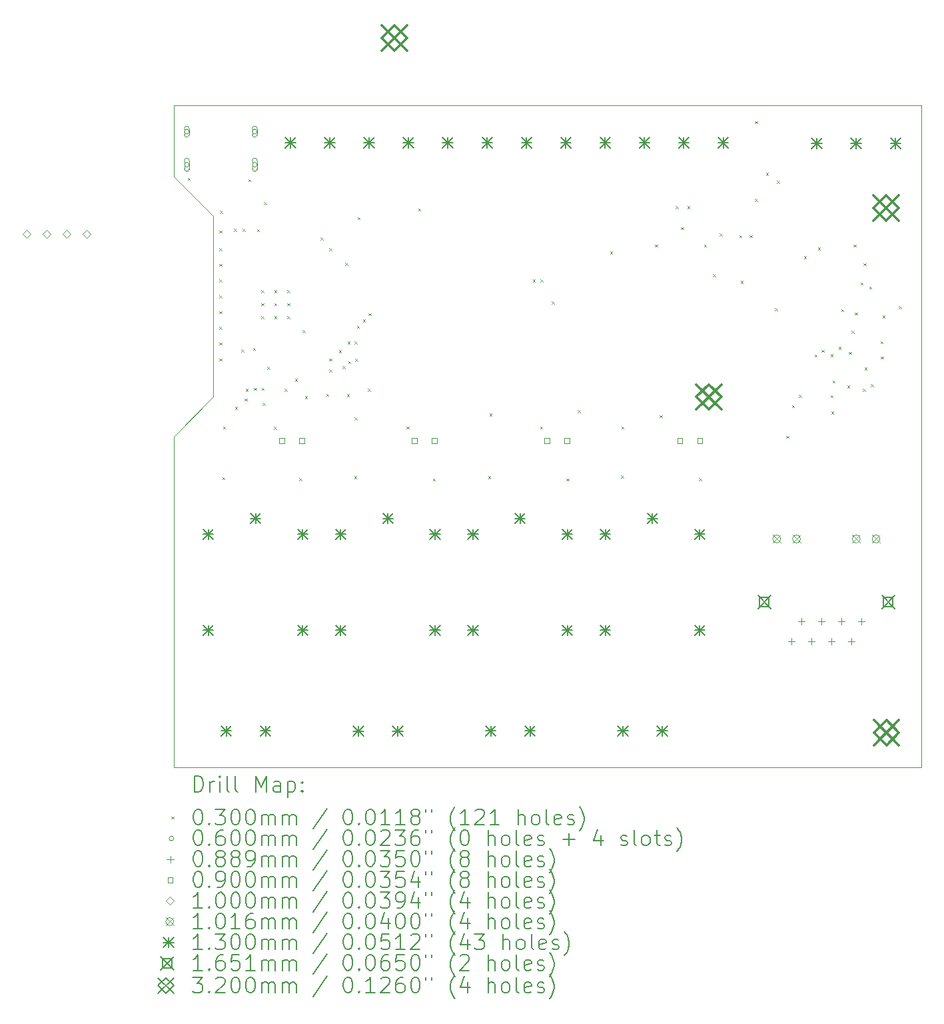
<source format=gbr>
%TF.GenerationSoftware,KiCad,Pcbnew,8.0.6-8.0.6-0~ubuntu24.04.1*%
%TF.CreationDate,2024-10-19T21:07:49+02:00*%
%TF.ProjectId,ESP_PLC,4553505f-504c-4432-9e6b-696361645f70,rev?*%
%TF.SameCoordinates,Original*%
%TF.FileFunction,Drillmap*%
%TF.FilePolarity,Positive*%
%FSLAX45Y45*%
G04 Gerber Fmt 4.5, Leading zero omitted, Abs format (unit mm)*
G04 Created by KiCad (PCBNEW 8.0.6-8.0.6-0~ubuntu24.04.1) date 2024-10-19 21:07:49*
%MOMM*%
%LPD*%
G01*
G04 APERTURE LIST*
%ADD10C,0.050000*%
%ADD11C,0.200000*%
%ADD12C,0.100000*%
%ADD13C,0.101600*%
%ADD14C,0.130000*%
%ADD15C,0.165100*%
%ADD16C,0.320000*%
G04 APERTURE END LIST*
D10*
X14200000Y-8100000D02*
X14200000Y-10400000D01*
X13700000Y-10900000D02*
X14200000Y-10400000D01*
X13700000Y-7600000D02*
X14200000Y-8100000D01*
X23200000Y-6700000D02*
X13700000Y-6700000D01*
X23200000Y-6700000D02*
X23200000Y-15100000D01*
X13700000Y-15100000D02*
X23200000Y-15100000D01*
X13700000Y-7600000D02*
X13700000Y-6700000D01*
X13700000Y-10900000D02*
X13700000Y-15100000D01*
D11*
D12*
X13875000Y-7615000D02*
X13905000Y-7645000D01*
X13905000Y-7615000D02*
X13875000Y-7645000D01*
X14275000Y-8285000D02*
X14305000Y-8315000D01*
X14305000Y-8285000D02*
X14275000Y-8315000D01*
X14275000Y-8509450D02*
X14305000Y-8539450D01*
X14305000Y-8509450D02*
X14275000Y-8539450D01*
X14275000Y-8709450D02*
X14305000Y-8739450D01*
X14305000Y-8709450D02*
X14275000Y-8739450D01*
X14275000Y-8909450D02*
X14305000Y-8939450D01*
X14305000Y-8909450D02*
X14275000Y-8939450D01*
X14275000Y-9109450D02*
X14305000Y-9139450D01*
X14305000Y-9109450D02*
X14275000Y-9139450D01*
X14275000Y-9309450D02*
X14305000Y-9339450D01*
X14305000Y-9309450D02*
X14275000Y-9339450D01*
X14275000Y-9509450D02*
X14305000Y-9539450D01*
X14305000Y-9509450D02*
X14275000Y-9539450D01*
X14275000Y-9709450D02*
X14305000Y-9739450D01*
X14305000Y-9709450D02*
X14275000Y-9739450D01*
X14275000Y-9909450D02*
X14305000Y-9939450D01*
X14305000Y-9909450D02*
X14275000Y-9939450D01*
X14285000Y-8035000D02*
X14315000Y-8065000D01*
X14315000Y-8035000D02*
X14285000Y-8065000D01*
X14316000Y-11420000D02*
X14346000Y-11450000D01*
X14346000Y-11420000D02*
X14316000Y-11450000D01*
X14325000Y-10775000D02*
X14355000Y-10805000D01*
X14355000Y-10775000D02*
X14325000Y-10805000D01*
X14465000Y-8265000D02*
X14495000Y-8295000D01*
X14495000Y-8265000D02*
X14465000Y-8295000D01*
X14475000Y-10525000D02*
X14505000Y-10555000D01*
X14505000Y-10525000D02*
X14475000Y-10555000D01*
X14555000Y-9795000D02*
X14585000Y-9825000D01*
X14585000Y-9795000D02*
X14555000Y-9825000D01*
X14575000Y-8265000D02*
X14605000Y-8295000D01*
X14605000Y-8265000D02*
X14575000Y-8295000D01*
X14600000Y-10420000D02*
X14630000Y-10450000D01*
X14630000Y-10420000D02*
X14600000Y-10450000D01*
X14610000Y-10295000D02*
X14640000Y-10325000D01*
X14640000Y-10295000D02*
X14610000Y-10325000D01*
X14645000Y-7635000D02*
X14675000Y-7665000D01*
X14675000Y-7635000D02*
X14645000Y-7665000D01*
X14705000Y-9775000D02*
X14735000Y-9805000D01*
X14735000Y-9775000D02*
X14705000Y-9805000D01*
X14715000Y-10285000D02*
X14745000Y-10315000D01*
X14745000Y-10285000D02*
X14715000Y-10315000D01*
X14755000Y-8269000D02*
X14785000Y-8299000D01*
X14785000Y-8269000D02*
X14755000Y-8299000D01*
X14810000Y-9044450D02*
X14840000Y-9074450D01*
X14840000Y-9044450D02*
X14810000Y-9074450D01*
X14810000Y-9209450D02*
X14840000Y-9239450D01*
X14840000Y-9209450D02*
X14810000Y-9239450D01*
X14810000Y-9374450D02*
X14840000Y-9404450D01*
X14840000Y-9374450D02*
X14810000Y-9404450D01*
X14815000Y-10285000D02*
X14845000Y-10315000D01*
X14845000Y-10285000D02*
X14815000Y-10315000D01*
X14825000Y-10475000D02*
X14855000Y-10505000D01*
X14855000Y-10475000D02*
X14825000Y-10505000D01*
X14845000Y-7925000D02*
X14875000Y-7955000D01*
X14875000Y-7925000D02*
X14845000Y-7955000D01*
X14885000Y-10015000D02*
X14915000Y-10045000D01*
X14915000Y-10015000D02*
X14885000Y-10045000D01*
X14971000Y-10779829D02*
X15001000Y-10809829D01*
X15001000Y-10779829D02*
X14971000Y-10809829D01*
X14975000Y-9044450D02*
X15005000Y-9074450D01*
X15005000Y-9044450D02*
X14975000Y-9074450D01*
X14975000Y-9209450D02*
X15005000Y-9239450D01*
X15005000Y-9209450D02*
X14975000Y-9239450D01*
X14975000Y-9374450D02*
X15005000Y-9404450D01*
X15005000Y-9374450D02*
X14975000Y-9404450D01*
X15105000Y-10295000D02*
X15135000Y-10325000D01*
X15135000Y-10295000D02*
X15105000Y-10325000D01*
X15140000Y-9044450D02*
X15170000Y-9074450D01*
X15170000Y-9044450D02*
X15140000Y-9074450D01*
X15140000Y-9209450D02*
X15170000Y-9239450D01*
X15170000Y-9209450D02*
X15140000Y-9239450D01*
X15140000Y-9374450D02*
X15170000Y-9404450D01*
X15170000Y-9374450D02*
X15140000Y-9404450D01*
X15236652Y-10168201D02*
X15266652Y-10198201D01*
X15266652Y-10168201D02*
X15236652Y-10198201D01*
X15295000Y-11430001D02*
X15325000Y-11460001D01*
X15325000Y-11430001D02*
X15295000Y-11460001D01*
X15335000Y-9549450D02*
X15365000Y-9579450D01*
X15365000Y-9549450D02*
X15335000Y-9579450D01*
X15365000Y-10390000D02*
X15395000Y-10420000D01*
X15395000Y-10390000D02*
X15365000Y-10420000D01*
X15565000Y-8375000D02*
X15595000Y-8405000D01*
X15595000Y-8375000D02*
X15565000Y-8405000D01*
X15635000Y-10360000D02*
X15665000Y-10390000D01*
X15665000Y-10360000D02*
X15635000Y-10390000D01*
X15675000Y-8509450D02*
X15705000Y-8539450D01*
X15705000Y-8509450D02*
X15675000Y-8539450D01*
X15675000Y-9909450D02*
X15705000Y-9939450D01*
X15705000Y-9909450D02*
X15675000Y-9939450D01*
X15675000Y-10050000D02*
X15705000Y-10080000D01*
X15705000Y-10050000D02*
X15675000Y-10080000D01*
X15795001Y-9804449D02*
X15825001Y-9834449D01*
X15825001Y-9804449D02*
X15795001Y-9834449D01*
X15843813Y-10009110D02*
X15873813Y-10039110D01*
X15873813Y-10009110D02*
X15843813Y-10039110D01*
X15877245Y-8696689D02*
X15907245Y-8726689D01*
X15907245Y-8696689D02*
X15877245Y-8726689D01*
X15900000Y-10365000D02*
X15930000Y-10395000D01*
X15930000Y-10365000D02*
X15900000Y-10395000D01*
X15904743Y-9696753D02*
X15934743Y-9726753D01*
X15934743Y-9696753D02*
X15904743Y-9726753D01*
X15915449Y-9946713D02*
X15945449Y-9976713D01*
X15945449Y-9946713D02*
X15915449Y-9976713D01*
X15991000Y-11405000D02*
X16021000Y-11435000D01*
X16021000Y-11405000D02*
X15991000Y-11435000D01*
X15995000Y-9695000D02*
X16025000Y-9725000D01*
X16025000Y-9695000D02*
X15995000Y-9725000D01*
X15995000Y-10660000D02*
X16025000Y-10690000D01*
X16025000Y-10660000D02*
X15995000Y-10690000D01*
X16004999Y-9915000D02*
X16034999Y-9945000D01*
X16034999Y-9915000D02*
X16004999Y-9945000D01*
X16026307Y-9494701D02*
X16056307Y-9524701D01*
X16056307Y-9494701D02*
X16026307Y-9524701D01*
X16035000Y-8115000D02*
X16065000Y-8145000D01*
X16065000Y-8115000D02*
X16035000Y-8145000D01*
X16100000Y-9415000D02*
X16130000Y-9445000D01*
X16130000Y-9415000D02*
X16100000Y-9445000D01*
X16165000Y-10295000D02*
X16195000Y-10325000D01*
X16195000Y-10295000D02*
X16165000Y-10325000D01*
X16175000Y-9335000D02*
X16205000Y-9365000D01*
X16205000Y-9335000D02*
X16175000Y-9365000D01*
X16655000Y-10775000D02*
X16685000Y-10805000D01*
X16685000Y-10775000D02*
X16655000Y-10805000D01*
X16805000Y-8005000D02*
X16835000Y-8035000D01*
X16835000Y-8005000D02*
X16805000Y-8035000D01*
X16990000Y-11435000D02*
X17020000Y-11465000D01*
X17020000Y-11435000D02*
X16990000Y-11465000D01*
X17692000Y-11405000D02*
X17722000Y-11435000D01*
X17722000Y-11405000D02*
X17692000Y-11435000D01*
X17710000Y-10610000D02*
X17740000Y-10640000D01*
X17740000Y-10610000D02*
X17710000Y-10640000D01*
X18258969Y-8910000D02*
X18288969Y-8940000D01*
X18288969Y-8910000D02*
X18258969Y-8940000D01*
X18355000Y-10775000D02*
X18385000Y-10805000D01*
X18385000Y-10775000D02*
X18355000Y-10805000D01*
X18356000Y-8910000D02*
X18386000Y-8940000D01*
X18386000Y-8910000D02*
X18356000Y-8940000D01*
X18500000Y-9185000D02*
X18530000Y-9215000D01*
X18530000Y-9185000D02*
X18500000Y-9215000D01*
X18690000Y-11435001D02*
X18720000Y-11465001D01*
X18720000Y-11435001D02*
X18690000Y-11465001D01*
X18830000Y-10565000D02*
X18860000Y-10595000D01*
X18860000Y-10565000D02*
X18830000Y-10595000D01*
X19241001Y-8550000D02*
X19271001Y-8580000D01*
X19271001Y-8550000D02*
X19241001Y-8580000D01*
X19381000Y-11395000D02*
X19411000Y-11425000D01*
X19411000Y-11395000D02*
X19381000Y-11425000D01*
X19385000Y-10775000D02*
X19415000Y-10805000D01*
X19415000Y-10775000D02*
X19385000Y-10805000D01*
X19815000Y-8465000D02*
X19845000Y-8495000D01*
X19845000Y-8465000D02*
X19815000Y-8495000D01*
X19875000Y-10630000D02*
X19905000Y-10660000D01*
X19905000Y-10630000D02*
X19875000Y-10660000D01*
X20075000Y-7975000D02*
X20105000Y-8005000D01*
X20105000Y-7975000D02*
X20075000Y-8005000D01*
X20145000Y-8245000D02*
X20175000Y-8275000D01*
X20175000Y-8245000D02*
X20145000Y-8275000D01*
X20225000Y-7975000D02*
X20255000Y-8005000D01*
X20255000Y-7975000D02*
X20225000Y-8005000D01*
X20375000Y-11430000D02*
X20405000Y-11460000D01*
X20405000Y-11430000D02*
X20375000Y-11460000D01*
X20435000Y-8465000D02*
X20465000Y-8495000D01*
X20465000Y-8465000D02*
X20435000Y-8495000D01*
X20550000Y-8840000D02*
X20580000Y-8870000D01*
X20580000Y-8840000D02*
X20550000Y-8870000D01*
X20635000Y-8325000D02*
X20665000Y-8355000D01*
X20665000Y-8325000D02*
X20635000Y-8355000D01*
X20885000Y-8345000D02*
X20915000Y-8375000D01*
X20915000Y-8345000D02*
X20885000Y-8375000D01*
X20902500Y-8922500D02*
X20932500Y-8952500D01*
X20932500Y-8922500D02*
X20902500Y-8952500D01*
X21015000Y-8345000D02*
X21045000Y-8375000D01*
X21045000Y-8345000D02*
X21015000Y-8375000D01*
X21085000Y-6895000D02*
X21115000Y-6925000D01*
X21115000Y-6895000D02*
X21085000Y-6925000D01*
X21085000Y-7885000D02*
X21115000Y-7915000D01*
X21115000Y-7885000D02*
X21085000Y-7915000D01*
X21225000Y-7555000D02*
X21255000Y-7585000D01*
X21255000Y-7555000D02*
X21225000Y-7585000D01*
X21340000Y-9270000D02*
X21370000Y-9300000D01*
X21370000Y-9270000D02*
X21340000Y-9300000D01*
X21365000Y-7655000D02*
X21395000Y-7685000D01*
X21395000Y-7655000D02*
X21365000Y-7685000D01*
X21480500Y-10895000D02*
X21510500Y-10925000D01*
X21510500Y-10895000D02*
X21480500Y-10925000D01*
X21555000Y-10503664D02*
X21585000Y-10533664D01*
X21585000Y-10503664D02*
X21555000Y-10533664D01*
X21644001Y-10374001D02*
X21674001Y-10404001D01*
X21674001Y-10374001D02*
X21644001Y-10404001D01*
X21705000Y-8612000D02*
X21735000Y-8642000D01*
X21735000Y-8612000D02*
X21705000Y-8642000D01*
X21841252Y-9860000D02*
X21871252Y-9890000D01*
X21871252Y-9860000D02*
X21841252Y-9890000D01*
X21885000Y-8502000D02*
X21915000Y-8532000D01*
X21915000Y-8502000D02*
X21885000Y-8532000D01*
X21931250Y-9800000D02*
X21961250Y-9830000D01*
X21961250Y-9800000D02*
X21931250Y-9830000D01*
X22045000Y-9855000D02*
X22075000Y-9885000D01*
X22075000Y-9855000D02*
X22045000Y-9885000D01*
X22045000Y-10375000D02*
X22075000Y-10405000D01*
X22075000Y-10375000D02*
X22045000Y-10405000D01*
X22055000Y-10585000D02*
X22085000Y-10615000D01*
X22085000Y-10585000D02*
X22055000Y-10615000D01*
X22070460Y-10190065D02*
X22100460Y-10220065D01*
X22100460Y-10190065D02*
X22070460Y-10220065D01*
X22145000Y-9765000D02*
X22175000Y-9795000D01*
X22175000Y-9765000D02*
X22145000Y-9795000D01*
X22180000Y-9285000D02*
X22210000Y-9315000D01*
X22210000Y-9285000D02*
X22180000Y-9315000D01*
X22255000Y-10255000D02*
X22285000Y-10285000D01*
X22285000Y-10255000D02*
X22255000Y-10285000D01*
X22279999Y-9825000D02*
X22309999Y-9855000D01*
X22309999Y-9825000D02*
X22279999Y-9855000D01*
X22311250Y-9560000D02*
X22341250Y-9590000D01*
X22341250Y-9560000D02*
X22311250Y-9590000D01*
X22335000Y-8465000D02*
X22365000Y-8495000D01*
X22365000Y-8465000D02*
X22335000Y-8495000D01*
X22355000Y-9325000D02*
X22385000Y-9355000D01*
X22385000Y-9325000D02*
X22355000Y-9355000D01*
X22426000Y-8945000D02*
X22456000Y-8975000D01*
X22456000Y-8945000D02*
X22426000Y-8975000D01*
X22455000Y-10295000D02*
X22485000Y-10325000D01*
X22485000Y-10295000D02*
X22455000Y-10325000D01*
X22465000Y-8702000D02*
X22495000Y-8732000D01*
X22495000Y-8702000D02*
X22465000Y-8732000D01*
X22475000Y-10025000D02*
X22505000Y-10055000D01*
X22505000Y-10025000D02*
X22475000Y-10055000D01*
X22535000Y-8995000D02*
X22565000Y-9025000D01*
X22565000Y-8995000D02*
X22535000Y-9025000D01*
X22555000Y-10235000D02*
X22585000Y-10265000D01*
X22585000Y-10235000D02*
X22555000Y-10265000D01*
X22679192Y-9691939D02*
X22709192Y-9721939D01*
X22709192Y-9691939D02*
X22679192Y-9721939D01*
X22685000Y-9885000D02*
X22715000Y-9915000D01*
X22715000Y-9885000D02*
X22685000Y-9915000D01*
X22705000Y-9365000D02*
X22735000Y-9395000D01*
X22735000Y-9365000D02*
X22705000Y-9395000D01*
X22915000Y-9245000D02*
X22945000Y-9275000D01*
X22945000Y-9245000D02*
X22915000Y-9275000D01*
X13893000Y-7030000D02*
G75*
G02*
X13833000Y-7030000I-30000J0D01*
G01*
X13833000Y-7030000D02*
G75*
G02*
X13893000Y-7030000I30000J0D01*
G01*
X13893000Y-7070000D02*
X13893000Y-6990000D01*
X13833000Y-6990000D02*
G75*
G02*
X13893000Y-6990000I30000J0D01*
G01*
X13833000Y-6990000D02*
X13833000Y-7070000D01*
X13833000Y-7070000D02*
G75*
G03*
X13893000Y-7070000I30000J0D01*
G01*
X13893000Y-7450000D02*
G75*
G02*
X13833000Y-7450000I-30000J0D01*
G01*
X13833000Y-7450000D02*
G75*
G02*
X13893000Y-7450000I30000J0D01*
G01*
X13893000Y-7505000D02*
X13893000Y-7395000D01*
X13833000Y-7395000D02*
G75*
G02*
X13893000Y-7395000I30000J0D01*
G01*
X13833000Y-7395000D02*
X13833000Y-7505000D01*
X13833000Y-7505000D02*
G75*
G03*
X13893000Y-7505000I30000J0D01*
G01*
X14757000Y-7030000D02*
G75*
G02*
X14697000Y-7030000I-30000J0D01*
G01*
X14697000Y-7030000D02*
G75*
G02*
X14757000Y-7030000I30000J0D01*
G01*
X14757000Y-7070000D02*
X14757000Y-6990000D01*
X14697000Y-6990000D02*
G75*
G02*
X14757000Y-6990000I30000J0D01*
G01*
X14697000Y-6990000D02*
X14697000Y-7070000D01*
X14697000Y-7070000D02*
G75*
G03*
X14757000Y-7070000I30000J0D01*
G01*
X14757000Y-7450000D02*
G75*
G02*
X14697000Y-7450000I-30000J0D01*
G01*
X14697000Y-7450000D02*
G75*
G02*
X14757000Y-7450000I30000J0D01*
G01*
X14757000Y-7505000D02*
X14757000Y-7395000D01*
X14697000Y-7395000D02*
G75*
G02*
X14757000Y-7395000I30000J0D01*
G01*
X14697000Y-7395000D02*
X14697000Y-7505000D01*
X14697000Y-7505000D02*
G75*
G03*
X14757000Y-7505000I30000J0D01*
G01*
X21546000Y-13459050D02*
X21546000Y-13547950D01*
X21501550Y-13503500D02*
X21590450Y-13503500D01*
X21673000Y-13205050D02*
X21673000Y-13293950D01*
X21628550Y-13249500D02*
X21717450Y-13249500D01*
X21800000Y-13459050D02*
X21800000Y-13547950D01*
X21755550Y-13503500D02*
X21844450Y-13503500D01*
X21927000Y-13205050D02*
X21927000Y-13293950D01*
X21882550Y-13249500D02*
X21971450Y-13249500D01*
X22054000Y-13459050D02*
X22054000Y-13547950D01*
X22009550Y-13503500D02*
X22098450Y-13503500D01*
X22181000Y-13205050D02*
X22181000Y-13293950D01*
X22136550Y-13249500D02*
X22225450Y-13249500D01*
X22308000Y-13459050D02*
X22308000Y-13547950D01*
X22263550Y-13503500D02*
X22352450Y-13503500D01*
X22435000Y-13205050D02*
X22435000Y-13293950D01*
X22390550Y-13249500D02*
X22479450Y-13249500D01*
X15100320Y-10986820D02*
X15100320Y-10923180D01*
X15036680Y-10923180D01*
X15036680Y-10986820D01*
X15100320Y-10986820D01*
X15354320Y-10986820D02*
X15354320Y-10923180D01*
X15290680Y-10923180D01*
X15290680Y-10986820D01*
X15354320Y-10986820D01*
X16786987Y-10986820D02*
X16786987Y-10923180D01*
X16723346Y-10923180D01*
X16723346Y-10986820D01*
X16786987Y-10986820D01*
X17040987Y-10986820D02*
X17040987Y-10923180D01*
X16977347Y-10923180D01*
X16977347Y-10986820D01*
X17040987Y-10986820D01*
X18473653Y-10986820D02*
X18473653Y-10923180D01*
X18410013Y-10923180D01*
X18410013Y-10986820D01*
X18473653Y-10986820D01*
X18727653Y-10986820D02*
X18727653Y-10923180D01*
X18664013Y-10923180D01*
X18664013Y-10986820D01*
X18727653Y-10986820D01*
X20160320Y-10986820D02*
X20160320Y-10923180D01*
X20096680Y-10923180D01*
X20096680Y-10986820D01*
X20160320Y-10986820D01*
X20414320Y-10986820D02*
X20414320Y-10923180D01*
X20350680Y-10923180D01*
X20350680Y-10986820D01*
X20414320Y-10986820D01*
X11830000Y-8380000D02*
X11880000Y-8330000D01*
X11830000Y-8280000D01*
X11780000Y-8330000D01*
X11830000Y-8380000D01*
X12084000Y-8380000D02*
X12134000Y-8330000D01*
X12084000Y-8280000D01*
X12034000Y-8330000D01*
X12084000Y-8380000D01*
X12338000Y-8380000D02*
X12388000Y-8330000D01*
X12338000Y-8280000D01*
X12288000Y-8330000D01*
X12338000Y-8380000D01*
X12592000Y-8380000D02*
X12642000Y-8330000D01*
X12592000Y-8280000D01*
X12542000Y-8330000D01*
X12592000Y-8380000D01*
D13*
X21309780Y-12152220D02*
X21411380Y-12253820D01*
X21411380Y-12152220D02*
X21309780Y-12253820D01*
X21411380Y-12203020D02*
G75*
G02*
X21309780Y-12203020I-50800J0D01*
G01*
X21309780Y-12203020D02*
G75*
G02*
X21411380Y-12203020I50800J0D01*
G01*
X21561240Y-12152220D02*
X21662840Y-12253820D01*
X21662840Y-12152220D02*
X21561240Y-12253820D01*
X21662840Y-12203020D02*
G75*
G02*
X21561240Y-12203020I-50800J0D01*
G01*
X21561240Y-12203020D02*
G75*
G02*
X21662840Y-12203020I50800J0D01*
G01*
X22320700Y-12152220D02*
X22422300Y-12253820D01*
X22422300Y-12152220D02*
X22320700Y-12253820D01*
X22422300Y-12203020D02*
G75*
G02*
X22320700Y-12203020I-50800J0D01*
G01*
X22320700Y-12203020D02*
G75*
G02*
X22422300Y-12203020I50800J0D01*
G01*
X22572160Y-12152220D02*
X22673760Y-12253820D01*
X22673760Y-12152220D02*
X22572160Y-12253820D01*
X22673760Y-12203020D02*
G75*
G02*
X22572160Y-12203020I-50800J0D01*
G01*
X22572160Y-12203020D02*
G75*
G02*
X22673760Y-12203020I50800J0D01*
G01*
D14*
X14071750Y-12076750D02*
X14201750Y-12206750D01*
X14201750Y-12076750D02*
X14071750Y-12206750D01*
X14136750Y-12076750D02*
X14136750Y-12206750D01*
X14071750Y-12141750D02*
X14201750Y-12141750D01*
X14071750Y-13296750D02*
X14201750Y-13426750D01*
X14201750Y-13296750D02*
X14071750Y-13426750D01*
X14136750Y-13296750D02*
X14136750Y-13426750D01*
X14071750Y-13361750D02*
X14201750Y-13361750D01*
X14300000Y-14574500D02*
X14430000Y-14704500D01*
X14430000Y-14574500D02*
X14300000Y-14704500D01*
X14365000Y-14574500D02*
X14365000Y-14704500D01*
X14300000Y-14639500D02*
X14430000Y-14639500D01*
X14671750Y-11876750D02*
X14801750Y-12006750D01*
X14801750Y-11876750D02*
X14671750Y-12006750D01*
X14736750Y-11876750D02*
X14736750Y-12006750D01*
X14671750Y-11941750D02*
X14801750Y-11941750D01*
X14800000Y-14574500D02*
X14930000Y-14704500D01*
X14930000Y-14574500D02*
X14800000Y-14704500D01*
X14865000Y-14574500D02*
X14865000Y-14704500D01*
X14800000Y-14639500D02*
X14930000Y-14639500D01*
X15115000Y-7105000D02*
X15245000Y-7235000D01*
X15245000Y-7105000D02*
X15115000Y-7235000D01*
X15180000Y-7105000D02*
X15180000Y-7235000D01*
X15115000Y-7170000D02*
X15245000Y-7170000D01*
X15271750Y-12076750D02*
X15401750Y-12206750D01*
X15401750Y-12076750D02*
X15271750Y-12206750D01*
X15336750Y-12076750D02*
X15336750Y-12206750D01*
X15271750Y-12141750D02*
X15401750Y-12141750D01*
X15271750Y-13296750D02*
X15401750Y-13426750D01*
X15401750Y-13296750D02*
X15271750Y-13426750D01*
X15336750Y-13296750D02*
X15336750Y-13426750D01*
X15271750Y-13361750D02*
X15401750Y-13361750D01*
X15615000Y-7105000D02*
X15745000Y-7235000D01*
X15745000Y-7105000D02*
X15615000Y-7235000D01*
X15680000Y-7105000D02*
X15680000Y-7235000D01*
X15615000Y-7170000D02*
X15745000Y-7170000D01*
X15753417Y-12076750D02*
X15883417Y-12206750D01*
X15883417Y-12076750D02*
X15753417Y-12206750D01*
X15818417Y-12076750D02*
X15818417Y-12206750D01*
X15753417Y-12141750D02*
X15883417Y-12141750D01*
X15753417Y-13296750D02*
X15883417Y-13426750D01*
X15883417Y-13296750D02*
X15753417Y-13426750D01*
X15818417Y-13296750D02*
X15818417Y-13426750D01*
X15753417Y-13361750D02*
X15883417Y-13361750D01*
X15980000Y-14579500D02*
X16110000Y-14709500D01*
X16110000Y-14579500D02*
X15980000Y-14709500D01*
X16045000Y-14579500D02*
X16045000Y-14709500D01*
X15980000Y-14644500D02*
X16110000Y-14644500D01*
X16115000Y-7105000D02*
X16245000Y-7235000D01*
X16245000Y-7105000D02*
X16115000Y-7235000D01*
X16180000Y-7105000D02*
X16180000Y-7235000D01*
X16115000Y-7170000D02*
X16245000Y-7170000D01*
X16353417Y-11876750D02*
X16483417Y-12006750D01*
X16483417Y-11876750D02*
X16353417Y-12006750D01*
X16418417Y-11876750D02*
X16418417Y-12006750D01*
X16353417Y-11941750D02*
X16483417Y-11941750D01*
X16480000Y-14579500D02*
X16610000Y-14709500D01*
X16610000Y-14579500D02*
X16480000Y-14709500D01*
X16545000Y-14579500D02*
X16545000Y-14709500D01*
X16480000Y-14644500D02*
X16610000Y-14644500D01*
X16615000Y-7105000D02*
X16745000Y-7235000D01*
X16745000Y-7105000D02*
X16615000Y-7235000D01*
X16680000Y-7105000D02*
X16680000Y-7235000D01*
X16615000Y-7170000D02*
X16745000Y-7170000D01*
X16953417Y-12076750D02*
X17083417Y-12206750D01*
X17083417Y-12076750D02*
X16953417Y-12206750D01*
X17018417Y-12076750D02*
X17018417Y-12206750D01*
X16953417Y-12141750D02*
X17083417Y-12141750D01*
X16953417Y-13296750D02*
X17083417Y-13426750D01*
X17083417Y-13296750D02*
X16953417Y-13426750D01*
X17018417Y-13296750D02*
X17018417Y-13426750D01*
X16953417Y-13361750D02*
X17083417Y-13361750D01*
X17115000Y-7105000D02*
X17245000Y-7235000D01*
X17245000Y-7105000D02*
X17115000Y-7235000D01*
X17180000Y-7105000D02*
X17180000Y-7235000D01*
X17115000Y-7170000D02*
X17245000Y-7170000D01*
X17435083Y-12076750D02*
X17565083Y-12206750D01*
X17565083Y-12076750D02*
X17435083Y-12206750D01*
X17500083Y-12076750D02*
X17500083Y-12206750D01*
X17435083Y-12141750D02*
X17565083Y-12141750D01*
X17435083Y-13296750D02*
X17565083Y-13426750D01*
X17565083Y-13296750D02*
X17435083Y-13426750D01*
X17500083Y-13296750D02*
X17500083Y-13426750D01*
X17435083Y-13361750D02*
X17565083Y-13361750D01*
X17615000Y-7105000D02*
X17745000Y-7235000D01*
X17745000Y-7105000D02*
X17615000Y-7235000D01*
X17680000Y-7105000D02*
X17680000Y-7235000D01*
X17615000Y-7170000D02*
X17745000Y-7170000D01*
X17660000Y-14574500D02*
X17790000Y-14704500D01*
X17790000Y-14574500D02*
X17660000Y-14704500D01*
X17725000Y-14574500D02*
X17725000Y-14704500D01*
X17660000Y-14639500D02*
X17790000Y-14639500D01*
X18035083Y-11876750D02*
X18165083Y-12006750D01*
X18165083Y-11876750D02*
X18035083Y-12006750D01*
X18100083Y-11876750D02*
X18100083Y-12006750D01*
X18035083Y-11941750D02*
X18165083Y-11941750D01*
X18115000Y-7105000D02*
X18245000Y-7235000D01*
X18245000Y-7105000D02*
X18115000Y-7235000D01*
X18180000Y-7105000D02*
X18180000Y-7235000D01*
X18115000Y-7170000D02*
X18245000Y-7170000D01*
X18160000Y-14574500D02*
X18290000Y-14704500D01*
X18290000Y-14574500D02*
X18160000Y-14704500D01*
X18225000Y-14574500D02*
X18225000Y-14704500D01*
X18160000Y-14639500D02*
X18290000Y-14639500D01*
X18615000Y-7105000D02*
X18745000Y-7235000D01*
X18745000Y-7105000D02*
X18615000Y-7235000D01*
X18680000Y-7105000D02*
X18680000Y-7235000D01*
X18615000Y-7170000D02*
X18745000Y-7170000D01*
X18635083Y-12076750D02*
X18765083Y-12206750D01*
X18765083Y-12076750D02*
X18635083Y-12206750D01*
X18700083Y-12076750D02*
X18700083Y-12206750D01*
X18635083Y-12141750D02*
X18765083Y-12141750D01*
X18635083Y-13296750D02*
X18765083Y-13426750D01*
X18765083Y-13296750D02*
X18635083Y-13426750D01*
X18700083Y-13296750D02*
X18700083Y-13426750D01*
X18635083Y-13361750D02*
X18765083Y-13361750D01*
X19115000Y-7105000D02*
X19245000Y-7235000D01*
X19245000Y-7105000D02*
X19115000Y-7235000D01*
X19180000Y-7105000D02*
X19180000Y-7235000D01*
X19115000Y-7170000D02*
X19245000Y-7170000D01*
X19116750Y-12076750D02*
X19246750Y-12206750D01*
X19246750Y-12076750D02*
X19116750Y-12206750D01*
X19181750Y-12076750D02*
X19181750Y-12206750D01*
X19116750Y-12141750D02*
X19246750Y-12141750D01*
X19116750Y-13296750D02*
X19246750Y-13426750D01*
X19246750Y-13296750D02*
X19116750Y-13426750D01*
X19181750Y-13296750D02*
X19181750Y-13426750D01*
X19116750Y-13361750D02*
X19246750Y-13361750D01*
X19340000Y-14576250D02*
X19470000Y-14706250D01*
X19470000Y-14576250D02*
X19340000Y-14706250D01*
X19405000Y-14576250D02*
X19405000Y-14706250D01*
X19340000Y-14641250D02*
X19470000Y-14641250D01*
X19615000Y-7105000D02*
X19745000Y-7235000D01*
X19745000Y-7105000D02*
X19615000Y-7235000D01*
X19680000Y-7105000D02*
X19680000Y-7235000D01*
X19615000Y-7170000D02*
X19745000Y-7170000D01*
X19716750Y-11876750D02*
X19846750Y-12006750D01*
X19846750Y-11876750D02*
X19716750Y-12006750D01*
X19781750Y-11876750D02*
X19781750Y-12006750D01*
X19716750Y-11941750D02*
X19846750Y-11941750D01*
X19840000Y-14576250D02*
X19970000Y-14706250D01*
X19970000Y-14576250D02*
X19840000Y-14706250D01*
X19905000Y-14576250D02*
X19905000Y-14706250D01*
X19840000Y-14641250D02*
X19970000Y-14641250D01*
X20115000Y-7105000D02*
X20245000Y-7235000D01*
X20245000Y-7105000D02*
X20115000Y-7235000D01*
X20180000Y-7105000D02*
X20180000Y-7235000D01*
X20115000Y-7170000D02*
X20245000Y-7170000D01*
X20316750Y-12076750D02*
X20446750Y-12206750D01*
X20446750Y-12076750D02*
X20316750Y-12206750D01*
X20381750Y-12076750D02*
X20381750Y-12206750D01*
X20316750Y-12141750D02*
X20446750Y-12141750D01*
X20316750Y-13296750D02*
X20446750Y-13426750D01*
X20446750Y-13296750D02*
X20316750Y-13426750D01*
X20381750Y-13296750D02*
X20381750Y-13426750D01*
X20316750Y-13361750D02*
X20446750Y-13361750D01*
X20615000Y-7105000D02*
X20745000Y-7235000D01*
X20745000Y-7105000D02*
X20615000Y-7235000D01*
X20680000Y-7105000D02*
X20680000Y-7235000D01*
X20615000Y-7170000D02*
X20745000Y-7170000D01*
X21805000Y-7115000D02*
X21935000Y-7245000D01*
X21935000Y-7115000D02*
X21805000Y-7245000D01*
X21870000Y-7115000D02*
X21870000Y-7245000D01*
X21805000Y-7180000D02*
X21935000Y-7180000D01*
X22305000Y-7115000D02*
X22435000Y-7245000D01*
X22435000Y-7115000D02*
X22305000Y-7245000D01*
X22370000Y-7115000D02*
X22370000Y-7245000D01*
X22305000Y-7180000D02*
X22435000Y-7180000D01*
X22805000Y-7115000D02*
X22935000Y-7245000D01*
X22935000Y-7115000D02*
X22805000Y-7245000D01*
X22870000Y-7115000D02*
X22870000Y-7245000D01*
X22805000Y-7180000D02*
X22935000Y-7180000D01*
D15*
X21120550Y-12920570D02*
X21285650Y-13085670D01*
X21285650Y-12920570D02*
X21120550Y-13085670D01*
X21261472Y-13061492D02*
X21261472Y-12944748D01*
X21144728Y-12944748D01*
X21144728Y-13061492D01*
X21261472Y-13061492D01*
X22695350Y-12920570D02*
X22860450Y-13085670D01*
X22860450Y-12920570D02*
X22695350Y-13085670D01*
X22836272Y-13061492D02*
X22836272Y-12944748D01*
X22719528Y-12944748D01*
X22719528Y-13061492D01*
X22836272Y-13061492D01*
D16*
X16340000Y-5680000D02*
X16660000Y-6000000D01*
X16660000Y-5680000D02*
X16340000Y-6000000D01*
X16500000Y-6000000D02*
X16660000Y-5840000D01*
X16500000Y-5680000D01*
X16340000Y-5840000D01*
X16500000Y-6000000D01*
X20340000Y-10240000D02*
X20660000Y-10560000D01*
X20660000Y-10240000D02*
X20340000Y-10560000D01*
X20500000Y-10560000D02*
X20660000Y-10400000D01*
X20500000Y-10240000D01*
X20340000Y-10400000D01*
X20500000Y-10560000D01*
X22590000Y-7840000D02*
X22910000Y-8160000D01*
X22910000Y-7840000D02*
X22590000Y-8160000D01*
X22750000Y-8160000D02*
X22910000Y-8000000D01*
X22750000Y-7840000D01*
X22590000Y-8000000D01*
X22750000Y-8160000D01*
X22595000Y-14500000D02*
X22915000Y-14820000D01*
X22915000Y-14500000D02*
X22595000Y-14820000D01*
X22755000Y-14820000D02*
X22915000Y-14660000D01*
X22755000Y-14500000D01*
X22595000Y-14660000D01*
X22755000Y-14820000D01*
D11*
X13958277Y-15413984D02*
X13958277Y-15213984D01*
X13958277Y-15213984D02*
X14005896Y-15213984D01*
X14005896Y-15213984D02*
X14034467Y-15223508D01*
X14034467Y-15223508D02*
X14053515Y-15242555D01*
X14053515Y-15242555D02*
X14063039Y-15261603D01*
X14063039Y-15261603D02*
X14072562Y-15299698D01*
X14072562Y-15299698D02*
X14072562Y-15328269D01*
X14072562Y-15328269D02*
X14063039Y-15366365D01*
X14063039Y-15366365D02*
X14053515Y-15385412D01*
X14053515Y-15385412D02*
X14034467Y-15404460D01*
X14034467Y-15404460D02*
X14005896Y-15413984D01*
X14005896Y-15413984D02*
X13958277Y-15413984D01*
X14158277Y-15413984D02*
X14158277Y-15280650D01*
X14158277Y-15318746D02*
X14167801Y-15299698D01*
X14167801Y-15299698D02*
X14177324Y-15290174D01*
X14177324Y-15290174D02*
X14196372Y-15280650D01*
X14196372Y-15280650D02*
X14215420Y-15280650D01*
X14282086Y-15413984D02*
X14282086Y-15280650D01*
X14282086Y-15213984D02*
X14272562Y-15223508D01*
X14272562Y-15223508D02*
X14282086Y-15233031D01*
X14282086Y-15233031D02*
X14291610Y-15223508D01*
X14291610Y-15223508D02*
X14282086Y-15213984D01*
X14282086Y-15213984D02*
X14282086Y-15233031D01*
X14405896Y-15413984D02*
X14386848Y-15404460D01*
X14386848Y-15404460D02*
X14377324Y-15385412D01*
X14377324Y-15385412D02*
X14377324Y-15213984D01*
X14510658Y-15413984D02*
X14491610Y-15404460D01*
X14491610Y-15404460D02*
X14482086Y-15385412D01*
X14482086Y-15385412D02*
X14482086Y-15213984D01*
X14739229Y-15413984D02*
X14739229Y-15213984D01*
X14739229Y-15213984D02*
X14805896Y-15356841D01*
X14805896Y-15356841D02*
X14872562Y-15213984D01*
X14872562Y-15213984D02*
X14872562Y-15413984D01*
X15053515Y-15413984D02*
X15053515Y-15309222D01*
X15053515Y-15309222D02*
X15043991Y-15290174D01*
X15043991Y-15290174D02*
X15024943Y-15280650D01*
X15024943Y-15280650D02*
X14986848Y-15280650D01*
X14986848Y-15280650D02*
X14967801Y-15290174D01*
X15053515Y-15404460D02*
X15034467Y-15413984D01*
X15034467Y-15413984D02*
X14986848Y-15413984D01*
X14986848Y-15413984D02*
X14967801Y-15404460D01*
X14967801Y-15404460D02*
X14958277Y-15385412D01*
X14958277Y-15385412D02*
X14958277Y-15366365D01*
X14958277Y-15366365D02*
X14967801Y-15347317D01*
X14967801Y-15347317D02*
X14986848Y-15337793D01*
X14986848Y-15337793D02*
X15034467Y-15337793D01*
X15034467Y-15337793D02*
X15053515Y-15328269D01*
X15148753Y-15280650D02*
X15148753Y-15480650D01*
X15148753Y-15290174D02*
X15167801Y-15280650D01*
X15167801Y-15280650D02*
X15205896Y-15280650D01*
X15205896Y-15280650D02*
X15224943Y-15290174D01*
X15224943Y-15290174D02*
X15234467Y-15299698D01*
X15234467Y-15299698D02*
X15243991Y-15318746D01*
X15243991Y-15318746D02*
X15243991Y-15375888D01*
X15243991Y-15375888D02*
X15234467Y-15394936D01*
X15234467Y-15394936D02*
X15224943Y-15404460D01*
X15224943Y-15404460D02*
X15205896Y-15413984D01*
X15205896Y-15413984D02*
X15167801Y-15413984D01*
X15167801Y-15413984D02*
X15148753Y-15404460D01*
X15329705Y-15394936D02*
X15339229Y-15404460D01*
X15339229Y-15404460D02*
X15329705Y-15413984D01*
X15329705Y-15413984D02*
X15320182Y-15404460D01*
X15320182Y-15404460D02*
X15329705Y-15394936D01*
X15329705Y-15394936D02*
X15329705Y-15413984D01*
X15329705Y-15290174D02*
X15339229Y-15299698D01*
X15339229Y-15299698D02*
X15329705Y-15309222D01*
X15329705Y-15309222D02*
X15320182Y-15299698D01*
X15320182Y-15299698D02*
X15329705Y-15290174D01*
X15329705Y-15290174D02*
X15329705Y-15309222D01*
D12*
X13667500Y-15727500D02*
X13697500Y-15757500D01*
X13697500Y-15727500D02*
X13667500Y-15757500D01*
D11*
X13996372Y-15633984D02*
X14015420Y-15633984D01*
X14015420Y-15633984D02*
X14034467Y-15643508D01*
X14034467Y-15643508D02*
X14043991Y-15653031D01*
X14043991Y-15653031D02*
X14053515Y-15672079D01*
X14053515Y-15672079D02*
X14063039Y-15710174D01*
X14063039Y-15710174D02*
X14063039Y-15757793D01*
X14063039Y-15757793D02*
X14053515Y-15795888D01*
X14053515Y-15795888D02*
X14043991Y-15814936D01*
X14043991Y-15814936D02*
X14034467Y-15824460D01*
X14034467Y-15824460D02*
X14015420Y-15833984D01*
X14015420Y-15833984D02*
X13996372Y-15833984D01*
X13996372Y-15833984D02*
X13977324Y-15824460D01*
X13977324Y-15824460D02*
X13967801Y-15814936D01*
X13967801Y-15814936D02*
X13958277Y-15795888D01*
X13958277Y-15795888D02*
X13948753Y-15757793D01*
X13948753Y-15757793D02*
X13948753Y-15710174D01*
X13948753Y-15710174D02*
X13958277Y-15672079D01*
X13958277Y-15672079D02*
X13967801Y-15653031D01*
X13967801Y-15653031D02*
X13977324Y-15643508D01*
X13977324Y-15643508D02*
X13996372Y-15633984D01*
X14148753Y-15814936D02*
X14158277Y-15824460D01*
X14158277Y-15824460D02*
X14148753Y-15833984D01*
X14148753Y-15833984D02*
X14139229Y-15824460D01*
X14139229Y-15824460D02*
X14148753Y-15814936D01*
X14148753Y-15814936D02*
X14148753Y-15833984D01*
X14224943Y-15633984D02*
X14348753Y-15633984D01*
X14348753Y-15633984D02*
X14282086Y-15710174D01*
X14282086Y-15710174D02*
X14310658Y-15710174D01*
X14310658Y-15710174D02*
X14329705Y-15719698D01*
X14329705Y-15719698D02*
X14339229Y-15729222D01*
X14339229Y-15729222D02*
X14348753Y-15748269D01*
X14348753Y-15748269D02*
X14348753Y-15795888D01*
X14348753Y-15795888D02*
X14339229Y-15814936D01*
X14339229Y-15814936D02*
X14329705Y-15824460D01*
X14329705Y-15824460D02*
X14310658Y-15833984D01*
X14310658Y-15833984D02*
X14253515Y-15833984D01*
X14253515Y-15833984D02*
X14234467Y-15824460D01*
X14234467Y-15824460D02*
X14224943Y-15814936D01*
X14472562Y-15633984D02*
X14491610Y-15633984D01*
X14491610Y-15633984D02*
X14510658Y-15643508D01*
X14510658Y-15643508D02*
X14520182Y-15653031D01*
X14520182Y-15653031D02*
X14529705Y-15672079D01*
X14529705Y-15672079D02*
X14539229Y-15710174D01*
X14539229Y-15710174D02*
X14539229Y-15757793D01*
X14539229Y-15757793D02*
X14529705Y-15795888D01*
X14529705Y-15795888D02*
X14520182Y-15814936D01*
X14520182Y-15814936D02*
X14510658Y-15824460D01*
X14510658Y-15824460D02*
X14491610Y-15833984D01*
X14491610Y-15833984D02*
X14472562Y-15833984D01*
X14472562Y-15833984D02*
X14453515Y-15824460D01*
X14453515Y-15824460D02*
X14443991Y-15814936D01*
X14443991Y-15814936D02*
X14434467Y-15795888D01*
X14434467Y-15795888D02*
X14424943Y-15757793D01*
X14424943Y-15757793D02*
X14424943Y-15710174D01*
X14424943Y-15710174D02*
X14434467Y-15672079D01*
X14434467Y-15672079D02*
X14443991Y-15653031D01*
X14443991Y-15653031D02*
X14453515Y-15643508D01*
X14453515Y-15643508D02*
X14472562Y-15633984D01*
X14663039Y-15633984D02*
X14682086Y-15633984D01*
X14682086Y-15633984D02*
X14701134Y-15643508D01*
X14701134Y-15643508D02*
X14710658Y-15653031D01*
X14710658Y-15653031D02*
X14720182Y-15672079D01*
X14720182Y-15672079D02*
X14729705Y-15710174D01*
X14729705Y-15710174D02*
X14729705Y-15757793D01*
X14729705Y-15757793D02*
X14720182Y-15795888D01*
X14720182Y-15795888D02*
X14710658Y-15814936D01*
X14710658Y-15814936D02*
X14701134Y-15824460D01*
X14701134Y-15824460D02*
X14682086Y-15833984D01*
X14682086Y-15833984D02*
X14663039Y-15833984D01*
X14663039Y-15833984D02*
X14643991Y-15824460D01*
X14643991Y-15824460D02*
X14634467Y-15814936D01*
X14634467Y-15814936D02*
X14624943Y-15795888D01*
X14624943Y-15795888D02*
X14615420Y-15757793D01*
X14615420Y-15757793D02*
X14615420Y-15710174D01*
X14615420Y-15710174D02*
X14624943Y-15672079D01*
X14624943Y-15672079D02*
X14634467Y-15653031D01*
X14634467Y-15653031D02*
X14643991Y-15643508D01*
X14643991Y-15643508D02*
X14663039Y-15633984D01*
X14815420Y-15833984D02*
X14815420Y-15700650D01*
X14815420Y-15719698D02*
X14824943Y-15710174D01*
X14824943Y-15710174D02*
X14843991Y-15700650D01*
X14843991Y-15700650D02*
X14872563Y-15700650D01*
X14872563Y-15700650D02*
X14891610Y-15710174D01*
X14891610Y-15710174D02*
X14901134Y-15729222D01*
X14901134Y-15729222D02*
X14901134Y-15833984D01*
X14901134Y-15729222D02*
X14910658Y-15710174D01*
X14910658Y-15710174D02*
X14929705Y-15700650D01*
X14929705Y-15700650D02*
X14958277Y-15700650D01*
X14958277Y-15700650D02*
X14977324Y-15710174D01*
X14977324Y-15710174D02*
X14986848Y-15729222D01*
X14986848Y-15729222D02*
X14986848Y-15833984D01*
X15082086Y-15833984D02*
X15082086Y-15700650D01*
X15082086Y-15719698D02*
X15091610Y-15710174D01*
X15091610Y-15710174D02*
X15110658Y-15700650D01*
X15110658Y-15700650D02*
X15139229Y-15700650D01*
X15139229Y-15700650D02*
X15158277Y-15710174D01*
X15158277Y-15710174D02*
X15167801Y-15729222D01*
X15167801Y-15729222D02*
X15167801Y-15833984D01*
X15167801Y-15729222D02*
X15177324Y-15710174D01*
X15177324Y-15710174D02*
X15196372Y-15700650D01*
X15196372Y-15700650D02*
X15224943Y-15700650D01*
X15224943Y-15700650D02*
X15243991Y-15710174D01*
X15243991Y-15710174D02*
X15253515Y-15729222D01*
X15253515Y-15729222D02*
X15253515Y-15833984D01*
X15643991Y-15624460D02*
X15472563Y-15881603D01*
X15901134Y-15633984D02*
X15920182Y-15633984D01*
X15920182Y-15633984D02*
X15939229Y-15643508D01*
X15939229Y-15643508D02*
X15948753Y-15653031D01*
X15948753Y-15653031D02*
X15958277Y-15672079D01*
X15958277Y-15672079D02*
X15967801Y-15710174D01*
X15967801Y-15710174D02*
X15967801Y-15757793D01*
X15967801Y-15757793D02*
X15958277Y-15795888D01*
X15958277Y-15795888D02*
X15948753Y-15814936D01*
X15948753Y-15814936D02*
X15939229Y-15824460D01*
X15939229Y-15824460D02*
X15920182Y-15833984D01*
X15920182Y-15833984D02*
X15901134Y-15833984D01*
X15901134Y-15833984D02*
X15882086Y-15824460D01*
X15882086Y-15824460D02*
X15872563Y-15814936D01*
X15872563Y-15814936D02*
X15863039Y-15795888D01*
X15863039Y-15795888D02*
X15853515Y-15757793D01*
X15853515Y-15757793D02*
X15853515Y-15710174D01*
X15853515Y-15710174D02*
X15863039Y-15672079D01*
X15863039Y-15672079D02*
X15872563Y-15653031D01*
X15872563Y-15653031D02*
X15882086Y-15643508D01*
X15882086Y-15643508D02*
X15901134Y-15633984D01*
X16053515Y-15814936D02*
X16063039Y-15824460D01*
X16063039Y-15824460D02*
X16053515Y-15833984D01*
X16053515Y-15833984D02*
X16043991Y-15824460D01*
X16043991Y-15824460D02*
X16053515Y-15814936D01*
X16053515Y-15814936D02*
X16053515Y-15833984D01*
X16186848Y-15633984D02*
X16205896Y-15633984D01*
X16205896Y-15633984D02*
X16224944Y-15643508D01*
X16224944Y-15643508D02*
X16234467Y-15653031D01*
X16234467Y-15653031D02*
X16243991Y-15672079D01*
X16243991Y-15672079D02*
X16253515Y-15710174D01*
X16253515Y-15710174D02*
X16253515Y-15757793D01*
X16253515Y-15757793D02*
X16243991Y-15795888D01*
X16243991Y-15795888D02*
X16234467Y-15814936D01*
X16234467Y-15814936D02*
X16224944Y-15824460D01*
X16224944Y-15824460D02*
X16205896Y-15833984D01*
X16205896Y-15833984D02*
X16186848Y-15833984D01*
X16186848Y-15833984D02*
X16167801Y-15824460D01*
X16167801Y-15824460D02*
X16158277Y-15814936D01*
X16158277Y-15814936D02*
X16148753Y-15795888D01*
X16148753Y-15795888D02*
X16139229Y-15757793D01*
X16139229Y-15757793D02*
X16139229Y-15710174D01*
X16139229Y-15710174D02*
X16148753Y-15672079D01*
X16148753Y-15672079D02*
X16158277Y-15653031D01*
X16158277Y-15653031D02*
X16167801Y-15643508D01*
X16167801Y-15643508D02*
X16186848Y-15633984D01*
X16443991Y-15833984D02*
X16329706Y-15833984D01*
X16386848Y-15833984D02*
X16386848Y-15633984D01*
X16386848Y-15633984D02*
X16367801Y-15662555D01*
X16367801Y-15662555D02*
X16348753Y-15681603D01*
X16348753Y-15681603D02*
X16329706Y-15691127D01*
X16634467Y-15833984D02*
X16520182Y-15833984D01*
X16577325Y-15833984D02*
X16577325Y-15633984D01*
X16577325Y-15633984D02*
X16558277Y-15662555D01*
X16558277Y-15662555D02*
X16539229Y-15681603D01*
X16539229Y-15681603D02*
X16520182Y-15691127D01*
X16748753Y-15719698D02*
X16729706Y-15710174D01*
X16729706Y-15710174D02*
X16720182Y-15700650D01*
X16720182Y-15700650D02*
X16710658Y-15681603D01*
X16710658Y-15681603D02*
X16710658Y-15672079D01*
X16710658Y-15672079D02*
X16720182Y-15653031D01*
X16720182Y-15653031D02*
X16729706Y-15643508D01*
X16729706Y-15643508D02*
X16748753Y-15633984D01*
X16748753Y-15633984D02*
X16786849Y-15633984D01*
X16786849Y-15633984D02*
X16805896Y-15643508D01*
X16805896Y-15643508D02*
X16815420Y-15653031D01*
X16815420Y-15653031D02*
X16824944Y-15672079D01*
X16824944Y-15672079D02*
X16824944Y-15681603D01*
X16824944Y-15681603D02*
X16815420Y-15700650D01*
X16815420Y-15700650D02*
X16805896Y-15710174D01*
X16805896Y-15710174D02*
X16786849Y-15719698D01*
X16786849Y-15719698D02*
X16748753Y-15719698D01*
X16748753Y-15719698D02*
X16729706Y-15729222D01*
X16729706Y-15729222D02*
X16720182Y-15738746D01*
X16720182Y-15738746D02*
X16710658Y-15757793D01*
X16710658Y-15757793D02*
X16710658Y-15795888D01*
X16710658Y-15795888D02*
X16720182Y-15814936D01*
X16720182Y-15814936D02*
X16729706Y-15824460D01*
X16729706Y-15824460D02*
X16748753Y-15833984D01*
X16748753Y-15833984D02*
X16786849Y-15833984D01*
X16786849Y-15833984D02*
X16805896Y-15824460D01*
X16805896Y-15824460D02*
X16815420Y-15814936D01*
X16815420Y-15814936D02*
X16824944Y-15795888D01*
X16824944Y-15795888D02*
X16824944Y-15757793D01*
X16824944Y-15757793D02*
X16815420Y-15738746D01*
X16815420Y-15738746D02*
X16805896Y-15729222D01*
X16805896Y-15729222D02*
X16786849Y-15719698D01*
X16901134Y-15633984D02*
X16901134Y-15672079D01*
X16977325Y-15633984D02*
X16977325Y-15672079D01*
X17272563Y-15910174D02*
X17263039Y-15900650D01*
X17263039Y-15900650D02*
X17243991Y-15872079D01*
X17243991Y-15872079D02*
X17234468Y-15853031D01*
X17234468Y-15853031D02*
X17224944Y-15824460D01*
X17224944Y-15824460D02*
X17215420Y-15776841D01*
X17215420Y-15776841D02*
X17215420Y-15738746D01*
X17215420Y-15738746D02*
X17224944Y-15691127D01*
X17224944Y-15691127D02*
X17234468Y-15662555D01*
X17234468Y-15662555D02*
X17243991Y-15643508D01*
X17243991Y-15643508D02*
X17263039Y-15614936D01*
X17263039Y-15614936D02*
X17272563Y-15605412D01*
X17453515Y-15833984D02*
X17339230Y-15833984D01*
X17396372Y-15833984D02*
X17396372Y-15633984D01*
X17396372Y-15633984D02*
X17377325Y-15662555D01*
X17377325Y-15662555D02*
X17358277Y-15681603D01*
X17358277Y-15681603D02*
X17339230Y-15691127D01*
X17529706Y-15653031D02*
X17539230Y-15643508D01*
X17539230Y-15643508D02*
X17558277Y-15633984D01*
X17558277Y-15633984D02*
X17605896Y-15633984D01*
X17605896Y-15633984D02*
X17624944Y-15643508D01*
X17624944Y-15643508D02*
X17634468Y-15653031D01*
X17634468Y-15653031D02*
X17643991Y-15672079D01*
X17643991Y-15672079D02*
X17643991Y-15691127D01*
X17643991Y-15691127D02*
X17634468Y-15719698D01*
X17634468Y-15719698D02*
X17520182Y-15833984D01*
X17520182Y-15833984D02*
X17643991Y-15833984D01*
X17834468Y-15833984D02*
X17720182Y-15833984D01*
X17777325Y-15833984D02*
X17777325Y-15633984D01*
X17777325Y-15633984D02*
X17758277Y-15662555D01*
X17758277Y-15662555D02*
X17739230Y-15681603D01*
X17739230Y-15681603D02*
X17720182Y-15691127D01*
X18072563Y-15833984D02*
X18072563Y-15633984D01*
X18158277Y-15833984D02*
X18158277Y-15729222D01*
X18158277Y-15729222D02*
X18148753Y-15710174D01*
X18148753Y-15710174D02*
X18129706Y-15700650D01*
X18129706Y-15700650D02*
X18101134Y-15700650D01*
X18101134Y-15700650D02*
X18082087Y-15710174D01*
X18082087Y-15710174D02*
X18072563Y-15719698D01*
X18282087Y-15833984D02*
X18263039Y-15824460D01*
X18263039Y-15824460D02*
X18253515Y-15814936D01*
X18253515Y-15814936D02*
X18243992Y-15795888D01*
X18243992Y-15795888D02*
X18243992Y-15738746D01*
X18243992Y-15738746D02*
X18253515Y-15719698D01*
X18253515Y-15719698D02*
X18263039Y-15710174D01*
X18263039Y-15710174D02*
X18282087Y-15700650D01*
X18282087Y-15700650D02*
X18310658Y-15700650D01*
X18310658Y-15700650D02*
X18329706Y-15710174D01*
X18329706Y-15710174D02*
X18339230Y-15719698D01*
X18339230Y-15719698D02*
X18348753Y-15738746D01*
X18348753Y-15738746D02*
X18348753Y-15795888D01*
X18348753Y-15795888D02*
X18339230Y-15814936D01*
X18339230Y-15814936D02*
X18329706Y-15824460D01*
X18329706Y-15824460D02*
X18310658Y-15833984D01*
X18310658Y-15833984D02*
X18282087Y-15833984D01*
X18463039Y-15833984D02*
X18443992Y-15824460D01*
X18443992Y-15824460D02*
X18434468Y-15805412D01*
X18434468Y-15805412D02*
X18434468Y-15633984D01*
X18615420Y-15824460D02*
X18596373Y-15833984D01*
X18596373Y-15833984D02*
X18558277Y-15833984D01*
X18558277Y-15833984D02*
X18539230Y-15824460D01*
X18539230Y-15824460D02*
X18529706Y-15805412D01*
X18529706Y-15805412D02*
X18529706Y-15729222D01*
X18529706Y-15729222D02*
X18539230Y-15710174D01*
X18539230Y-15710174D02*
X18558277Y-15700650D01*
X18558277Y-15700650D02*
X18596373Y-15700650D01*
X18596373Y-15700650D02*
X18615420Y-15710174D01*
X18615420Y-15710174D02*
X18624944Y-15729222D01*
X18624944Y-15729222D02*
X18624944Y-15748269D01*
X18624944Y-15748269D02*
X18529706Y-15767317D01*
X18701134Y-15824460D02*
X18720182Y-15833984D01*
X18720182Y-15833984D02*
X18758277Y-15833984D01*
X18758277Y-15833984D02*
X18777325Y-15824460D01*
X18777325Y-15824460D02*
X18786849Y-15805412D01*
X18786849Y-15805412D02*
X18786849Y-15795888D01*
X18786849Y-15795888D02*
X18777325Y-15776841D01*
X18777325Y-15776841D02*
X18758277Y-15767317D01*
X18758277Y-15767317D02*
X18729706Y-15767317D01*
X18729706Y-15767317D02*
X18710658Y-15757793D01*
X18710658Y-15757793D02*
X18701134Y-15738746D01*
X18701134Y-15738746D02*
X18701134Y-15729222D01*
X18701134Y-15729222D02*
X18710658Y-15710174D01*
X18710658Y-15710174D02*
X18729706Y-15700650D01*
X18729706Y-15700650D02*
X18758277Y-15700650D01*
X18758277Y-15700650D02*
X18777325Y-15710174D01*
X18853515Y-15910174D02*
X18863039Y-15900650D01*
X18863039Y-15900650D02*
X18882087Y-15872079D01*
X18882087Y-15872079D02*
X18891611Y-15853031D01*
X18891611Y-15853031D02*
X18901134Y-15824460D01*
X18901134Y-15824460D02*
X18910658Y-15776841D01*
X18910658Y-15776841D02*
X18910658Y-15738746D01*
X18910658Y-15738746D02*
X18901134Y-15691127D01*
X18901134Y-15691127D02*
X18891611Y-15662555D01*
X18891611Y-15662555D02*
X18882087Y-15643508D01*
X18882087Y-15643508D02*
X18863039Y-15614936D01*
X18863039Y-15614936D02*
X18853515Y-15605412D01*
D12*
X13697500Y-16006500D02*
G75*
G02*
X13637500Y-16006500I-30000J0D01*
G01*
X13637500Y-16006500D02*
G75*
G02*
X13697500Y-16006500I30000J0D01*
G01*
D11*
X13996372Y-15897984D02*
X14015420Y-15897984D01*
X14015420Y-15897984D02*
X14034467Y-15907508D01*
X14034467Y-15907508D02*
X14043991Y-15917031D01*
X14043991Y-15917031D02*
X14053515Y-15936079D01*
X14053515Y-15936079D02*
X14063039Y-15974174D01*
X14063039Y-15974174D02*
X14063039Y-16021793D01*
X14063039Y-16021793D02*
X14053515Y-16059888D01*
X14053515Y-16059888D02*
X14043991Y-16078936D01*
X14043991Y-16078936D02*
X14034467Y-16088460D01*
X14034467Y-16088460D02*
X14015420Y-16097984D01*
X14015420Y-16097984D02*
X13996372Y-16097984D01*
X13996372Y-16097984D02*
X13977324Y-16088460D01*
X13977324Y-16088460D02*
X13967801Y-16078936D01*
X13967801Y-16078936D02*
X13958277Y-16059888D01*
X13958277Y-16059888D02*
X13948753Y-16021793D01*
X13948753Y-16021793D02*
X13948753Y-15974174D01*
X13948753Y-15974174D02*
X13958277Y-15936079D01*
X13958277Y-15936079D02*
X13967801Y-15917031D01*
X13967801Y-15917031D02*
X13977324Y-15907508D01*
X13977324Y-15907508D02*
X13996372Y-15897984D01*
X14148753Y-16078936D02*
X14158277Y-16088460D01*
X14158277Y-16088460D02*
X14148753Y-16097984D01*
X14148753Y-16097984D02*
X14139229Y-16088460D01*
X14139229Y-16088460D02*
X14148753Y-16078936D01*
X14148753Y-16078936D02*
X14148753Y-16097984D01*
X14329705Y-15897984D02*
X14291610Y-15897984D01*
X14291610Y-15897984D02*
X14272562Y-15907508D01*
X14272562Y-15907508D02*
X14263039Y-15917031D01*
X14263039Y-15917031D02*
X14243991Y-15945603D01*
X14243991Y-15945603D02*
X14234467Y-15983698D01*
X14234467Y-15983698D02*
X14234467Y-16059888D01*
X14234467Y-16059888D02*
X14243991Y-16078936D01*
X14243991Y-16078936D02*
X14253515Y-16088460D01*
X14253515Y-16088460D02*
X14272562Y-16097984D01*
X14272562Y-16097984D02*
X14310658Y-16097984D01*
X14310658Y-16097984D02*
X14329705Y-16088460D01*
X14329705Y-16088460D02*
X14339229Y-16078936D01*
X14339229Y-16078936D02*
X14348753Y-16059888D01*
X14348753Y-16059888D02*
X14348753Y-16012269D01*
X14348753Y-16012269D02*
X14339229Y-15993222D01*
X14339229Y-15993222D02*
X14329705Y-15983698D01*
X14329705Y-15983698D02*
X14310658Y-15974174D01*
X14310658Y-15974174D02*
X14272562Y-15974174D01*
X14272562Y-15974174D02*
X14253515Y-15983698D01*
X14253515Y-15983698D02*
X14243991Y-15993222D01*
X14243991Y-15993222D02*
X14234467Y-16012269D01*
X14472562Y-15897984D02*
X14491610Y-15897984D01*
X14491610Y-15897984D02*
X14510658Y-15907508D01*
X14510658Y-15907508D02*
X14520182Y-15917031D01*
X14520182Y-15917031D02*
X14529705Y-15936079D01*
X14529705Y-15936079D02*
X14539229Y-15974174D01*
X14539229Y-15974174D02*
X14539229Y-16021793D01*
X14539229Y-16021793D02*
X14529705Y-16059888D01*
X14529705Y-16059888D02*
X14520182Y-16078936D01*
X14520182Y-16078936D02*
X14510658Y-16088460D01*
X14510658Y-16088460D02*
X14491610Y-16097984D01*
X14491610Y-16097984D02*
X14472562Y-16097984D01*
X14472562Y-16097984D02*
X14453515Y-16088460D01*
X14453515Y-16088460D02*
X14443991Y-16078936D01*
X14443991Y-16078936D02*
X14434467Y-16059888D01*
X14434467Y-16059888D02*
X14424943Y-16021793D01*
X14424943Y-16021793D02*
X14424943Y-15974174D01*
X14424943Y-15974174D02*
X14434467Y-15936079D01*
X14434467Y-15936079D02*
X14443991Y-15917031D01*
X14443991Y-15917031D02*
X14453515Y-15907508D01*
X14453515Y-15907508D02*
X14472562Y-15897984D01*
X14663039Y-15897984D02*
X14682086Y-15897984D01*
X14682086Y-15897984D02*
X14701134Y-15907508D01*
X14701134Y-15907508D02*
X14710658Y-15917031D01*
X14710658Y-15917031D02*
X14720182Y-15936079D01*
X14720182Y-15936079D02*
X14729705Y-15974174D01*
X14729705Y-15974174D02*
X14729705Y-16021793D01*
X14729705Y-16021793D02*
X14720182Y-16059888D01*
X14720182Y-16059888D02*
X14710658Y-16078936D01*
X14710658Y-16078936D02*
X14701134Y-16088460D01*
X14701134Y-16088460D02*
X14682086Y-16097984D01*
X14682086Y-16097984D02*
X14663039Y-16097984D01*
X14663039Y-16097984D02*
X14643991Y-16088460D01*
X14643991Y-16088460D02*
X14634467Y-16078936D01*
X14634467Y-16078936D02*
X14624943Y-16059888D01*
X14624943Y-16059888D02*
X14615420Y-16021793D01*
X14615420Y-16021793D02*
X14615420Y-15974174D01*
X14615420Y-15974174D02*
X14624943Y-15936079D01*
X14624943Y-15936079D02*
X14634467Y-15917031D01*
X14634467Y-15917031D02*
X14643991Y-15907508D01*
X14643991Y-15907508D02*
X14663039Y-15897984D01*
X14815420Y-16097984D02*
X14815420Y-15964650D01*
X14815420Y-15983698D02*
X14824943Y-15974174D01*
X14824943Y-15974174D02*
X14843991Y-15964650D01*
X14843991Y-15964650D02*
X14872563Y-15964650D01*
X14872563Y-15964650D02*
X14891610Y-15974174D01*
X14891610Y-15974174D02*
X14901134Y-15993222D01*
X14901134Y-15993222D02*
X14901134Y-16097984D01*
X14901134Y-15993222D02*
X14910658Y-15974174D01*
X14910658Y-15974174D02*
X14929705Y-15964650D01*
X14929705Y-15964650D02*
X14958277Y-15964650D01*
X14958277Y-15964650D02*
X14977324Y-15974174D01*
X14977324Y-15974174D02*
X14986848Y-15993222D01*
X14986848Y-15993222D02*
X14986848Y-16097984D01*
X15082086Y-16097984D02*
X15082086Y-15964650D01*
X15082086Y-15983698D02*
X15091610Y-15974174D01*
X15091610Y-15974174D02*
X15110658Y-15964650D01*
X15110658Y-15964650D02*
X15139229Y-15964650D01*
X15139229Y-15964650D02*
X15158277Y-15974174D01*
X15158277Y-15974174D02*
X15167801Y-15993222D01*
X15167801Y-15993222D02*
X15167801Y-16097984D01*
X15167801Y-15993222D02*
X15177324Y-15974174D01*
X15177324Y-15974174D02*
X15196372Y-15964650D01*
X15196372Y-15964650D02*
X15224943Y-15964650D01*
X15224943Y-15964650D02*
X15243991Y-15974174D01*
X15243991Y-15974174D02*
X15253515Y-15993222D01*
X15253515Y-15993222D02*
X15253515Y-16097984D01*
X15643991Y-15888460D02*
X15472563Y-16145603D01*
X15901134Y-15897984D02*
X15920182Y-15897984D01*
X15920182Y-15897984D02*
X15939229Y-15907508D01*
X15939229Y-15907508D02*
X15948753Y-15917031D01*
X15948753Y-15917031D02*
X15958277Y-15936079D01*
X15958277Y-15936079D02*
X15967801Y-15974174D01*
X15967801Y-15974174D02*
X15967801Y-16021793D01*
X15967801Y-16021793D02*
X15958277Y-16059888D01*
X15958277Y-16059888D02*
X15948753Y-16078936D01*
X15948753Y-16078936D02*
X15939229Y-16088460D01*
X15939229Y-16088460D02*
X15920182Y-16097984D01*
X15920182Y-16097984D02*
X15901134Y-16097984D01*
X15901134Y-16097984D02*
X15882086Y-16088460D01*
X15882086Y-16088460D02*
X15872563Y-16078936D01*
X15872563Y-16078936D02*
X15863039Y-16059888D01*
X15863039Y-16059888D02*
X15853515Y-16021793D01*
X15853515Y-16021793D02*
X15853515Y-15974174D01*
X15853515Y-15974174D02*
X15863039Y-15936079D01*
X15863039Y-15936079D02*
X15872563Y-15917031D01*
X15872563Y-15917031D02*
X15882086Y-15907508D01*
X15882086Y-15907508D02*
X15901134Y-15897984D01*
X16053515Y-16078936D02*
X16063039Y-16088460D01*
X16063039Y-16088460D02*
X16053515Y-16097984D01*
X16053515Y-16097984D02*
X16043991Y-16088460D01*
X16043991Y-16088460D02*
X16053515Y-16078936D01*
X16053515Y-16078936D02*
X16053515Y-16097984D01*
X16186848Y-15897984D02*
X16205896Y-15897984D01*
X16205896Y-15897984D02*
X16224944Y-15907508D01*
X16224944Y-15907508D02*
X16234467Y-15917031D01*
X16234467Y-15917031D02*
X16243991Y-15936079D01*
X16243991Y-15936079D02*
X16253515Y-15974174D01*
X16253515Y-15974174D02*
X16253515Y-16021793D01*
X16253515Y-16021793D02*
X16243991Y-16059888D01*
X16243991Y-16059888D02*
X16234467Y-16078936D01*
X16234467Y-16078936D02*
X16224944Y-16088460D01*
X16224944Y-16088460D02*
X16205896Y-16097984D01*
X16205896Y-16097984D02*
X16186848Y-16097984D01*
X16186848Y-16097984D02*
X16167801Y-16088460D01*
X16167801Y-16088460D02*
X16158277Y-16078936D01*
X16158277Y-16078936D02*
X16148753Y-16059888D01*
X16148753Y-16059888D02*
X16139229Y-16021793D01*
X16139229Y-16021793D02*
X16139229Y-15974174D01*
X16139229Y-15974174D02*
X16148753Y-15936079D01*
X16148753Y-15936079D02*
X16158277Y-15917031D01*
X16158277Y-15917031D02*
X16167801Y-15907508D01*
X16167801Y-15907508D02*
X16186848Y-15897984D01*
X16329706Y-15917031D02*
X16339229Y-15907508D01*
X16339229Y-15907508D02*
X16358277Y-15897984D01*
X16358277Y-15897984D02*
X16405896Y-15897984D01*
X16405896Y-15897984D02*
X16424944Y-15907508D01*
X16424944Y-15907508D02*
X16434467Y-15917031D01*
X16434467Y-15917031D02*
X16443991Y-15936079D01*
X16443991Y-15936079D02*
X16443991Y-15955127D01*
X16443991Y-15955127D02*
X16434467Y-15983698D01*
X16434467Y-15983698D02*
X16320182Y-16097984D01*
X16320182Y-16097984D02*
X16443991Y-16097984D01*
X16510658Y-15897984D02*
X16634467Y-15897984D01*
X16634467Y-15897984D02*
X16567801Y-15974174D01*
X16567801Y-15974174D02*
X16596372Y-15974174D01*
X16596372Y-15974174D02*
X16615420Y-15983698D01*
X16615420Y-15983698D02*
X16624944Y-15993222D01*
X16624944Y-15993222D02*
X16634467Y-16012269D01*
X16634467Y-16012269D02*
X16634467Y-16059888D01*
X16634467Y-16059888D02*
X16624944Y-16078936D01*
X16624944Y-16078936D02*
X16615420Y-16088460D01*
X16615420Y-16088460D02*
X16596372Y-16097984D01*
X16596372Y-16097984D02*
X16539229Y-16097984D01*
X16539229Y-16097984D02*
X16520182Y-16088460D01*
X16520182Y-16088460D02*
X16510658Y-16078936D01*
X16805896Y-15897984D02*
X16767801Y-15897984D01*
X16767801Y-15897984D02*
X16748753Y-15907508D01*
X16748753Y-15907508D02*
X16739229Y-15917031D01*
X16739229Y-15917031D02*
X16720182Y-15945603D01*
X16720182Y-15945603D02*
X16710658Y-15983698D01*
X16710658Y-15983698D02*
X16710658Y-16059888D01*
X16710658Y-16059888D02*
X16720182Y-16078936D01*
X16720182Y-16078936D02*
X16729706Y-16088460D01*
X16729706Y-16088460D02*
X16748753Y-16097984D01*
X16748753Y-16097984D02*
X16786849Y-16097984D01*
X16786849Y-16097984D02*
X16805896Y-16088460D01*
X16805896Y-16088460D02*
X16815420Y-16078936D01*
X16815420Y-16078936D02*
X16824944Y-16059888D01*
X16824944Y-16059888D02*
X16824944Y-16012269D01*
X16824944Y-16012269D02*
X16815420Y-15993222D01*
X16815420Y-15993222D02*
X16805896Y-15983698D01*
X16805896Y-15983698D02*
X16786849Y-15974174D01*
X16786849Y-15974174D02*
X16748753Y-15974174D01*
X16748753Y-15974174D02*
X16729706Y-15983698D01*
X16729706Y-15983698D02*
X16720182Y-15993222D01*
X16720182Y-15993222D02*
X16710658Y-16012269D01*
X16901134Y-15897984D02*
X16901134Y-15936079D01*
X16977325Y-15897984D02*
X16977325Y-15936079D01*
X17272563Y-16174174D02*
X17263039Y-16164650D01*
X17263039Y-16164650D02*
X17243991Y-16136079D01*
X17243991Y-16136079D02*
X17234468Y-16117031D01*
X17234468Y-16117031D02*
X17224944Y-16088460D01*
X17224944Y-16088460D02*
X17215420Y-16040841D01*
X17215420Y-16040841D02*
X17215420Y-16002746D01*
X17215420Y-16002746D02*
X17224944Y-15955127D01*
X17224944Y-15955127D02*
X17234468Y-15926555D01*
X17234468Y-15926555D02*
X17243991Y-15907508D01*
X17243991Y-15907508D02*
X17263039Y-15878936D01*
X17263039Y-15878936D02*
X17272563Y-15869412D01*
X17386849Y-15897984D02*
X17405896Y-15897984D01*
X17405896Y-15897984D02*
X17424944Y-15907508D01*
X17424944Y-15907508D02*
X17434468Y-15917031D01*
X17434468Y-15917031D02*
X17443991Y-15936079D01*
X17443991Y-15936079D02*
X17453515Y-15974174D01*
X17453515Y-15974174D02*
X17453515Y-16021793D01*
X17453515Y-16021793D02*
X17443991Y-16059888D01*
X17443991Y-16059888D02*
X17434468Y-16078936D01*
X17434468Y-16078936D02*
X17424944Y-16088460D01*
X17424944Y-16088460D02*
X17405896Y-16097984D01*
X17405896Y-16097984D02*
X17386849Y-16097984D01*
X17386849Y-16097984D02*
X17367801Y-16088460D01*
X17367801Y-16088460D02*
X17358277Y-16078936D01*
X17358277Y-16078936D02*
X17348753Y-16059888D01*
X17348753Y-16059888D02*
X17339230Y-16021793D01*
X17339230Y-16021793D02*
X17339230Y-15974174D01*
X17339230Y-15974174D02*
X17348753Y-15936079D01*
X17348753Y-15936079D02*
X17358277Y-15917031D01*
X17358277Y-15917031D02*
X17367801Y-15907508D01*
X17367801Y-15907508D02*
X17386849Y-15897984D01*
X17691611Y-16097984D02*
X17691611Y-15897984D01*
X17777325Y-16097984D02*
X17777325Y-15993222D01*
X17777325Y-15993222D02*
X17767801Y-15974174D01*
X17767801Y-15974174D02*
X17748753Y-15964650D01*
X17748753Y-15964650D02*
X17720182Y-15964650D01*
X17720182Y-15964650D02*
X17701134Y-15974174D01*
X17701134Y-15974174D02*
X17691611Y-15983698D01*
X17901134Y-16097984D02*
X17882087Y-16088460D01*
X17882087Y-16088460D02*
X17872563Y-16078936D01*
X17872563Y-16078936D02*
X17863039Y-16059888D01*
X17863039Y-16059888D02*
X17863039Y-16002746D01*
X17863039Y-16002746D02*
X17872563Y-15983698D01*
X17872563Y-15983698D02*
X17882087Y-15974174D01*
X17882087Y-15974174D02*
X17901134Y-15964650D01*
X17901134Y-15964650D02*
X17929706Y-15964650D01*
X17929706Y-15964650D02*
X17948753Y-15974174D01*
X17948753Y-15974174D02*
X17958277Y-15983698D01*
X17958277Y-15983698D02*
X17967801Y-16002746D01*
X17967801Y-16002746D02*
X17967801Y-16059888D01*
X17967801Y-16059888D02*
X17958277Y-16078936D01*
X17958277Y-16078936D02*
X17948753Y-16088460D01*
X17948753Y-16088460D02*
X17929706Y-16097984D01*
X17929706Y-16097984D02*
X17901134Y-16097984D01*
X18082087Y-16097984D02*
X18063039Y-16088460D01*
X18063039Y-16088460D02*
X18053515Y-16069412D01*
X18053515Y-16069412D02*
X18053515Y-15897984D01*
X18234468Y-16088460D02*
X18215420Y-16097984D01*
X18215420Y-16097984D02*
X18177325Y-16097984D01*
X18177325Y-16097984D02*
X18158277Y-16088460D01*
X18158277Y-16088460D02*
X18148753Y-16069412D01*
X18148753Y-16069412D02*
X18148753Y-15993222D01*
X18148753Y-15993222D02*
X18158277Y-15974174D01*
X18158277Y-15974174D02*
X18177325Y-15964650D01*
X18177325Y-15964650D02*
X18215420Y-15964650D01*
X18215420Y-15964650D02*
X18234468Y-15974174D01*
X18234468Y-15974174D02*
X18243992Y-15993222D01*
X18243992Y-15993222D02*
X18243992Y-16012269D01*
X18243992Y-16012269D02*
X18148753Y-16031317D01*
X18320182Y-16088460D02*
X18339230Y-16097984D01*
X18339230Y-16097984D02*
X18377325Y-16097984D01*
X18377325Y-16097984D02*
X18396373Y-16088460D01*
X18396373Y-16088460D02*
X18405896Y-16069412D01*
X18405896Y-16069412D02*
X18405896Y-16059888D01*
X18405896Y-16059888D02*
X18396373Y-16040841D01*
X18396373Y-16040841D02*
X18377325Y-16031317D01*
X18377325Y-16031317D02*
X18348753Y-16031317D01*
X18348753Y-16031317D02*
X18329706Y-16021793D01*
X18329706Y-16021793D02*
X18320182Y-16002746D01*
X18320182Y-16002746D02*
X18320182Y-15993222D01*
X18320182Y-15993222D02*
X18329706Y-15974174D01*
X18329706Y-15974174D02*
X18348753Y-15964650D01*
X18348753Y-15964650D02*
X18377325Y-15964650D01*
X18377325Y-15964650D02*
X18396373Y-15974174D01*
X18643992Y-16021793D02*
X18796373Y-16021793D01*
X18720182Y-16097984D02*
X18720182Y-15945603D01*
X19129706Y-15964650D02*
X19129706Y-16097984D01*
X19082087Y-15888460D02*
X19034468Y-16031317D01*
X19034468Y-16031317D02*
X19158277Y-16031317D01*
X19377325Y-16088460D02*
X19396373Y-16097984D01*
X19396373Y-16097984D02*
X19434468Y-16097984D01*
X19434468Y-16097984D02*
X19453516Y-16088460D01*
X19453516Y-16088460D02*
X19463039Y-16069412D01*
X19463039Y-16069412D02*
X19463039Y-16059888D01*
X19463039Y-16059888D02*
X19453516Y-16040841D01*
X19453516Y-16040841D02*
X19434468Y-16031317D01*
X19434468Y-16031317D02*
X19405896Y-16031317D01*
X19405896Y-16031317D02*
X19386849Y-16021793D01*
X19386849Y-16021793D02*
X19377325Y-16002746D01*
X19377325Y-16002746D02*
X19377325Y-15993222D01*
X19377325Y-15993222D02*
X19386849Y-15974174D01*
X19386849Y-15974174D02*
X19405896Y-15964650D01*
X19405896Y-15964650D02*
X19434468Y-15964650D01*
X19434468Y-15964650D02*
X19453516Y-15974174D01*
X19577325Y-16097984D02*
X19558277Y-16088460D01*
X19558277Y-16088460D02*
X19548754Y-16069412D01*
X19548754Y-16069412D02*
X19548754Y-15897984D01*
X19682087Y-16097984D02*
X19663039Y-16088460D01*
X19663039Y-16088460D02*
X19653516Y-16078936D01*
X19653516Y-16078936D02*
X19643992Y-16059888D01*
X19643992Y-16059888D02*
X19643992Y-16002746D01*
X19643992Y-16002746D02*
X19653516Y-15983698D01*
X19653516Y-15983698D02*
X19663039Y-15974174D01*
X19663039Y-15974174D02*
X19682087Y-15964650D01*
X19682087Y-15964650D02*
X19710658Y-15964650D01*
X19710658Y-15964650D02*
X19729706Y-15974174D01*
X19729706Y-15974174D02*
X19739230Y-15983698D01*
X19739230Y-15983698D02*
X19748754Y-16002746D01*
X19748754Y-16002746D02*
X19748754Y-16059888D01*
X19748754Y-16059888D02*
X19739230Y-16078936D01*
X19739230Y-16078936D02*
X19729706Y-16088460D01*
X19729706Y-16088460D02*
X19710658Y-16097984D01*
X19710658Y-16097984D02*
X19682087Y-16097984D01*
X19805897Y-15964650D02*
X19882087Y-15964650D01*
X19834468Y-15897984D02*
X19834468Y-16069412D01*
X19834468Y-16069412D02*
X19843992Y-16088460D01*
X19843992Y-16088460D02*
X19863039Y-16097984D01*
X19863039Y-16097984D02*
X19882087Y-16097984D01*
X19939230Y-16088460D02*
X19958277Y-16097984D01*
X19958277Y-16097984D02*
X19996373Y-16097984D01*
X19996373Y-16097984D02*
X20015420Y-16088460D01*
X20015420Y-16088460D02*
X20024944Y-16069412D01*
X20024944Y-16069412D02*
X20024944Y-16059888D01*
X20024944Y-16059888D02*
X20015420Y-16040841D01*
X20015420Y-16040841D02*
X19996373Y-16031317D01*
X19996373Y-16031317D02*
X19967801Y-16031317D01*
X19967801Y-16031317D02*
X19948754Y-16021793D01*
X19948754Y-16021793D02*
X19939230Y-16002746D01*
X19939230Y-16002746D02*
X19939230Y-15993222D01*
X19939230Y-15993222D02*
X19948754Y-15974174D01*
X19948754Y-15974174D02*
X19967801Y-15964650D01*
X19967801Y-15964650D02*
X19996373Y-15964650D01*
X19996373Y-15964650D02*
X20015420Y-15974174D01*
X20091611Y-16174174D02*
X20101135Y-16164650D01*
X20101135Y-16164650D02*
X20120182Y-16136079D01*
X20120182Y-16136079D02*
X20129706Y-16117031D01*
X20129706Y-16117031D02*
X20139230Y-16088460D01*
X20139230Y-16088460D02*
X20148754Y-16040841D01*
X20148754Y-16040841D02*
X20148754Y-16002746D01*
X20148754Y-16002746D02*
X20139230Y-15955127D01*
X20139230Y-15955127D02*
X20129706Y-15926555D01*
X20129706Y-15926555D02*
X20120182Y-15907508D01*
X20120182Y-15907508D02*
X20101135Y-15878936D01*
X20101135Y-15878936D02*
X20091611Y-15869412D01*
D12*
X13653050Y-16226050D02*
X13653050Y-16314950D01*
X13608600Y-16270500D02*
X13697500Y-16270500D01*
D11*
X13996372Y-16161984D02*
X14015420Y-16161984D01*
X14015420Y-16161984D02*
X14034467Y-16171508D01*
X14034467Y-16171508D02*
X14043991Y-16181031D01*
X14043991Y-16181031D02*
X14053515Y-16200079D01*
X14053515Y-16200079D02*
X14063039Y-16238174D01*
X14063039Y-16238174D02*
X14063039Y-16285793D01*
X14063039Y-16285793D02*
X14053515Y-16323888D01*
X14053515Y-16323888D02*
X14043991Y-16342936D01*
X14043991Y-16342936D02*
X14034467Y-16352460D01*
X14034467Y-16352460D02*
X14015420Y-16361984D01*
X14015420Y-16361984D02*
X13996372Y-16361984D01*
X13996372Y-16361984D02*
X13977324Y-16352460D01*
X13977324Y-16352460D02*
X13967801Y-16342936D01*
X13967801Y-16342936D02*
X13958277Y-16323888D01*
X13958277Y-16323888D02*
X13948753Y-16285793D01*
X13948753Y-16285793D02*
X13948753Y-16238174D01*
X13948753Y-16238174D02*
X13958277Y-16200079D01*
X13958277Y-16200079D02*
X13967801Y-16181031D01*
X13967801Y-16181031D02*
X13977324Y-16171508D01*
X13977324Y-16171508D02*
X13996372Y-16161984D01*
X14148753Y-16342936D02*
X14158277Y-16352460D01*
X14158277Y-16352460D02*
X14148753Y-16361984D01*
X14148753Y-16361984D02*
X14139229Y-16352460D01*
X14139229Y-16352460D02*
X14148753Y-16342936D01*
X14148753Y-16342936D02*
X14148753Y-16361984D01*
X14272562Y-16247698D02*
X14253515Y-16238174D01*
X14253515Y-16238174D02*
X14243991Y-16228650D01*
X14243991Y-16228650D02*
X14234467Y-16209603D01*
X14234467Y-16209603D02*
X14234467Y-16200079D01*
X14234467Y-16200079D02*
X14243991Y-16181031D01*
X14243991Y-16181031D02*
X14253515Y-16171508D01*
X14253515Y-16171508D02*
X14272562Y-16161984D01*
X14272562Y-16161984D02*
X14310658Y-16161984D01*
X14310658Y-16161984D02*
X14329705Y-16171508D01*
X14329705Y-16171508D02*
X14339229Y-16181031D01*
X14339229Y-16181031D02*
X14348753Y-16200079D01*
X14348753Y-16200079D02*
X14348753Y-16209603D01*
X14348753Y-16209603D02*
X14339229Y-16228650D01*
X14339229Y-16228650D02*
X14329705Y-16238174D01*
X14329705Y-16238174D02*
X14310658Y-16247698D01*
X14310658Y-16247698D02*
X14272562Y-16247698D01*
X14272562Y-16247698D02*
X14253515Y-16257222D01*
X14253515Y-16257222D02*
X14243991Y-16266746D01*
X14243991Y-16266746D02*
X14234467Y-16285793D01*
X14234467Y-16285793D02*
X14234467Y-16323888D01*
X14234467Y-16323888D02*
X14243991Y-16342936D01*
X14243991Y-16342936D02*
X14253515Y-16352460D01*
X14253515Y-16352460D02*
X14272562Y-16361984D01*
X14272562Y-16361984D02*
X14310658Y-16361984D01*
X14310658Y-16361984D02*
X14329705Y-16352460D01*
X14329705Y-16352460D02*
X14339229Y-16342936D01*
X14339229Y-16342936D02*
X14348753Y-16323888D01*
X14348753Y-16323888D02*
X14348753Y-16285793D01*
X14348753Y-16285793D02*
X14339229Y-16266746D01*
X14339229Y-16266746D02*
X14329705Y-16257222D01*
X14329705Y-16257222D02*
X14310658Y-16247698D01*
X14463039Y-16247698D02*
X14443991Y-16238174D01*
X14443991Y-16238174D02*
X14434467Y-16228650D01*
X14434467Y-16228650D02*
X14424943Y-16209603D01*
X14424943Y-16209603D02*
X14424943Y-16200079D01*
X14424943Y-16200079D02*
X14434467Y-16181031D01*
X14434467Y-16181031D02*
X14443991Y-16171508D01*
X14443991Y-16171508D02*
X14463039Y-16161984D01*
X14463039Y-16161984D02*
X14501134Y-16161984D01*
X14501134Y-16161984D02*
X14520182Y-16171508D01*
X14520182Y-16171508D02*
X14529705Y-16181031D01*
X14529705Y-16181031D02*
X14539229Y-16200079D01*
X14539229Y-16200079D02*
X14539229Y-16209603D01*
X14539229Y-16209603D02*
X14529705Y-16228650D01*
X14529705Y-16228650D02*
X14520182Y-16238174D01*
X14520182Y-16238174D02*
X14501134Y-16247698D01*
X14501134Y-16247698D02*
X14463039Y-16247698D01*
X14463039Y-16247698D02*
X14443991Y-16257222D01*
X14443991Y-16257222D02*
X14434467Y-16266746D01*
X14434467Y-16266746D02*
X14424943Y-16285793D01*
X14424943Y-16285793D02*
X14424943Y-16323888D01*
X14424943Y-16323888D02*
X14434467Y-16342936D01*
X14434467Y-16342936D02*
X14443991Y-16352460D01*
X14443991Y-16352460D02*
X14463039Y-16361984D01*
X14463039Y-16361984D02*
X14501134Y-16361984D01*
X14501134Y-16361984D02*
X14520182Y-16352460D01*
X14520182Y-16352460D02*
X14529705Y-16342936D01*
X14529705Y-16342936D02*
X14539229Y-16323888D01*
X14539229Y-16323888D02*
X14539229Y-16285793D01*
X14539229Y-16285793D02*
X14529705Y-16266746D01*
X14529705Y-16266746D02*
X14520182Y-16257222D01*
X14520182Y-16257222D02*
X14501134Y-16247698D01*
X14634467Y-16361984D02*
X14672562Y-16361984D01*
X14672562Y-16361984D02*
X14691610Y-16352460D01*
X14691610Y-16352460D02*
X14701134Y-16342936D01*
X14701134Y-16342936D02*
X14720182Y-16314365D01*
X14720182Y-16314365D02*
X14729705Y-16276269D01*
X14729705Y-16276269D02*
X14729705Y-16200079D01*
X14729705Y-16200079D02*
X14720182Y-16181031D01*
X14720182Y-16181031D02*
X14710658Y-16171508D01*
X14710658Y-16171508D02*
X14691610Y-16161984D01*
X14691610Y-16161984D02*
X14653515Y-16161984D01*
X14653515Y-16161984D02*
X14634467Y-16171508D01*
X14634467Y-16171508D02*
X14624943Y-16181031D01*
X14624943Y-16181031D02*
X14615420Y-16200079D01*
X14615420Y-16200079D02*
X14615420Y-16247698D01*
X14615420Y-16247698D02*
X14624943Y-16266746D01*
X14624943Y-16266746D02*
X14634467Y-16276269D01*
X14634467Y-16276269D02*
X14653515Y-16285793D01*
X14653515Y-16285793D02*
X14691610Y-16285793D01*
X14691610Y-16285793D02*
X14710658Y-16276269D01*
X14710658Y-16276269D02*
X14720182Y-16266746D01*
X14720182Y-16266746D02*
X14729705Y-16247698D01*
X14815420Y-16361984D02*
X14815420Y-16228650D01*
X14815420Y-16247698D02*
X14824943Y-16238174D01*
X14824943Y-16238174D02*
X14843991Y-16228650D01*
X14843991Y-16228650D02*
X14872563Y-16228650D01*
X14872563Y-16228650D02*
X14891610Y-16238174D01*
X14891610Y-16238174D02*
X14901134Y-16257222D01*
X14901134Y-16257222D02*
X14901134Y-16361984D01*
X14901134Y-16257222D02*
X14910658Y-16238174D01*
X14910658Y-16238174D02*
X14929705Y-16228650D01*
X14929705Y-16228650D02*
X14958277Y-16228650D01*
X14958277Y-16228650D02*
X14977324Y-16238174D01*
X14977324Y-16238174D02*
X14986848Y-16257222D01*
X14986848Y-16257222D02*
X14986848Y-16361984D01*
X15082086Y-16361984D02*
X15082086Y-16228650D01*
X15082086Y-16247698D02*
X15091610Y-16238174D01*
X15091610Y-16238174D02*
X15110658Y-16228650D01*
X15110658Y-16228650D02*
X15139229Y-16228650D01*
X15139229Y-16228650D02*
X15158277Y-16238174D01*
X15158277Y-16238174D02*
X15167801Y-16257222D01*
X15167801Y-16257222D02*
X15167801Y-16361984D01*
X15167801Y-16257222D02*
X15177324Y-16238174D01*
X15177324Y-16238174D02*
X15196372Y-16228650D01*
X15196372Y-16228650D02*
X15224943Y-16228650D01*
X15224943Y-16228650D02*
X15243991Y-16238174D01*
X15243991Y-16238174D02*
X15253515Y-16257222D01*
X15253515Y-16257222D02*
X15253515Y-16361984D01*
X15643991Y-16152460D02*
X15472563Y-16409603D01*
X15901134Y-16161984D02*
X15920182Y-16161984D01*
X15920182Y-16161984D02*
X15939229Y-16171508D01*
X15939229Y-16171508D02*
X15948753Y-16181031D01*
X15948753Y-16181031D02*
X15958277Y-16200079D01*
X15958277Y-16200079D02*
X15967801Y-16238174D01*
X15967801Y-16238174D02*
X15967801Y-16285793D01*
X15967801Y-16285793D02*
X15958277Y-16323888D01*
X15958277Y-16323888D02*
X15948753Y-16342936D01*
X15948753Y-16342936D02*
X15939229Y-16352460D01*
X15939229Y-16352460D02*
X15920182Y-16361984D01*
X15920182Y-16361984D02*
X15901134Y-16361984D01*
X15901134Y-16361984D02*
X15882086Y-16352460D01*
X15882086Y-16352460D02*
X15872563Y-16342936D01*
X15872563Y-16342936D02*
X15863039Y-16323888D01*
X15863039Y-16323888D02*
X15853515Y-16285793D01*
X15853515Y-16285793D02*
X15853515Y-16238174D01*
X15853515Y-16238174D02*
X15863039Y-16200079D01*
X15863039Y-16200079D02*
X15872563Y-16181031D01*
X15872563Y-16181031D02*
X15882086Y-16171508D01*
X15882086Y-16171508D02*
X15901134Y-16161984D01*
X16053515Y-16342936D02*
X16063039Y-16352460D01*
X16063039Y-16352460D02*
X16053515Y-16361984D01*
X16053515Y-16361984D02*
X16043991Y-16352460D01*
X16043991Y-16352460D02*
X16053515Y-16342936D01*
X16053515Y-16342936D02*
X16053515Y-16361984D01*
X16186848Y-16161984D02*
X16205896Y-16161984D01*
X16205896Y-16161984D02*
X16224944Y-16171508D01*
X16224944Y-16171508D02*
X16234467Y-16181031D01*
X16234467Y-16181031D02*
X16243991Y-16200079D01*
X16243991Y-16200079D02*
X16253515Y-16238174D01*
X16253515Y-16238174D02*
X16253515Y-16285793D01*
X16253515Y-16285793D02*
X16243991Y-16323888D01*
X16243991Y-16323888D02*
X16234467Y-16342936D01*
X16234467Y-16342936D02*
X16224944Y-16352460D01*
X16224944Y-16352460D02*
X16205896Y-16361984D01*
X16205896Y-16361984D02*
X16186848Y-16361984D01*
X16186848Y-16361984D02*
X16167801Y-16352460D01*
X16167801Y-16352460D02*
X16158277Y-16342936D01*
X16158277Y-16342936D02*
X16148753Y-16323888D01*
X16148753Y-16323888D02*
X16139229Y-16285793D01*
X16139229Y-16285793D02*
X16139229Y-16238174D01*
X16139229Y-16238174D02*
X16148753Y-16200079D01*
X16148753Y-16200079D02*
X16158277Y-16181031D01*
X16158277Y-16181031D02*
X16167801Y-16171508D01*
X16167801Y-16171508D02*
X16186848Y-16161984D01*
X16320182Y-16161984D02*
X16443991Y-16161984D01*
X16443991Y-16161984D02*
X16377325Y-16238174D01*
X16377325Y-16238174D02*
X16405896Y-16238174D01*
X16405896Y-16238174D02*
X16424944Y-16247698D01*
X16424944Y-16247698D02*
X16434467Y-16257222D01*
X16434467Y-16257222D02*
X16443991Y-16276269D01*
X16443991Y-16276269D02*
X16443991Y-16323888D01*
X16443991Y-16323888D02*
X16434467Y-16342936D01*
X16434467Y-16342936D02*
X16424944Y-16352460D01*
X16424944Y-16352460D02*
X16405896Y-16361984D01*
X16405896Y-16361984D02*
X16348753Y-16361984D01*
X16348753Y-16361984D02*
X16329706Y-16352460D01*
X16329706Y-16352460D02*
X16320182Y-16342936D01*
X16624944Y-16161984D02*
X16529706Y-16161984D01*
X16529706Y-16161984D02*
X16520182Y-16257222D01*
X16520182Y-16257222D02*
X16529706Y-16247698D01*
X16529706Y-16247698D02*
X16548753Y-16238174D01*
X16548753Y-16238174D02*
X16596372Y-16238174D01*
X16596372Y-16238174D02*
X16615420Y-16247698D01*
X16615420Y-16247698D02*
X16624944Y-16257222D01*
X16624944Y-16257222D02*
X16634467Y-16276269D01*
X16634467Y-16276269D02*
X16634467Y-16323888D01*
X16634467Y-16323888D02*
X16624944Y-16342936D01*
X16624944Y-16342936D02*
X16615420Y-16352460D01*
X16615420Y-16352460D02*
X16596372Y-16361984D01*
X16596372Y-16361984D02*
X16548753Y-16361984D01*
X16548753Y-16361984D02*
X16529706Y-16352460D01*
X16529706Y-16352460D02*
X16520182Y-16342936D01*
X16758277Y-16161984D02*
X16777325Y-16161984D01*
X16777325Y-16161984D02*
X16796372Y-16171508D01*
X16796372Y-16171508D02*
X16805896Y-16181031D01*
X16805896Y-16181031D02*
X16815420Y-16200079D01*
X16815420Y-16200079D02*
X16824944Y-16238174D01*
X16824944Y-16238174D02*
X16824944Y-16285793D01*
X16824944Y-16285793D02*
X16815420Y-16323888D01*
X16815420Y-16323888D02*
X16805896Y-16342936D01*
X16805896Y-16342936D02*
X16796372Y-16352460D01*
X16796372Y-16352460D02*
X16777325Y-16361984D01*
X16777325Y-16361984D02*
X16758277Y-16361984D01*
X16758277Y-16361984D02*
X16739229Y-16352460D01*
X16739229Y-16352460D02*
X16729706Y-16342936D01*
X16729706Y-16342936D02*
X16720182Y-16323888D01*
X16720182Y-16323888D02*
X16710658Y-16285793D01*
X16710658Y-16285793D02*
X16710658Y-16238174D01*
X16710658Y-16238174D02*
X16720182Y-16200079D01*
X16720182Y-16200079D02*
X16729706Y-16181031D01*
X16729706Y-16181031D02*
X16739229Y-16171508D01*
X16739229Y-16171508D02*
X16758277Y-16161984D01*
X16901134Y-16161984D02*
X16901134Y-16200079D01*
X16977325Y-16161984D02*
X16977325Y-16200079D01*
X17272563Y-16438174D02*
X17263039Y-16428650D01*
X17263039Y-16428650D02*
X17243991Y-16400079D01*
X17243991Y-16400079D02*
X17234468Y-16381031D01*
X17234468Y-16381031D02*
X17224944Y-16352460D01*
X17224944Y-16352460D02*
X17215420Y-16304841D01*
X17215420Y-16304841D02*
X17215420Y-16266746D01*
X17215420Y-16266746D02*
X17224944Y-16219127D01*
X17224944Y-16219127D02*
X17234468Y-16190555D01*
X17234468Y-16190555D02*
X17243991Y-16171508D01*
X17243991Y-16171508D02*
X17263039Y-16142936D01*
X17263039Y-16142936D02*
X17272563Y-16133412D01*
X17377325Y-16247698D02*
X17358277Y-16238174D01*
X17358277Y-16238174D02*
X17348753Y-16228650D01*
X17348753Y-16228650D02*
X17339230Y-16209603D01*
X17339230Y-16209603D02*
X17339230Y-16200079D01*
X17339230Y-16200079D02*
X17348753Y-16181031D01*
X17348753Y-16181031D02*
X17358277Y-16171508D01*
X17358277Y-16171508D02*
X17377325Y-16161984D01*
X17377325Y-16161984D02*
X17415420Y-16161984D01*
X17415420Y-16161984D02*
X17434468Y-16171508D01*
X17434468Y-16171508D02*
X17443991Y-16181031D01*
X17443991Y-16181031D02*
X17453515Y-16200079D01*
X17453515Y-16200079D02*
X17453515Y-16209603D01*
X17453515Y-16209603D02*
X17443991Y-16228650D01*
X17443991Y-16228650D02*
X17434468Y-16238174D01*
X17434468Y-16238174D02*
X17415420Y-16247698D01*
X17415420Y-16247698D02*
X17377325Y-16247698D01*
X17377325Y-16247698D02*
X17358277Y-16257222D01*
X17358277Y-16257222D02*
X17348753Y-16266746D01*
X17348753Y-16266746D02*
X17339230Y-16285793D01*
X17339230Y-16285793D02*
X17339230Y-16323888D01*
X17339230Y-16323888D02*
X17348753Y-16342936D01*
X17348753Y-16342936D02*
X17358277Y-16352460D01*
X17358277Y-16352460D02*
X17377325Y-16361984D01*
X17377325Y-16361984D02*
X17415420Y-16361984D01*
X17415420Y-16361984D02*
X17434468Y-16352460D01*
X17434468Y-16352460D02*
X17443991Y-16342936D01*
X17443991Y-16342936D02*
X17453515Y-16323888D01*
X17453515Y-16323888D02*
X17453515Y-16285793D01*
X17453515Y-16285793D02*
X17443991Y-16266746D01*
X17443991Y-16266746D02*
X17434468Y-16257222D01*
X17434468Y-16257222D02*
X17415420Y-16247698D01*
X17691611Y-16361984D02*
X17691611Y-16161984D01*
X17777325Y-16361984D02*
X17777325Y-16257222D01*
X17777325Y-16257222D02*
X17767801Y-16238174D01*
X17767801Y-16238174D02*
X17748753Y-16228650D01*
X17748753Y-16228650D02*
X17720182Y-16228650D01*
X17720182Y-16228650D02*
X17701134Y-16238174D01*
X17701134Y-16238174D02*
X17691611Y-16247698D01*
X17901134Y-16361984D02*
X17882087Y-16352460D01*
X17882087Y-16352460D02*
X17872563Y-16342936D01*
X17872563Y-16342936D02*
X17863039Y-16323888D01*
X17863039Y-16323888D02*
X17863039Y-16266746D01*
X17863039Y-16266746D02*
X17872563Y-16247698D01*
X17872563Y-16247698D02*
X17882087Y-16238174D01*
X17882087Y-16238174D02*
X17901134Y-16228650D01*
X17901134Y-16228650D02*
X17929706Y-16228650D01*
X17929706Y-16228650D02*
X17948753Y-16238174D01*
X17948753Y-16238174D02*
X17958277Y-16247698D01*
X17958277Y-16247698D02*
X17967801Y-16266746D01*
X17967801Y-16266746D02*
X17967801Y-16323888D01*
X17967801Y-16323888D02*
X17958277Y-16342936D01*
X17958277Y-16342936D02*
X17948753Y-16352460D01*
X17948753Y-16352460D02*
X17929706Y-16361984D01*
X17929706Y-16361984D02*
X17901134Y-16361984D01*
X18082087Y-16361984D02*
X18063039Y-16352460D01*
X18063039Y-16352460D02*
X18053515Y-16333412D01*
X18053515Y-16333412D02*
X18053515Y-16161984D01*
X18234468Y-16352460D02*
X18215420Y-16361984D01*
X18215420Y-16361984D02*
X18177325Y-16361984D01*
X18177325Y-16361984D02*
X18158277Y-16352460D01*
X18158277Y-16352460D02*
X18148753Y-16333412D01*
X18148753Y-16333412D02*
X18148753Y-16257222D01*
X18148753Y-16257222D02*
X18158277Y-16238174D01*
X18158277Y-16238174D02*
X18177325Y-16228650D01*
X18177325Y-16228650D02*
X18215420Y-16228650D01*
X18215420Y-16228650D02*
X18234468Y-16238174D01*
X18234468Y-16238174D02*
X18243992Y-16257222D01*
X18243992Y-16257222D02*
X18243992Y-16276269D01*
X18243992Y-16276269D02*
X18148753Y-16295317D01*
X18320182Y-16352460D02*
X18339230Y-16361984D01*
X18339230Y-16361984D02*
X18377325Y-16361984D01*
X18377325Y-16361984D02*
X18396373Y-16352460D01*
X18396373Y-16352460D02*
X18405896Y-16333412D01*
X18405896Y-16333412D02*
X18405896Y-16323888D01*
X18405896Y-16323888D02*
X18396373Y-16304841D01*
X18396373Y-16304841D02*
X18377325Y-16295317D01*
X18377325Y-16295317D02*
X18348753Y-16295317D01*
X18348753Y-16295317D02*
X18329706Y-16285793D01*
X18329706Y-16285793D02*
X18320182Y-16266746D01*
X18320182Y-16266746D02*
X18320182Y-16257222D01*
X18320182Y-16257222D02*
X18329706Y-16238174D01*
X18329706Y-16238174D02*
X18348753Y-16228650D01*
X18348753Y-16228650D02*
X18377325Y-16228650D01*
X18377325Y-16228650D02*
X18396373Y-16238174D01*
X18472563Y-16438174D02*
X18482087Y-16428650D01*
X18482087Y-16428650D02*
X18501134Y-16400079D01*
X18501134Y-16400079D02*
X18510658Y-16381031D01*
X18510658Y-16381031D02*
X18520182Y-16352460D01*
X18520182Y-16352460D02*
X18529706Y-16304841D01*
X18529706Y-16304841D02*
X18529706Y-16266746D01*
X18529706Y-16266746D02*
X18520182Y-16219127D01*
X18520182Y-16219127D02*
X18510658Y-16190555D01*
X18510658Y-16190555D02*
X18501134Y-16171508D01*
X18501134Y-16171508D02*
X18482087Y-16142936D01*
X18482087Y-16142936D02*
X18472563Y-16133412D01*
D12*
X13684320Y-16566320D02*
X13684320Y-16502680D01*
X13620680Y-16502680D01*
X13620680Y-16566320D01*
X13684320Y-16566320D01*
D11*
X13996372Y-16425984D02*
X14015420Y-16425984D01*
X14015420Y-16425984D02*
X14034467Y-16435508D01*
X14034467Y-16435508D02*
X14043991Y-16445031D01*
X14043991Y-16445031D02*
X14053515Y-16464079D01*
X14053515Y-16464079D02*
X14063039Y-16502174D01*
X14063039Y-16502174D02*
X14063039Y-16549793D01*
X14063039Y-16549793D02*
X14053515Y-16587888D01*
X14053515Y-16587888D02*
X14043991Y-16606936D01*
X14043991Y-16606936D02*
X14034467Y-16616460D01*
X14034467Y-16616460D02*
X14015420Y-16625984D01*
X14015420Y-16625984D02*
X13996372Y-16625984D01*
X13996372Y-16625984D02*
X13977324Y-16616460D01*
X13977324Y-16616460D02*
X13967801Y-16606936D01*
X13967801Y-16606936D02*
X13958277Y-16587888D01*
X13958277Y-16587888D02*
X13948753Y-16549793D01*
X13948753Y-16549793D02*
X13948753Y-16502174D01*
X13948753Y-16502174D02*
X13958277Y-16464079D01*
X13958277Y-16464079D02*
X13967801Y-16445031D01*
X13967801Y-16445031D02*
X13977324Y-16435508D01*
X13977324Y-16435508D02*
X13996372Y-16425984D01*
X14148753Y-16606936D02*
X14158277Y-16616460D01*
X14158277Y-16616460D02*
X14148753Y-16625984D01*
X14148753Y-16625984D02*
X14139229Y-16616460D01*
X14139229Y-16616460D02*
X14148753Y-16606936D01*
X14148753Y-16606936D02*
X14148753Y-16625984D01*
X14253515Y-16625984D02*
X14291610Y-16625984D01*
X14291610Y-16625984D02*
X14310658Y-16616460D01*
X14310658Y-16616460D02*
X14320182Y-16606936D01*
X14320182Y-16606936D02*
X14339229Y-16578365D01*
X14339229Y-16578365D02*
X14348753Y-16540269D01*
X14348753Y-16540269D02*
X14348753Y-16464079D01*
X14348753Y-16464079D02*
X14339229Y-16445031D01*
X14339229Y-16445031D02*
X14329705Y-16435508D01*
X14329705Y-16435508D02*
X14310658Y-16425984D01*
X14310658Y-16425984D02*
X14272562Y-16425984D01*
X14272562Y-16425984D02*
X14253515Y-16435508D01*
X14253515Y-16435508D02*
X14243991Y-16445031D01*
X14243991Y-16445031D02*
X14234467Y-16464079D01*
X14234467Y-16464079D02*
X14234467Y-16511698D01*
X14234467Y-16511698D02*
X14243991Y-16530746D01*
X14243991Y-16530746D02*
X14253515Y-16540269D01*
X14253515Y-16540269D02*
X14272562Y-16549793D01*
X14272562Y-16549793D02*
X14310658Y-16549793D01*
X14310658Y-16549793D02*
X14329705Y-16540269D01*
X14329705Y-16540269D02*
X14339229Y-16530746D01*
X14339229Y-16530746D02*
X14348753Y-16511698D01*
X14472562Y-16425984D02*
X14491610Y-16425984D01*
X14491610Y-16425984D02*
X14510658Y-16435508D01*
X14510658Y-16435508D02*
X14520182Y-16445031D01*
X14520182Y-16445031D02*
X14529705Y-16464079D01*
X14529705Y-16464079D02*
X14539229Y-16502174D01*
X14539229Y-16502174D02*
X14539229Y-16549793D01*
X14539229Y-16549793D02*
X14529705Y-16587888D01*
X14529705Y-16587888D02*
X14520182Y-16606936D01*
X14520182Y-16606936D02*
X14510658Y-16616460D01*
X14510658Y-16616460D02*
X14491610Y-16625984D01*
X14491610Y-16625984D02*
X14472562Y-16625984D01*
X14472562Y-16625984D02*
X14453515Y-16616460D01*
X14453515Y-16616460D02*
X14443991Y-16606936D01*
X14443991Y-16606936D02*
X14434467Y-16587888D01*
X14434467Y-16587888D02*
X14424943Y-16549793D01*
X14424943Y-16549793D02*
X14424943Y-16502174D01*
X14424943Y-16502174D02*
X14434467Y-16464079D01*
X14434467Y-16464079D02*
X14443991Y-16445031D01*
X14443991Y-16445031D02*
X14453515Y-16435508D01*
X14453515Y-16435508D02*
X14472562Y-16425984D01*
X14663039Y-16425984D02*
X14682086Y-16425984D01*
X14682086Y-16425984D02*
X14701134Y-16435508D01*
X14701134Y-16435508D02*
X14710658Y-16445031D01*
X14710658Y-16445031D02*
X14720182Y-16464079D01*
X14720182Y-16464079D02*
X14729705Y-16502174D01*
X14729705Y-16502174D02*
X14729705Y-16549793D01*
X14729705Y-16549793D02*
X14720182Y-16587888D01*
X14720182Y-16587888D02*
X14710658Y-16606936D01*
X14710658Y-16606936D02*
X14701134Y-16616460D01*
X14701134Y-16616460D02*
X14682086Y-16625984D01*
X14682086Y-16625984D02*
X14663039Y-16625984D01*
X14663039Y-16625984D02*
X14643991Y-16616460D01*
X14643991Y-16616460D02*
X14634467Y-16606936D01*
X14634467Y-16606936D02*
X14624943Y-16587888D01*
X14624943Y-16587888D02*
X14615420Y-16549793D01*
X14615420Y-16549793D02*
X14615420Y-16502174D01*
X14615420Y-16502174D02*
X14624943Y-16464079D01*
X14624943Y-16464079D02*
X14634467Y-16445031D01*
X14634467Y-16445031D02*
X14643991Y-16435508D01*
X14643991Y-16435508D02*
X14663039Y-16425984D01*
X14815420Y-16625984D02*
X14815420Y-16492650D01*
X14815420Y-16511698D02*
X14824943Y-16502174D01*
X14824943Y-16502174D02*
X14843991Y-16492650D01*
X14843991Y-16492650D02*
X14872563Y-16492650D01*
X14872563Y-16492650D02*
X14891610Y-16502174D01*
X14891610Y-16502174D02*
X14901134Y-16521222D01*
X14901134Y-16521222D02*
X14901134Y-16625984D01*
X14901134Y-16521222D02*
X14910658Y-16502174D01*
X14910658Y-16502174D02*
X14929705Y-16492650D01*
X14929705Y-16492650D02*
X14958277Y-16492650D01*
X14958277Y-16492650D02*
X14977324Y-16502174D01*
X14977324Y-16502174D02*
X14986848Y-16521222D01*
X14986848Y-16521222D02*
X14986848Y-16625984D01*
X15082086Y-16625984D02*
X15082086Y-16492650D01*
X15082086Y-16511698D02*
X15091610Y-16502174D01*
X15091610Y-16502174D02*
X15110658Y-16492650D01*
X15110658Y-16492650D02*
X15139229Y-16492650D01*
X15139229Y-16492650D02*
X15158277Y-16502174D01*
X15158277Y-16502174D02*
X15167801Y-16521222D01*
X15167801Y-16521222D02*
X15167801Y-16625984D01*
X15167801Y-16521222D02*
X15177324Y-16502174D01*
X15177324Y-16502174D02*
X15196372Y-16492650D01*
X15196372Y-16492650D02*
X15224943Y-16492650D01*
X15224943Y-16492650D02*
X15243991Y-16502174D01*
X15243991Y-16502174D02*
X15253515Y-16521222D01*
X15253515Y-16521222D02*
X15253515Y-16625984D01*
X15643991Y-16416460D02*
X15472563Y-16673603D01*
X15901134Y-16425984D02*
X15920182Y-16425984D01*
X15920182Y-16425984D02*
X15939229Y-16435508D01*
X15939229Y-16435508D02*
X15948753Y-16445031D01*
X15948753Y-16445031D02*
X15958277Y-16464079D01*
X15958277Y-16464079D02*
X15967801Y-16502174D01*
X15967801Y-16502174D02*
X15967801Y-16549793D01*
X15967801Y-16549793D02*
X15958277Y-16587888D01*
X15958277Y-16587888D02*
X15948753Y-16606936D01*
X15948753Y-16606936D02*
X15939229Y-16616460D01*
X15939229Y-16616460D02*
X15920182Y-16625984D01*
X15920182Y-16625984D02*
X15901134Y-16625984D01*
X15901134Y-16625984D02*
X15882086Y-16616460D01*
X15882086Y-16616460D02*
X15872563Y-16606936D01*
X15872563Y-16606936D02*
X15863039Y-16587888D01*
X15863039Y-16587888D02*
X15853515Y-16549793D01*
X15853515Y-16549793D02*
X15853515Y-16502174D01*
X15853515Y-16502174D02*
X15863039Y-16464079D01*
X15863039Y-16464079D02*
X15872563Y-16445031D01*
X15872563Y-16445031D02*
X15882086Y-16435508D01*
X15882086Y-16435508D02*
X15901134Y-16425984D01*
X16053515Y-16606936D02*
X16063039Y-16616460D01*
X16063039Y-16616460D02*
X16053515Y-16625984D01*
X16053515Y-16625984D02*
X16043991Y-16616460D01*
X16043991Y-16616460D02*
X16053515Y-16606936D01*
X16053515Y-16606936D02*
X16053515Y-16625984D01*
X16186848Y-16425984D02*
X16205896Y-16425984D01*
X16205896Y-16425984D02*
X16224944Y-16435508D01*
X16224944Y-16435508D02*
X16234467Y-16445031D01*
X16234467Y-16445031D02*
X16243991Y-16464079D01*
X16243991Y-16464079D02*
X16253515Y-16502174D01*
X16253515Y-16502174D02*
X16253515Y-16549793D01*
X16253515Y-16549793D02*
X16243991Y-16587888D01*
X16243991Y-16587888D02*
X16234467Y-16606936D01*
X16234467Y-16606936D02*
X16224944Y-16616460D01*
X16224944Y-16616460D02*
X16205896Y-16625984D01*
X16205896Y-16625984D02*
X16186848Y-16625984D01*
X16186848Y-16625984D02*
X16167801Y-16616460D01*
X16167801Y-16616460D02*
X16158277Y-16606936D01*
X16158277Y-16606936D02*
X16148753Y-16587888D01*
X16148753Y-16587888D02*
X16139229Y-16549793D01*
X16139229Y-16549793D02*
X16139229Y-16502174D01*
X16139229Y-16502174D02*
X16148753Y-16464079D01*
X16148753Y-16464079D02*
X16158277Y-16445031D01*
X16158277Y-16445031D02*
X16167801Y-16435508D01*
X16167801Y-16435508D02*
X16186848Y-16425984D01*
X16320182Y-16425984D02*
X16443991Y-16425984D01*
X16443991Y-16425984D02*
X16377325Y-16502174D01*
X16377325Y-16502174D02*
X16405896Y-16502174D01*
X16405896Y-16502174D02*
X16424944Y-16511698D01*
X16424944Y-16511698D02*
X16434467Y-16521222D01*
X16434467Y-16521222D02*
X16443991Y-16540269D01*
X16443991Y-16540269D02*
X16443991Y-16587888D01*
X16443991Y-16587888D02*
X16434467Y-16606936D01*
X16434467Y-16606936D02*
X16424944Y-16616460D01*
X16424944Y-16616460D02*
X16405896Y-16625984D01*
X16405896Y-16625984D02*
X16348753Y-16625984D01*
X16348753Y-16625984D02*
X16329706Y-16616460D01*
X16329706Y-16616460D02*
X16320182Y-16606936D01*
X16624944Y-16425984D02*
X16529706Y-16425984D01*
X16529706Y-16425984D02*
X16520182Y-16521222D01*
X16520182Y-16521222D02*
X16529706Y-16511698D01*
X16529706Y-16511698D02*
X16548753Y-16502174D01*
X16548753Y-16502174D02*
X16596372Y-16502174D01*
X16596372Y-16502174D02*
X16615420Y-16511698D01*
X16615420Y-16511698D02*
X16624944Y-16521222D01*
X16624944Y-16521222D02*
X16634467Y-16540269D01*
X16634467Y-16540269D02*
X16634467Y-16587888D01*
X16634467Y-16587888D02*
X16624944Y-16606936D01*
X16624944Y-16606936D02*
X16615420Y-16616460D01*
X16615420Y-16616460D02*
X16596372Y-16625984D01*
X16596372Y-16625984D02*
X16548753Y-16625984D01*
X16548753Y-16625984D02*
X16529706Y-16616460D01*
X16529706Y-16616460D02*
X16520182Y-16606936D01*
X16805896Y-16492650D02*
X16805896Y-16625984D01*
X16758277Y-16416460D02*
X16710658Y-16559317D01*
X16710658Y-16559317D02*
X16834468Y-16559317D01*
X16901134Y-16425984D02*
X16901134Y-16464079D01*
X16977325Y-16425984D02*
X16977325Y-16464079D01*
X17272563Y-16702174D02*
X17263039Y-16692650D01*
X17263039Y-16692650D02*
X17243991Y-16664079D01*
X17243991Y-16664079D02*
X17234468Y-16645031D01*
X17234468Y-16645031D02*
X17224944Y-16616460D01*
X17224944Y-16616460D02*
X17215420Y-16568841D01*
X17215420Y-16568841D02*
X17215420Y-16530746D01*
X17215420Y-16530746D02*
X17224944Y-16483127D01*
X17224944Y-16483127D02*
X17234468Y-16454555D01*
X17234468Y-16454555D02*
X17243991Y-16435508D01*
X17243991Y-16435508D02*
X17263039Y-16406936D01*
X17263039Y-16406936D02*
X17272563Y-16397412D01*
X17377325Y-16511698D02*
X17358277Y-16502174D01*
X17358277Y-16502174D02*
X17348753Y-16492650D01*
X17348753Y-16492650D02*
X17339230Y-16473603D01*
X17339230Y-16473603D02*
X17339230Y-16464079D01*
X17339230Y-16464079D02*
X17348753Y-16445031D01*
X17348753Y-16445031D02*
X17358277Y-16435508D01*
X17358277Y-16435508D02*
X17377325Y-16425984D01*
X17377325Y-16425984D02*
X17415420Y-16425984D01*
X17415420Y-16425984D02*
X17434468Y-16435508D01*
X17434468Y-16435508D02*
X17443991Y-16445031D01*
X17443991Y-16445031D02*
X17453515Y-16464079D01*
X17453515Y-16464079D02*
X17453515Y-16473603D01*
X17453515Y-16473603D02*
X17443991Y-16492650D01*
X17443991Y-16492650D02*
X17434468Y-16502174D01*
X17434468Y-16502174D02*
X17415420Y-16511698D01*
X17415420Y-16511698D02*
X17377325Y-16511698D01*
X17377325Y-16511698D02*
X17358277Y-16521222D01*
X17358277Y-16521222D02*
X17348753Y-16530746D01*
X17348753Y-16530746D02*
X17339230Y-16549793D01*
X17339230Y-16549793D02*
X17339230Y-16587888D01*
X17339230Y-16587888D02*
X17348753Y-16606936D01*
X17348753Y-16606936D02*
X17358277Y-16616460D01*
X17358277Y-16616460D02*
X17377325Y-16625984D01*
X17377325Y-16625984D02*
X17415420Y-16625984D01*
X17415420Y-16625984D02*
X17434468Y-16616460D01*
X17434468Y-16616460D02*
X17443991Y-16606936D01*
X17443991Y-16606936D02*
X17453515Y-16587888D01*
X17453515Y-16587888D02*
X17453515Y-16549793D01*
X17453515Y-16549793D02*
X17443991Y-16530746D01*
X17443991Y-16530746D02*
X17434468Y-16521222D01*
X17434468Y-16521222D02*
X17415420Y-16511698D01*
X17691611Y-16625984D02*
X17691611Y-16425984D01*
X17777325Y-16625984D02*
X17777325Y-16521222D01*
X17777325Y-16521222D02*
X17767801Y-16502174D01*
X17767801Y-16502174D02*
X17748753Y-16492650D01*
X17748753Y-16492650D02*
X17720182Y-16492650D01*
X17720182Y-16492650D02*
X17701134Y-16502174D01*
X17701134Y-16502174D02*
X17691611Y-16511698D01*
X17901134Y-16625984D02*
X17882087Y-16616460D01*
X17882087Y-16616460D02*
X17872563Y-16606936D01*
X17872563Y-16606936D02*
X17863039Y-16587888D01*
X17863039Y-16587888D02*
X17863039Y-16530746D01*
X17863039Y-16530746D02*
X17872563Y-16511698D01*
X17872563Y-16511698D02*
X17882087Y-16502174D01*
X17882087Y-16502174D02*
X17901134Y-16492650D01*
X17901134Y-16492650D02*
X17929706Y-16492650D01*
X17929706Y-16492650D02*
X17948753Y-16502174D01*
X17948753Y-16502174D02*
X17958277Y-16511698D01*
X17958277Y-16511698D02*
X17967801Y-16530746D01*
X17967801Y-16530746D02*
X17967801Y-16587888D01*
X17967801Y-16587888D02*
X17958277Y-16606936D01*
X17958277Y-16606936D02*
X17948753Y-16616460D01*
X17948753Y-16616460D02*
X17929706Y-16625984D01*
X17929706Y-16625984D02*
X17901134Y-16625984D01*
X18082087Y-16625984D02*
X18063039Y-16616460D01*
X18063039Y-16616460D02*
X18053515Y-16597412D01*
X18053515Y-16597412D02*
X18053515Y-16425984D01*
X18234468Y-16616460D02*
X18215420Y-16625984D01*
X18215420Y-16625984D02*
X18177325Y-16625984D01*
X18177325Y-16625984D02*
X18158277Y-16616460D01*
X18158277Y-16616460D02*
X18148753Y-16597412D01*
X18148753Y-16597412D02*
X18148753Y-16521222D01*
X18148753Y-16521222D02*
X18158277Y-16502174D01*
X18158277Y-16502174D02*
X18177325Y-16492650D01*
X18177325Y-16492650D02*
X18215420Y-16492650D01*
X18215420Y-16492650D02*
X18234468Y-16502174D01*
X18234468Y-16502174D02*
X18243992Y-16521222D01*
X18243992Y-16521222D02*
X18243992Y-16540269D01*
X18243992Y-16540269D02*
X18148753Y-16559317D01*
X18320182Y-16616460D02*
X18339230Y-16625984D01*
X18339230Y-16625984D02*
X18377325Y-16625984D01*
X18377325Y-16625984D02*
X18396373Y-16616460D01*
X18396373Y-16616460D02*
X18405896Y-16597412D01*
X18405896Y-16597412D02*
X18405896Y-16587888D01*
X18405896Y-16587888D02*
X18396373Y-16568841D01*
X18396373Y-16568841D02*
X18377325Y-16559317D01*
X18377325Y-16559317D02*
X18348753Y-16559317D01*
X18348753Y-16559317D02*
X18329706Y-16549793D01*
X18329706Y-16549793D02*
X18320182Y-16530746D01*
X18320182Y-16530746D02*
X18320182Y-16521222D01*
X18320182Y-16521222D02*
X18329706Y-16502174D01*
X18329706Y-16502174D02*
X18348753Y-16492650D01*
X18348753Y-16492650D02*
X18377325Y-16492650D01*
X18377325Y-16492650D02*
X18396373Y-16502174D01*
X18472563Y-16702174D02*
X18482087Y-16692650D01*
X18482087Y-16692650D02*
X18501134Y-16664079D01*
X18501134Y-16664079D02*
X18510658Y-16645031D01*
X18510658Y-16645031D02*
X18520182Y-16616460D01*
X18520182Y-16616460D02*
X18529706Y-16568841D01*
X18529706Y-16568841D02*
X18529706Y-16530746D01*
X18529706Y-16530746D02*
X18520182Y-16483127D01*
X18520182Y-16483127D02*
X18510658Y-16454555D01*
X18510658Y-16454555D02*
X18501134Y-16435508D01*
X18501134Y-16435508D02*
X18482087Y-16406936D01*
X18482087Y-16406936D02*
X18472563Y-16397412D01*
D12*
X13647500Y-16848500D02*
X13697500Y-16798500D01*
X13647500Y-16748500D01*
X13597500Y-16798500D01*
X13647500Y-16848500D01*
D11*
X14063039Y-16889984D02*
X13948753Y-16889984D01*
X14005896Y-16889984D02*
X14005896Y-16689984D01*
X14005896Y-16689984D02*
X13986848Y-16718555D01*
X13986848Y-16718555D02*
X13967801Y-16737603D01*
X13967801Y-16737603D02*
X13948753Y-16747127D01*
X14148753Y-16870936D02*
X14158277Y-16880460D01*
X14158277Y-16880460D02*
X14148753Y-16889984D01*
X14148753Y-16889984D02*
X14139229Y-16880460D01*
X14139229Y-16880460D02*
X14148753Y-16870936D01*
X14148753Y-16870936D02*
X14148753Y-16889984D01*
X14282086Y-16689984D02*
X14301134Y-16689984D01*
X14301134Y-16689984D02*
X14320182Y-16699508D01*
X14320182Y-16699508D02*
X14329705Y-16709031D01*
X14329705Y-16709031D02*
X14339229Y-16728079D01*
X14339229Y-16728079D02*
X14348753Y-16766174D01*
X14348753Y-16766174D02*
X14348753Y-16813793D01*
X14348753Y-16813793D02*
X14339229Y-16851889D01*
X14339229Y-16851889D02*
X14329705Y-16870936D01*
X14329705Y-16870936D02*
X14320182Y-16880460D01*
X14320182Y-16880460D02*
X14301134Y-16889984D01*
X14301134Y-16889984D02*
X14282086Y-16889984D01*
X14282086Y-16889984D02*
X14263039Y-16880460D01*
X14263039Y-16880460D02*
X14253515Y-16870936D01*
X14253515Y-16870936D02*
X14243991Y-16851889D01*
X14243991Y-16851889D02*
X14234467Y-16813793D01*
X14234467Y-16813793D02*
X14234467Y-16766174D01*
X14234467Y-16766174D02*
X14243991Y-16728079D01*
X14243991Y-16728079D02*
X14253515Y-16709031D01*
X14253515Y-16709031D02*
X14263039Y-16699508D01*
X14263039Y-16699508D02*
X14282086Y-16689984D01*
X14472562Y-16689984D02*
X14491610Y-16689984D01*
X14491610Y-16689984D02*
X14510658Y-16699508D01*
X14510658Y-16699508D02*
X14520182Y-16709031D01*
X14520182Y-16709031D02*
X14529705Y-16728079D01*
X14529705Y-16728079D02*
X14539229Y-16766174D01*
X14539229Y-16766174D02*
X14539229Y-16813793D01*
X14539229Y-16813793D02*
X14529705Y-16851889D01*
X14529705Y-16851889D02*
X14520182Y-16870936D01*
X14520182Y-16870936D02*
X14510658Y-16880460D01*
X14510658Y-16880460D02*
X14491610Y-16889984D01*
X14491610Y-16889984D02*
X14472562Y-16889984D01*
X14472562Y-16889984D02*
X14453515Y-16880460D01*
X14453515Y-16880460D02*
X14443991Y-16870936D01*
X14443991Y-16870936D02*
X14434467Y-16851889D01*
X14434467Y-16851889D02*
X14424943Y-16813793D01*
X14424943Y-16813793D02*
X14424943Y-16766174D01*
X14424943Y-16766174D02*
X14434467Y-16728079D01*
X14434467Y-16728079D02*
X14443991Y-16709031D01*
X14443991Y-16709031D02*
X14453515Y-16699508D01*
X14453515Y-16699508D02*
X14472562Y-16689984D01*
X14663039Y-16689984D02*
X14682086Y-16689984D01*
X14682086Y-16689984D02*
X14701134Y-16699508D01*
X14701134Y-16699508D02*
X14710658Y-16709031D01*
X14710658Y-16709031D02*
X14720182Y-16728079D01*
X14720182Y-16728079D02*
X14729705Y-16766174D01*
X14729705Y-16766174D02*
X14729705Y-16813793D01*
X14729705Y-16813793D02*
X14720182Y-16851889D01*
X14720182Y-16851889D02*
X14710658Y-16870936D01*
X14710658Y-16870936D02*
X14701134Y-16880460D01*
X14701134Y-16880460D02*
X14682086Y-16889984D01*
X14682086Y-16889984D02*
X14663039Y-16889984D01*
X14663039Y-16889984D02*
X14643991Y-16880460D01*
X14643991Y-16880460D02*
X14634467Y-16870936D01*
X14634467Y-16870936D02*
X14624943Y-16851889D01*
X14624943Y-16851889D02*
X14615420Y-16813793D01*
X14615420Y-16813793D02*
X14615420Y-16766174D01*
X14615420Y-16766174D02*
X14624943Y-16728079D01*
X14624943Y-16728079D02*
X14634467Y-16709031D01*
X14634467Y-16709031D02*
X14643991Y-16699508D01*
X14643991Y-16699508D02*
X14663039Y-16689984D01*
X14815420Y-16889984D02*
X14815420Y-16756650D01*
X14815420Y-16775698D02*
X14824943Y-16766174D01*
X14824943Y-16766174D02*
X14843991Y-16756650D01*
X14843991Y-16756650D02*
X14872563Y-16756650D01*
X14872563Y-16756650D02*
X14891610Y-16766174D01*
X14891610Y-16766174D02*
X14901134Y-16785222D01*
X14901134Y-16785222D02*
X14901134Y-16889984D01*
X14901134Y-16785222D02*
X14910658Y-16766174D01*
X14910658Y-16766174D02*
X14929705Y-16756650D01*
X14929705Y-16756650D02*
X14958277Y-16756650D01*
X14958277Y-16756650D02*
X14977324Y-16766174D01*
X14977324Y-16766174D02*
X14986848Y-16785222D01*
X14986848Y-16785222D02*
X14986848Y-16889984D01*
X15082086Y-16889984D02*
X15082086Y-16756650D01*
X15082086Y-16775698D02*
X15091610Y-16766174D01*
X15091610Y-16766174D02*
X15110658Y-16756650D01*
X15110658Y-16756650D02*
X15139229Y-16756650D01*
X15139229Y-16756650D02*
X15158277Y-16766174D01*
X15158277Y-16766174D02*
X15167801Y-16785222D01*
X15167801Y-16785222D02*
X15167801Y-16889984D01*
X15167801Y-16785222D02*
X15177324Y-16766174D01*
X15177324Y-16766174D02*
X15196372Y-16756650D01*
X15196372Y-16756650D02*
X15224943Y-16756650D01*
X15224943Y-16756650D02*
X15243991Y-16766174D01*
X15243991Y-16766174D02*
X15253515Y-16785222D01*
X15253515Y-16785222D02*
X15253515Y-16889984D01*
X15643991Y-16680460D02*
X15472563Y-16937603D01*
X15901134Y-16689984D02*
X15920182Y-16689984D01*
X15920182Y-16689984D02*
X15939229Y-16699508D01*
X15939229Y-16699508D02*
X15948753Y-16709031D01*
X15948753Y-16709031D02*
X15958277Y-16728079D01*
X15958277Y-16728079D02*
X15967801Y-16766174D01*
X15967801Y-16766174D02*
X15967801Y-16813793D01*
X15967801Y-16813793D02*
X15958277Y-16851889D01*
X15958277Y-16851889D02*
X15948753Y-16870936D01*
X15948753Y-16870936D02*
X15939229Y-16880460D01*
X15939229Y-16880460D02*
X15920182Y-16889984D01*
X15920182Y-16889984D02*
X15901134Y-16889984D01*
X15901134Y-16889984D02*
X15882086Y-16880460D01*
X15882086Y-16880460D02*
X15872563Y-16870936D01*
X15872563Y-16870936D02*
X15863039Y-16851889D01*
X15863039Y-16851889D02*
X15853515Y-16813793D01*
X15853515Y-16813793D02*
X15853515Y-16766174D01*
X15853515Y-16766174D02*
X15863039Y-16728079D01*
X15863039Y-16728079D02*
X15872563Y-16709031D01*
X15872563Y-16709031D02*
X15882086Y-16699508D01*
X15882086Y-16699508D02*
X15901134Y-16689984D01*
X16053515Y-16870936D02*
X16063039Y-16880460D01*
X16063039Y-16880460D02*
X16053515Y-16889984D01*
X16053515Y-16889984D02*
X16043991Y-16880460D01*
X16043991Y-16880460D02*
X16053515Y-16870936D01*
X16053515Y-16870936D02*
X16053515Y-16889984D01*
X16186848Y-16689984D02*
X16205896Y-16689984D01*
X16205896Y-16689984D02*
X16224944Y-16699508D01*
X16224944Y-16699508D02*
X16234467Y-16709031D01*
X16234467Y-16709031D02*
X16243991Y-16728079D01*
X16243991Y-16728079D02*
X16253515Y-16766174D01*
X16253515Y-16766174D02*
X16253515Y-16813793D01*
X16253515Y-16813793D02*
X16243991Y-16851889D01*
X16243991Y-16851889D02*
X16234467Y-16870936D01*
X16234467Y-16870936D02*
X16224944Y-16880460D01*
X16224944Y-16880460D02*
X16205896Y-16889984D01*
X16205896Y-16889984D02*
X16186848Y-16889984D01*
X16186848Y-16889984D02*
X16167801Y-16880460D01*
X16167801Y-16880460D02*
X16158277Y-16870936D01*
X16158277Y-16870936D02*
X16148753Y-16851889D01*
X16148753Y-16851889D02*
X16139229Y-16813793D01*
X16139229Y-16813793D02*
X16139229Y-16766174D01*
X16139229Y-16766174D02*
X16148753Y-16728079D01*
X16148753Y-16728079D02*
X16158277Y-16709031D01*
X16158277Y-16709031D02*
X16167801Y-16699508D01*
X16167801Y-16699508D02*
X16186848Y-16689984D01*
X16320182Y-16689984D02*
X16443991Y-16689984D01*
X16443991Y-16689984D02*
X16377325Y-16766174D01*
X16377325Y-16766174D02*
X16405896Y-16766174D01*
X16405896Y-16766174D02*
X16424944Y-16775698D01*
X16424944Y-16775698D02*
X16434467Y-16785222D01*
X16434467Y-16785222D02*
X16443991Y-16804270D01*
X16443991Y-16804270D02*
X16443991Y-16851889D01*
X16443991Y-16851889D02*
X16434467Y-16870936D01*
X16434467Y-16870936D02*
X16424944Y-16880460D01*
X16424944Y-16880460D02*
X16405896Y-16889984D01*
X16405896Y-16889984D02*
X16348753Y-16889984D01*
X16348753Y-16889984D02*
X16329706Y-16880460D01*
X16329706Y-16880460D02*
X16320182Y-16870936D01*
X16539229Y-16889984D02*
X16577325Y-16889984D01*
X16577325Y-16889984D02*
X16596372Y-16880460D01*
X16596372Y-16880460D02*
X16605896Y-16870936D01*
X16605896Y-16870936D02*
X16624944Y-16842365D01*
X16624944Y-16842365D02*
X16634467Y-16804270D01*
X16634467Y-16804270D02*
X16634467Y-16728079D01*
X16634467Y-16728079D02*
X16624944Y-16709031D01*
X16624944Y-16709031D02*
X16615420Y-16699508D01*
X16615420Y-16699508D02*
X16596372Y-16689984D01*
X16596372Y-16689984D02*
X16558277Y-16689984D01*
X16558277Y-16689984D02*
X16539229Y-16699508D01*
X16539229Y-16699508D02*
X16529706Y-16709031D01*
X16529706Y-16709031D02*
X16520182Y-16728079D01*
X16520182Y-16728079D02*
X16520182Y-16775698D01*
X16520182Y-16775698D02*
X16529706Y-16794746D01*
X16529706Y-16794746D02*
X16539229Y-16804270D01*
X16539229Y-16804270D02*
X16558277Y-16813793D01*
X16558277Y-16813793D02*
X16596372Y-16813793D01*
X16596372Y-16813793D02*
X16615420Y-16804270D01*
X16615420Y-16804270D02*
X16624944Y-16794746D01*
X16624944Y-16794746D02*
X16634467Y-16775698D01*
X16805896Y-16756650D02*
X16805896Y-16889984D01*
X16758277Y-16680460D02*
X16710658Y-16823317D01*
X16710658Y-16823317D02*
X16834468Y-16823317D01*
X16901134Y-16689984D02*
X16901134Y-16728079D01*
X16977325Y-16689984D02*
X16977325Y-16728079D01*
X17272563Y-16966174D02*
X17263039Y-16956650D01*
X17263039Y-16956650D02*
X17243991Y-16928079D01*
X17243991Y-16928079D02*
X17234468Y-16909031D01*
X17234468Y-16909031D02*
X17224944Y-16880460D01*
X17224944Y-16880460D02*
X17215420Y-16832841D01*
X17215420Y-16832841D02*
X17215420Y-16794746D01*
X17215420Y-16794746D02*
X17224944Y-16747127D01*
X17224944Y-16747127D02*
X17234468Y-16718555D01*
X17234468Y-16718555D02*
X17243991Y-16699508D01*
X17243991Y-16699508D02*
X17263039Y-16670936D01*
X17263039Y-16670936D02*
X17272563Y-16661412D01*
X17434468Y-16756650D02*
X17434468Y-16889984D01*
X17386849Y-16680460D02*
X17339230Y-16823317D01*
X17339230Y-16823317D02*
X17463039Y-16823317D01*
X17691611Y-16889984D02*
X17691611Y-16689984D01*
X17777325Y-16889984D02*
X17777325Y-16785222D01*
X17777325Y-16785222D02*
X17767801Y-16766174D01*
X17767801Y-16766174D02*
X17748753Y-16756650D01*
X17748753Y-16756650D02*
X17720182Y-16756650D01*
X17720182Y-16756650D02*
X17701134Y-16766174D01*
X17701134Y-16766174D02*
X17691611Y-16775698D01*
X17901134Y-16889984D02*
X17882087Y-16880460D01*
X17882087Y-16880460D02*
X17872563Y-16870936D01*
X17872563Y-16870936D02*
X17863039Y-16851889D01*
X17863039Y-16851889D02*
X17863039Y-16794746D01*
X17863039Y-16794746D02*
X17872563Y-16775698D01*
X17872563Y-16775698D02*
X17882087Y-16766174D01*
X17882087Y-16766174D02*
X17901134Y-16756650D01*
X17901134Y-16756650D02*
X17929706Y-16756650D01*
X17929706Y-16756650D02*
X17948753Y-16766174D01*
X17948753Y-16766174D02*
X17958277Y-16775698D01*
X17958277Y-16775698D02*
X17967801Y-16794746D01*
X17967801Y-16794746D02*
X17967801Y-16851889D01*
X17967801Y-16851889D02*
X17958277Y-16870936D01*
X17958277Y-16870936D02*
X17948753Y-16880460D01*
X17948753Y-16880460D02*
X17929706Y-16889984D01*
X17929706Y-16889984D02*
X17901134Y-16889984D01*
X18082087Y-16889984D02*
X18063039Y-16880460D01*
X18063039Y-16880460D02*
X18053515Y-16861412D01*
X18053515Y-16861412D02*
X18053515Y-16689984D01*
X18234468Y-16880460D02*
X18215420Y-16889984D01*
X18215420Y-16889984D02*
X18177325Y-16889984D01*
X18177325Y-16889984D02*
X18158277Y-16880460D01*
X18158277Y-16880460D02*
X18148753Y-16861412D01*
X18148753Y-16861412D02*
X18148753Y-16785222D01*
X18148753Y-16785222D02*
X18158277Y-16766174D01*
X18158277Y-16766174D02*
X18177325Y-16756650D01*
X18177325Y-16756650D02*
X18215420Y-16756650D01*
X18215420Y-16756650D02*
X18234468Y-16766174D01*
X18234468Y-16766174D02*
X18243992Y-16785222D01*
X18243992Y-16785222D02*
X18243992Y-16804270D01*
X18243992Y-16804270D02*
X18148753Y-16823317D01*
X18320182Y-16880460D02*
X18339230Y-16889984D01*
X18339230Y-16889984D02*
X18377325Y-16889984D01*
X18377325Y-16889984D02*
X18396373Y-16880460D01*
X18396373Y-16880460D02*
X18405896Y-16861412D01*
X18405896Y-16861412D02*
X18405896Y-16851889D01*
X18405896Y-16851889D02*
X18396373Y-16832841D01*
X18396373Y-16832841D02*
X18377325Y-16823317D01*
X18377325Y-16823317D02*
X18348753Y-16823317D01*
X18348753Y-16823317D02*
X18329706Y-16813793D01*
X18329706Y-16813793D02*
X18320182Y-16794746D01*
X18320182Y-16794746D02*
X18320182Y-16785222D01*
X18320182Y-16785222D02*
X18329706Y-16766174D01*
X18329706Y-16766174D02*
X18348753Y-16756650D01*
X18348753Y-16756650D02*
X18377325Y-16756650D01*
X18377325Y-16756650D02*
X18396373Y-16766174D01*
X18472563Y-16966174D02*
X18482087Y-16956650D01*
X18482087Y-16956650D02*
X18501134Y-16928079D01*
X18501134Y-16928079D02*
X18510658Y-16909031D01*
X18510658Y-16909031D02*
X18520182Y-16880460D01*
X18520182Y-16880460D02*
X18529706Y-16832841D01*
X18529706Y-16832841D02*
X18529706Y-16794746D01*
X18529706Y-16794746D02*
X18520182Y-16747127D01*
X18520182Y-16747127D02*
X18510658Y-16718555D01*
X18510658Y-16718555D02*
X18501134Y-16699508D01*
X18501134Y-16699508D02*
X18482087Y-16670936D01*
X18482087Y-16670936D02*
X18472563Y-16661412D01*
D13*
X13595900Y-17011700D02*
X13697500Y-17113300D01*
X13697500Y-17011700D02*
X13595900Y-17113300D01*
X13697500Y-17062500D02*
G75*
G02*
X13595900Y-17062500I-50800J0D01*
G01*
X13595900Y-17062500D02*
G75*
G02*
X13697500Y-17062500I50800J0D01*
G01*
D11*
X14063039Y-17153984D02*
X13948753Y-17153984D01*
X14005896Y-17153984D02*
X14005896Y-16953984D01*
X14005896Y-16953984D02*
X13986848Y-16982555D01*
X13986848Y-16982555D02*
X13967801Y-17001603D01*
X13967801Y-17001603D02*
X13948753Y-17011127D01*
X14148753Y-17134936D02*
X14158277Y-17144460D01*
X14158277Y-17144460D02*
X14148753Y-17153984D01*
X14148753Y-17153984D02*
X14139229Y-17144460D01*
X14139229Y-17144460D02*
X14148753Y-17134936D01*
X14148753Y-17134936D02*
X14148753Y-17153984D01*
X14282086Y-16953984D02*
X14301134Y-16953984D01*
X14301134Y-16953984D02*
X14320182Y-16963508D01*
X14320182Y-16963508D02*
X14329705Y-16973031D01*
X14329705Y-16973031D02*
X14339229Y-16992079D01*
X14339229Y-16992079D02*
X14348753Y-17030174D01*
X14348753Y-17030174D02*
X14348753Y-17077793D01*
X14348753Y-17077793D02*
X14339229Y-17115889D01*
X14339229Y-17115889D02*
X14329705Y-17134936D01*
X14329705Y-17134936D02*
X14320182Y-17144460D01*
X14320182Y-17144460D02*
X14301134Y-17153984D01*
X14301134Y-17153984D02*
X14282086Y-17153984D01*
X14282086Y-17153984D02*
X14263039Y-17144460D01*
X14263039Y-17144460D02*
X14253515Y-17134936D01*
X14253515Y-17134936D02*
X14243991Y-17115889D01*
X14243991Y-17115889D02*
X14234467Y-17077793D01*
X14234467Y-17077793D02*
X14234467Y-17030174D01*
X14234467Y-17030174D02*
X14243991Y-16992079D01*
X14243991Y-16992079D02*
X14253515Y-16973031D01*
X14253515Y-16973031D02*
X14263039Y-16963508D01*
X14263039Y-16963508D02*
X14282086Y-16953984D01*
X14539229Y-17153984D02*
X14424943Y-17153984D01*
X14482086Y-17153984D02*
X14482086Y-16953984D01*
X14482086Y-16953984D02*
X14463039Y-16982555D01*
X14463039Y-16982555D02*
X14443991Y-17001603D01*
X14443991Y-17001603D02*
X14424943Y-17011127D01*
X14710658Y-16953984D02*
X14672562Y-16953984D01*
X14672562Y-16953984D02*
X14653515Y-16963508D01*
X14653515Y-16963508D02*
X14643991Y-16973031D01*
X14643991Y-16973031D02*
X14624943Y-17001603D01*
X14624943Y-17001603D02*
X14615420Y-17039698D01*
X14615420Y-17039698D02*
X14615420Y-17115889D01*
X14615420Y-17115889D02*
X14624943Y-17134936D01*
X14624943Y-17134936D02*
X14634467Y-17144460D01*
X14634467Y-17144460D02*
X14653515Y-17153984D01*
X14653515Y-17153984D02*
X14691610Y-17153984D01*
X14691610Y-17153984D02*
X14710658Y-17144460D01*
X14710658Y-17144460D02*
X14720182Y-17134936D01*
X14720182Y-17134936D02*
X14729705Y-17115889D01*
X14729705Y-17115889D02*
X14729705Y-17068270D01*
X14729705Y-17068270D02*
X14720182Y-17049222D01*
X14720182Y-17049222D02*
X14710658Y-17039698D01*
X14710658Y-17039698D02*
X14691610Y-17030174D01*
X14691610Y-17030174D02*
X14653515Y-17030174D01*
X14653515Y-17030174D02*
X14634467Y-17039698D01*
X14634467Y-17039698D02*
X14624943Y-17049222D01*
X14624943Y-17049222D02*
X14615420Y-17068270D01*
X14815420Y-17153984D02*
X14815420Y-17020650D01*
X14815420Y-17039698D02*
X14824943Y-17030174D01*
X14824943Y-17030174D02*
X14843991Y-17020650D01*
X14843991Y-17020650D02*
X14872563Y-17020650D01*
X14872563Y-17020650D02*
X14891610Y-17030174D01*
X14891610Y-17030174D02*
X14901134Y-17049222D01*
X14901134Y-17049222D02*
X14901134Y-17153984D01*
X14901134Y-17049222D02*
X14910658Y-17030174D01*
X14910658Y-17030174D02*
X14929705Y-17020650D01*
X14929705Y-17020650D02*
X14958277Y-17020650D01*
X14958277Y-17020650D02*
X14977324Y-17030174D01*
X14977324Y-17030174D02*
X14986848Y-17049222D01*
X14986848Y-17049222D02*
X14986848Y-17153984D01*
X15082086Y-17153984D02*
X15082086Y-17020650D01*
X15082086Y-17039698D02*
X15091610Y-17030174D01*
X15091610Y-17030174D02*
X15110658Y-17020650D01*
X15110658Y-17020650D02*
X15139229Y-17020650D01*
X15139229Y-17020650D02*
X15158277Y-17030174D01*
X15158277Y-17030174D02*
X15167801Y-17049222D01*
X15167801Y-17049222D02*
X15167801Y-17153984D01*
X15167801Y-17049222D02*
X15177324Y-17030174D01*
X15177324Y-17030174D02*
X15196372Y-17020650D01*
X15196372Y-17020650D02*
X15224943Y-17020650D01*
X15224943Y-17020650D02*
X15243991Y-17030174D01*
X15243991Y-17030174D02*
X15253515Y-17049222D01*
X15253515Y-17049222D02*
X15253515Y-17153984D01*
X15643991Y-16944460D02*
X15472563Y-17201603D01*
X15901134Y-16953984D02*
X15920182Y-16953984D01*
X15920182Y-16953984D02*
X15939229Y-16963508D01*
X15939229Y-16963508D02*
X15948753Y-16973031D01*
X15948753Y-16973031D02*
X15958277Y-16992079D01*
X15958277Y-16992079D02*
X15967801Y-17030174D01*
X15967801Y-17030174D02*
X15967801Y-17077793D01*
X15967801Y-17077793D02*
X15958277Y-17115889D01*
X15958277Y-17115889D02*
X15948753Y-17134936D01*
X15948753Y-17134936D02*
X15939229Y-17144460D01*
X15939229Y-17144460D02*
X15920182Y-17153984D01*
X15920182Y-17153984D02*
X15901134Y-17153984D01*
X15901134Y-17153984D02*
X15882086Y-17144460D01*
X15882086Y-17144460D02*
X15872563Y-17134936D01*
X15872563Y-17134936D02*
X15863039Y-17115889D01*
X15863039Y-17115889D02*
X15853515Y-17077793D01*
X15853515Y-17077793D02*
X15853515Y-17030174D01*
X15853515Y-17030174D02*
X15863039Y-16992079D01*
X15863039Y-16992079D02*
X15872563Y-16973031D01*
X15872563Y-16973031D02*
X15882086Y-16963508D01*
X15882086Y-16963508D02*
X15901134Y-16953984D01*
X16053515Y-17134936D02*
X16063039Y-17144460D01*
X16063039Y-17144460D02*
X16053515Y-17153984D01*
X16053515Y-17153984D02*
X16043991Y-17144460D01*
X16043991Y-17144460D02*
X16053515Y-17134936D01*
X16053515Y-17134936D02*
X16053515Y-17153984D01*
X16186848Y-16953984D02*
X16205896Y-16953984D01*
X16205896Y-16953984D02*
X16224944Y-16963508D01*
X16224944Y-16963508D02*
X16234467Y-16973031D01*
X16234467Y-16973031D02*
X16243991Y-16992079D01*
X16243991Y-16992079D02*
X16253515Y-17030174D01*
X16253515Y-17030174D02*
X16253515Y-17077793D01*
X16253515Y-17077793D02*
X16243991Y-17115889D01*
X16243991Y-17115889D02*
X16234467Y-17134936D01*
X16234467Y-17134936D02*
X16224944Y-17144460D01*
X16224944Y-17144460D02*
X16205896Y-17153984D01*
X16205896Y-17153984D02*
X16186848Y-17153984D01*
X16186848Y-17153984D02*
X16167801Y-17144460D01*
X16167801Y-17144460D02*
X16158277Y-17134936D01*
X16158277Y-17134936D02*
X16148753Y-17115889D01*
X16148753Y-17115889D02*
X16139229Y-17077793D01*
X16139229Y-17077793D02*
X16139229Y-17030174D01*
X16139229Y-17030174D02*
X16148753Y-16992079D01*
X16148753Y-16992079D02*
X16158277Y-16973031D01*
X16158277Y-16973031D02*
X16167801Y-16963508D01*
X16167801Y-16963508D02*
X16186848Y-16953984D01*
X16424944Y-17020650D02*
X16424944Y-17153984D01*
X16377325Y-16944460D02*
X16329706Y-17087317D01*
X16329706Y-17087317D02*
X16453515Y-17087317D01*
X16567801Y-16953984D02*
X16586848Y-16953984D01*
X16586848Y-16953984D02*
X16605896Y-16963508D01*
X16605896Y-16963508D02*
X16615420Y-16973031D01*
X16615420Y-16973031D02*
X16624944Y-16992079D01*
X16624944Y-16992079D02*
X16634467Y-17030174D01*
X16634467Y-17030174D02*
X16634467Y-17077793D01*
X16634467Y-17077793D02*
X16624944Y-17115889D01*
X16624944Y-17115889D02*
X16615420Y-17134936D01*
X16615420Y-17134936D02*
X16605896Y-17144460D01*
X16605896Y-17144460D02*
X16586848Y-17153984D01*
X16586848Y-17153984D02*
X16567801Y-17153984D01*
X16567801Y-17153984D02*
X16548753Y-17144460D01*
X16548753Y-17144460D02*
X16539229Y-17134936D01*
X16539229Y-17134936D02*
X16529706Y-17115889D01*
X16529706Y-17115889D02*
X16520182Y-17077793D01*
X16520182Y-17077793D02*
X16520182Y-17030174D01*
X16520182Y-17030174D02*
X16529706Y-16992079D01*
X16529706Y-16992079D02*
X16539229Y-16973031D01*
X16539229Y-16973031D02*
X16548753Y-16963508D01*
X16548753Y-16963508D02*
X16567801Y-16953984D01*
X16758277Y-16953984D02*
X16777325Y-16953984D01*
X16777325Y-16953984D02*
X16796372Y-16963508D01*
X16796372Y-16963508D02*
X16805896Y-16973031D01*
X16805896Y-16973031D02*
X16815420Y-16992079D01*
X16815420Y-16992079D02*
X16824944Y-17030174D01*
X16824944Y-17030174D02*
X16824944Y-17077793D01*
X16824944Y-17077793D02*
X16815420Y-17115889D01*
X16815420Y-17115889D02*
X16805896Y-17134936D01*
X16805896Y-17134936D02*
X16796372Y-17144460D01*
X16796372Y-17144460D02*
X16777325Y-17153984D01*
X16777325Y-17153984D02*
X16758277Y-17153984D01*
X16758277Y-17153984D02*
X16739229Y-17144460D01*
X16739229Y-17144460D02*
X16729706Y-17134936D01*
X16729706Y-17134936D02*
X16720182Y-17115889D01*
X16720182Y-17115889D02*
X16710658Y-17077793D01*
X16710658Y-17077793D02*
X16710658Y-17030174D01*
X16710658Y-17030174D02*
X16720182Y-16992079D01*
X16720182Y-16992079D02*
X16729706Y-16973031D01*
X16729706Y-16973031D02*
X16739229Y-16963508D01*
X16739229Y-16963508D02*
X16758277Y-16953984D01*
X16901134Y-16953984D02*
X16901134Y-16992079D01*
X16977325Y-16953984D02*
X16977325Y-16992079D01*
X17272563Y-17230174D02*
X17263039Y-17220650D01*
X17263039Y-17220650D02*
X17243991Y-17192079D01*
X17243991Y-17192079D02*
X17234468Y-17173031D01*
X17234468Y-17173031D02*
X17224944Y-17144460D01*
X17224944Y-17144460D02*
X17215420Y-17096841D01*
X17215420Y-17096841D02*
X17215420Y-17058746D01*
X17215420Y-17058746D02*
X17224944Y-17011127D01*
X17224944Y-17011127D02*
X17234468Y-16982555D01*
X17234468Y-16982555D02*
X17243991Y-16963508D01*
X17243991Y-16963508D02*
X17263039Y-16934936D01*
X17263039Y-16934936D02*
X17272563Y-16925412D01*
X17434468Y-17020650D02*
X17434468Y-17153984D01*
X17386849Y-16944460D02*
X17339230Y-17087317D01*
X17339230Y-17087317D02*
X17463039Y-17087317D01*
X17691611Y-17153984D02*
X17691611Y-16953984D01*
X17777325Y-17153984D02*
X17777325Y-17049222D01*
X17777325Y-17049222D02*
X17767801Y-17030174D01*
X17767801Y-17030174D02*
X17748753Y-17020650D01*
X17748753Y-17020650D02*
X17720182Y-17020650D01*
X17720182Y-17020650D02*
X17701134Y-17030174D01*
X17701134Y-17030174D02*
X17691611Y-17039698D01*
X17901134Y-17153984D02*
X17882087Y-17144460D01*
X17882087Y-17144460D02*
X17872563Y-17134936D01*
X17872563Y-17134936D02*
X17863039Y-17115889D01*
X17863039Y-17115889D02*
X17863039Y-17058746D01*
X17863039Y-17058746D02*
X17872563Y-17039698D01*
X17872563Y-17039698D02*
X17882087Y-17030174D01*
X17882087Y-17030174D02*
X17901134Y-17020650D01*
X17901134Y-17020650D02*
X17929706Y-17020650D01*
X17929706Y-17020650D02*
X17948753Y-17030174D01*
X17948753Y-17030174D02*
X17958277Y-17039698D01*
X17958277Y-17039698D02*
X17967801Y-17058746D01*
X17967801Y-17058746D02*
X17967801Y-17115889D01*
X17967801Y-17115889D02*
X17958277Y-17134936D01*
X17958277Y-17134936D02*
X17948753Y-17144460D01*
X17948753Y-17144460D02*
X17929706Y-17153984D01*
X17929706Y-17153984D02*
X17901134Y-17153984D01*
X18082087Y-17153984D02*
X18063039Y-17144460D01*
X18063039Y-17144460D02*
X18053515Y-17125412D01*
X18053515Y-17125412D02*
X18053515Y-16953984D01*
X18234468Y-17144460D02*
X18215420Y-17153984D01*
X18215420Y-17153984D02*
X18177325Y-17153984D01*
X18177325Y-17153984D02*
X18158277Y-17144460D01*
X18158277Y-17144460D02*
X18148753Y-17125412D01*
X18148753Y-17125412D02*
X18148753Y-17049222D01*
X18148753Y-17049222D02*
X18158277Y-17030174D01*
X18158277Y-17030174D02*
X18177325Y-17020650D01*
X18177325Y-17020650D02*
X18215420Y-17020650D01*
X18215420Y-17020650D02*
X18234468Y-17030174D01*
X18234468Y-17030174D02*
X18243992Y-17049222D01*
X18243992Y-17049222D02*
X18243992Y-17068270D01*
X18243992Y-17068270D02*
X18148753Y-17087317D01*
X18320182Y-17144460D02*
X18339230Y-17153984D01*
X18339230Y-17153984D02*
X18377325Y-17153984D01*
X18377325Y-17153984D02*
X18396373Y-17144460D01*
X18396373Y-17144460D02*
X18405896Y-17125412D01*
X18405896Y-17125412D02*
X18405896Y-17115889D01*
X18405896Y-17115889D02*
X18396373Y-17096841D01*
X18396373Y-17096841D02*
X18377325Y-17087317D01*
X18377325Y-17087317D02*
X18348753Y-17087317D01*
X18348753Y-17087317D02*
X18329706Y-17077793D01*
X18329706Y-17077793D02*
X18320182Y-17058746D01*
X18320182Y-17058746D02*
X18320182Y-17049222D01*
X18320182Y-17049222D02*
X18329706Y-17030174D01*
X18329706Y-17030174D02*
X18348753Y-17020650D01*
X18348753Y-17020650D02*
X18377325Y-17020650D01*
X18377325Y-17020650D02*
X18396373Y-17030174D01*
X18472563Y-17230174D02*
X18482087Y-17220650D01*
X18482087Y-17220650D02*
X18501134Y-17192079D01*
X18501134Y-17192079D02*
X18510658Y-17173031D01*
X18510658Y-17173031D02*
X18520182Y-17144460D01*
X18520182Y-17144460D02*
X18529706Y-17096841D01*
X18529706Y-17096841D02*
X18529706Y-17058746D01*
X18529706Y-17058746D02*
X18520182Y-17011127D01*
X18520182Y-17011127D02*
X18510658Y-16982555D01*
X18510658Y-16982555D02*
X18501134Y-16963508D01*
X18501134Y-16963508D02*
X18482087Y-16934936D01*
X18482087Y-16934936D02*
X18472563Y-16925412D01*
D14*
X13567500Y-17261500D02*
X13697500Y-17391500D01*
X13697500Y-17261500D02*
X13567500Y-17391500D01*
X13632500Y-17261500D02*
X13632500Y-17391500D01*
X13567500Y-17326500D02*
X13697500Y-17326500D01*
D11*
X14063039Y-17417984D02*
X13948753Y-17417984D01*
X14005896Y-17417984D02*
X14005896Y-17217984D01*
X14005896Y-17217984D02*
X13986848Y-17246555D01*
X13986848Y-17246555D02*
X13967801Y-17265603D01*
X13967801Y-17265603D02*
X13948753Y-17275127D01*
X14148753Y-17398936D02*
X14158277Y-17408460D01*
X14158277Y-17408460D02*
X14148753Y-17417984D01*
X14148753Y-17417984D02*
X14139229Y-17408460D01*
X14139229Y-17408460D02*
X14148753Y-17398936D01*
X14148753Y-17398936D02*
X14148753Y-17417984D01*
X14224943Y-17217984D02*
X14348753Y-17217984D01*
X14348753Y-17217984D02*
X14282086Y-17294174D01*
X14282086Y-17294174D02*
X14310658Y-17294174D01*
X14310658Y-17294174D02*
X14329705Y-17303698D01*
X14329705Y-17303698D02*
X14339229Y-17313222D01*
X14339229Y-17313222D02*
X14348753Y-17332270D01*
X14348753Y-17332270D02*
X14348753Y-17379889D01*
X14348753Y-17379889D02*
X14339229Y-17398936D01*
X14339229Y-17398936D02*
X14329705Y-17408460D01*
X14329705Y-17408460D02*
X14310658Y-17417984D01*
X14310658Y-17417984D02*
X14253515Y-17417984D01*
X14253515Y-17417984D02*
X14234467Y-17408460D01*
X14234467Y-17408460D02*
X14224943Y-17398936D01*
X14472562Y-17217984D02*
X14491610Y-17217984D01*
X14491610Y-17217984D02*
X14510658Y-17227508D01*
X14510658Y-17227508D02*
X14520182Y-17237031D01*
X14520182Y-17237031D02*
X14529705Y-17256079D01*
X14529705Y-17256079D02*
X14539229Y-17294174D01*
X14539229Y-17294174D02*
X14539229Y-17341793D01*
X14539229Y-17341793D02*
X14529705Y-17379889D01*
X14529705Y-17379889D02*
X14520182Y-17398936D01*
X14520182Y-17398936D02*
X14510658Y-17408460D01*
X14510658Y-17408460D02*
X14491610Y-17417984D01*
X14491610Y-17417984D02*
X14472562Y-17417984D01*
X14472562Y-17417984D02*
X14453515Y-17408460D01*
X14453515Y-17408460D02*
X14443991Y-17398936D01*
X14443991Y-17398936D02*
X14434467Y-17379889D01*
X14434467Y-17379889D02*
X14424943Y-17341793D01*
X14424943Y-17341793D02*
X14424943Y-17294174D01*
X14424943Y-17294174D02*
X14434467Y-17256079D01*
X14434467Y-17256079D02*
X14443991Y-17237031D01*
X14443991Y-17237031D02*
X14453515Y-17227508D01*
X14453515Y-17227508D02*
X14472562Y-17217984D01*
X14663039Y-17217984D02*
X14682086Y-17217984D01*
X14682086Y-17217984D02*
X14701134Y-17227508D01*
X14701134Y-17227508D02*
X14710658Y-17237031D01*
X14710658Y-17237031D02*
X14720182Y-17256079D01*
X14720182Y-17256079D02*
X14729705Y-17294174D01*
X14729705Y-17294174D02*
X14729705Y-17341793D01*
X14729705Y-17341793D02*
X14720182Y-17379889D01*
X14720182Y-17379889D02*
X14710658Y-17398936D01*
X14710658Y-17398936D02*
X14701134Y-17408460D01*
X14701134Y-17408460D02*
X14682086Y-17417984D01*
X14682086Y-17417984D02*
X14663039Y-17417984D01*
X14663039Y-17417984D02*
X14643991Y-17408460D01*
X14643991Y-17408460D02*
X14634467Y-17398936D01*
X14634467Y-17398936D02*
X14624943Y-17379889D01*
X14624943Y-17379889D02*
X14615420Y-17341793D01*
X14615420Y-17341793D02*
X14615420Y-17294174D01*
X14615420Y-17294174D02*
X14624943Y-17256079D01*
X14624943Y-17256079D02*
X14634467Y-17237031D01*
X14634467Y-17237031D02*
X14643991Y-17227508D01*
X14643991Y-17227508D02*
X14663039Y-17217984D01*
X14815420Y-17417984D02*
X14815420Y-17284650D01*
X14815420Y-17303698D02*
X14824943Y-17294174D01*
X14824943Y-17294174D02*
X14843991Y-17284650D01*
X14843991Y-17284650D02*
X14872563Y-17284650D01*
X14872563Y-17284650D02*
X14891610Y-17294174D01*
X14891610Y-17294174D02*
X14901134Y-17313222D01*
X14901134Y-17313222D02*
X14901134Y-17417984D01*
X14901134Y-17313222D02*
X14910658Y-17294174D01*
X14910658Y-17294174D02*
X14929705Y-17284650D01*
X14929705Y-17284650D02*
X14958277Y-17284650D01*
X14958277Y-17284650D02*
X14977324Y-17294174D01*
X14977324Y-17294174D02*
X14986848Y-17313222D01*
X14986848Y-17313222D02*
X14986848Y-17417984D01*
X15082086Y-17417984D02*
X15082086Y-17284650D01*
X15082086Y-17303698D02*
X15091610Y-17294174D01*
X15091610Y-17294174D02*
X15110658Y-17284650D01*
X15110658Y-17284650D02*
X15139229Y-17284650D01*
X15139229Y-17284650D02*
X15158277Y-17294174D01*
X15158277Y-17294174D02*
X15167801Y-17313222D01*
X15167801Y-17313222D02*
X15167801Y-17417984D01*
X15167801Y-17313222D02*
X15177324Y-17294174D01*
X15177324Y-17294174D02*
X15196372Y-17284650D01*
X15196372Y-17284650D02*
X15224943Y-17284650D01*
X15224943Y-17284650D02*
X15243991Y-17294174D01*
X15243991Y-17294174D02*
X15253515Y-17313222D01*
X15253515Y-17313222D02*
X15253515Y-17417984D01*
X15643991Y-17208460D02*
X15472563Y-17465603D01*
X15901134Y-17217984D02*
X15920182Y-17217984D01*
X15920182Y-17217984D02*
X15939229Y-17227508D01*
X15939229Y-17227508D02*
X15948753Y-17237031D01*
X15948753Y-17237031D02*
X15958277Y-17256079D01*
X15958277Y-17256079D02*
X15967801Y-17294174D01*
X15967801Y-17294174D02*
X15967801Y-17341793D01*
X15967801Y-17341793D02*
X15958277Y-17379889D01*
X15958277Y-17379889D02*
X15948753Y-17398936D01*
X15948753Y-17398936D02*
X15939229Y-17408460D01*
X15939229Y-17408460D02*
X15920182Y-17417984D01*
X15920182Y-17417984D02*
X15901134Y-17417984D01*
X15901134Y-17417984D02*
X15882086Y-17408460D01*
X15882086Y-17408460D02*
X15872563Y-17398936D01*
X15872563Y-17398936D02*
X15863039Y-17379889D01*
X15863039Y-17379889D02*
X15853515Y-17341793D01*
X15853515Y-17341793D02*
X15853515Y-17294174D01*
X15853515Y-17294174D02*
X15863039Y-17256079D01*
X15863039Y-17256079D02*
X15872563Y-17237031D01*
X15872563Y-17237031D02*
X15882086Y-17227508D01*
X15882086Y-17227508D02*
X15901134Y-17217984D01*
X16053515Y-17398936D02*
X16063039Y-17408460D01*
X16063039Y-17408460D02*
X16053515Y-17417984D01*
X16053515Y-17417984D02*
X16043991Y-17408460D01*
X16043991Y-17408460D02*
X16053515Y-17398936D01*
X16053515Y-17398936D02*
X16053515Y-17417984D01*
X16186848Y-17217984D02*
X16205896Y-17217984D01*
X16205896Y-17217984D02*
X16224944Y-17227508D01*
X16224944Y-17227508D02*
X16234467Y-17237031D01*
X16234467Y-17237031D02*
X16243991Y-17256079D01*
X16243991Y-17256079D02*
X16253515Y-17294174D01*
X16253515Y-17294174D02*
X16253515Y-17341793D01*
X16253515Y-17341793D02*
X16243991Y-17379889D01*
X16243991Y-17379889D02*
X16234467Y-17398936D01*
X16234467Y-17398936D02*
X16224944Y-17408460D01*
X16224944Y-17408460D02*
X16205896Y-17417984D01*
X16205896Y-17417984D02*
X16186848Y-17417984D01*
X16186848Y-17417984D02*
X16167801Y-17408460D01*
X16167801Y-17408460D02*
X16158277Y-17398936D01*
X16158277Y-17398936D02*
X16148753Y-17379889D01*
X16148753Y-17379889D02*
X16139229Y-17341793D01*
X16139229Y-17341793D02*
X16139229Y-17294174D01*
X16139229Y-17294174D02*
X16148753Y-17256079D01*
X16148753Y-17256079D02*
X16158277Y-17237031D01*
X16158277Y-17237031D02*
X16167801Y-17227508D01*
X16167801Y-17227508D02*
X16186848Y-17217984D01*
X16434467Y-17217984D02*
X16339229Y-17217984D01*
X16339229Y-17217984D02*
X16329706Y-17313222D01*
X16329706Y-17313222D02*
X16339229Y-17303698D01*
X16339229Y-17303698D02*
X16358277Y-17294174D01*
X16358277Y-17294174D02*
X16405896Y-17294174D01*
X16405896Y-17294174D02*
X16424944Y-17303698D01*
X16424944Y-17303698D02*
X16434467Y-17313222D01*
X16434467Y-17313222D02*
X16443991Y-17332270D01*
X16443991Y-17332270D02*
X16443991Y-17379889D01*
X16443991Y-17379889D02*
X16434467Y-17398936D01*
X16434467Y-17398936D02*
X16424944Y-17408460D01*
X16424944Y-17408460D02*
X16405896Y-17417984D01*
X16405896Y-17417984D02*
X16358277Y-17417984D01*
X16358277Y-17417984D02*
X16339229Y-17408460D01*
X16339229Y-17408460D02*
X16329706Y-17398936D01*
X16634467Y-17417984D02*
X16520182Y-17417984D01*
X16577325Y-17417984D02*
X16577325Y-17217984D01*
X16577325Y-17217984D02*
X16558277Y-17246555D01*
X16558277Y-17246555D02*
X16539229Y-17265603D01*
X16539229Y-17265603D02*
X16520182Y-17275127D01*
X16710658Y-17237031D02*
X16720182Y-17227508D01*
X16720182Y-17227508D02*
X16739229Y-17217984D01*
X16739229Y-17217984D02*
X16786849Y-17217984D01*
X16786849Y-17217984D02*
X16805896Y-17227508D01*
X16805896Y-17227508D02*
X16815420Y-17237031D01*
X16815420Y-17237031D02*
X16824944Y-17256079D01*
X16824944Y-17256079D02*
X16824944Y-17275127D01*
X16824944Y-17275127D02*
X16815420Y-17303698D01*
X16815420Y-17303698D02*
X16701134Y-17417984D01*
X16701134Y-17417984D02*
X16824944Y-17417984D01*
X16901134Y-17217984D02*
X16901134Y-17256079D01*
X16977325Y-17217984D02*
X16977325Y-17256079D01*
X17272563Y-17494174D02*
X17263039Y-17484650D01*
X17263039Y-17484650D02*
X17243991Y-17456079D01*
X17243991Y-17456079D02*
X17234468Y-17437031D01*
X17234468Y-17437031D02*
X17224944Y-17408460D01*
X17224944Y-17408460D02*
X17215420Y-17360841D01*
X17215420Y-17360841D02*
X17215420Y-17322746D01*
X17215420Y-17322746D02*
X17224944Y-17275127D01*
X17224944Y-17275127D02*
X17234468Y-17246555D01*
X17234468Y-17246555D02*
X17243991Y-17227508D01*
X17243991Y-17227508D02*
X17263039Y-17198936D01*
X17263039Y-17198936D02*
X17272563Y-17189412D01*
X17434468Y-17284650D02*
X17434468Y-17417984D01*
X17386849Y-17208460D02*
X17339230Y-17351317D01*
X17339230Y-17351317D02*
X17463039Y-17351317D01*
X17520182Y-17217984D02*
X17643991Y-17217984D01*
X17643991Y-17217984D02*
X17577325Y-17294174D01*
X17577325Y-17294174D02*
X17605896Y-17294174D01*
X17605896Y-17294174D02*
X17624944Y-17303698D01*
X17624944Y-17303698D02*
X17634468Y-17313222D01*
X17634468Y-17313222D02*
X17643991Y-17332270D01*
X17643991Y-17332270D02*
X17643991Y-17379889D01*
X17643991Y-17379889D02*
X17634468Y-17398936D01*
X17634468Y-17398936D02*
X17624944Y-17408460D01*
X17624944Y-17408460D02*
X17605896Y-17417984D01*
X17605896Y-17417984D02*
X17548753Y-17417984D01*
X17548753Y-17417984D02*
X17529706Y-17408460D01*
X17529706Y-17408460D02*
X17520182Y-17398936D01*
X17882087Y-17417984D02*
X17882087Y-17217984D01*
X17967801Y-17417984D02*
X17967801Y-17313222D01*
X17967801Y-17313222D02*
X17958277Y-17294174D01*
X17958277Y-17294174D02*
X17939230Y-17284650D01*
X17939230Y-17284650D02*
X17910658Y-17284650D01*
X17910658Y-17284650D02*
X17891611Y-17294174D01*
X17891611Y-17294174D02*
X17882087Y-17303698D01*
X18091611Y-17417984D02*
X18072563Y-17408460D01*
X18072563Y-17408460D02*
X18063039Y-17398936D01*
X18063039Y-17398936D02*
X18053515Y-17379889D01*
X18053515Y-17379889D02*
X18053515Y-17322746D01*
X18053515Y-17322746D02*
X18063039Y-17303698D01*
X18063039Y-17303698D02*
X18072563Y-17294174D01*
X18072563Y-17294174D02*
X18091611Y-17284650D01*
X18091611Y-17284650D02*
X18120182Y-17284650D01*
X18120182Y-17284650D02*
X18139230Y-17294174D01*
X18139230Y-17294174D02*
X18148753Y-17303698D01*
X18148753Y-17303698D02*
X18158277Y-17322746D01*
X18158277Y-17322746D02*
X18158277Y-17379889D01*
X18158277Y-17379889D02*
X18148753Y-17398936D01*
X18148753Y-17398936D02*
X18139230Y-17408460D01*
X18139230Y-17408460D02*
X18120182Y-17417984D01*
X18120182Y-17417984D02*
X18091611Y-17417984D01*
X18272563Y-17417984D02*
X18253515Y-17408460D01*
X18253515Y-17408460D02*
X18243992Y-17389412D01*
X18243992Y-17389412D02*
X18243992Y-17217984D01*
X18424944Y-17408460D02*
X18405896Y-17417984D01*
X18405896Y-17417984D02*
X18367801Y-17417984D01*
X18367801Y-17417984D02*
X18348753Y-17408460D01*
X18348753Y-17408460D02*
X18339230Y-17389412D01*
X18339230Y-17389412D02*
X18339230Y-17313222D01*
X18339230Y-17313222D02*
X18348753Y-17294174D01*
X18348753Y-17294174D02*
X18367801Y-17284650D01*
X18367801Y-17284650D02*
X18405896Y-17284650D01*
X18405896Y-17284650D02*
X18424944Y-17294174D01*
X18424944Y-17294174D02*
X18434468Y-17313222D01*
X18434468Y-17313222D02*
X18434468Y-17332270D01*
X18434468Y-17332270D02*
X18339230Y-17351317D01*
X18510658Y-17408460D02*
X18529706Y-17417984D01*
X18529706Y-17417984D02*
X18567801Y-17417984D01*
X18567801Y-17417984D02*
X18586849Y-17408460D01*
X18586849Y-17408460D02*
X18596373Y-17389412D01*
X18596373Y-17389412D02*
X18596373Y-17379889D01*
X18596373Y-17379889D02*
X18586849Y-17360841D01*
X18586849Y-17360841D02*
X18567801Y-17351317D01*
X18567801Y-17351317D02*
X18539230Y-17351317D01*
X18539230Y-17351317D02*
X18520182Y-17341793D01*
X18520182Y-17341793D02*
X18510658Y-17322746D01*
X18510658Y-17322746D02*
X18510658Y-17313222D01*
X18510658Y-17313222D02*
X18520182Y-17294174D01*
X18520182Y-17294174D02*
X18539230Y-17284650D01*
X18539230Y-17284650D02*
X18567801Y-17284650D01*
X18567801Y-17284650D02*
X18586849Y-17294174D01*
X18663039Y-17494174D02*
X18672563Y-17484650D01*
X18672563Y-17484650D02*
X18691611Y-17456079D01*
X18691611Y-17456079D02*
X18701134Y-17437031D01*
X18701134Y-17437031D02*
X18710658Y-17408460D01*
X18710658Y-17408460D02*
X18720182Y-17360841D01*
X18720182Y-17360841D02*
X18720182Y-17322746D01*
X18720182Y-17322746D02*
X18710658Y-17275127D01*
X18710658Y-17275127D02*
X18701134Y-17246555D01*
X18701134Y-17246555D02*
X18691611Y-17227508D01*
X18691611Y-17227508D02*
X18672563Y-17198936D01*
X18672563Y-17198936D02*
X18663039Y-17189412D01*
D15*
X13532400Y-17507950D02*
X13697500Y-17673050D01*
X13697500Y-17507950D02*
X13532400Y-17673050D01*
X13673322Y-17648872D02*
X13673322Y-17532128D01*
X13556578Y-17532128D01*
X13556578Y-17648872D01*
X13673322Y-17648872D01*
D11*
X14063039Y-17681984D02*
X13948753Y-17681984D01*
X14005896Y-17681984D02*
X14005896Y-17481984D01*
X14005896Y-17481984D02*
X13986848Y-17510555D01*
X13986848Y-17510555D02*
X13967801Y-17529603D01*
X13967801Y-17529603D02*
X13948753Y-17539127D01*
X14148753Y-17662936D02*
X14158277Y-17672460D01*
X14158277Y-17672460D02*
X14148753Y-17681984D01*
X14148753Y-17681984D02*
X14139229Y-17672460D01*
X14139229Y-17672460D02*
X14148753Y-17662936D01*
X14148753Y-17662936D02*
X14148753Y-17681984D01*
X14329705Y-17481984D02*
X14291610Y-17481984D01*
X14291610Y-17481984D02*
X14272562Y-17491508D01*
X14272562Y-17491508D02*
X14263039Y-17501031D01*
X14263039Y-17501031D02*
X14243991Y-17529603D01*
X14243991Y-17529603D02*
X14234467Y-17567698D01*
X14234467Y-17567698D02*
X14234467Y-17643889D01*
X14234467Y-17643889D02*
X14243991Y-17662936D01*
X14243991Y-17662936D02*
X14253515Y-17672460D01*
X14253515Y-17672460D02*
X14272562Y-17681984D01*
X14272562Y-17681984D02*
X14310658Y-17681984D01*
X14310658Y-17681984D02*
X14329705Y-17672460D01*
X14329705Y-17672460D02*
X14339229Y-17662936D01*
X14339229Y-17662936D02*
X14348753Y-17643889D01*
X14348753Y-17643889D02*
X14348753Y-17596270D01*
X14348753Y-17596270D02*
X14339229Y-17577222D01*
X14339229Y-17577222D02*
X14329705Y-17567698D01*
X14329705Y-17567698D02*
X14310658Y-17558174D01*
X14310658Y-17558174D02*
X14272562Y-17558174D01*
X14272562Y-17558174D02*
X14253515Y-17567698D01*
X14253515Y-17567698D02*
X14243991Y-17577222D01*
X14243991Y-17577222D02*
X14234467Y-17596270D01*
X14529705Y-17481984D02*
X14434467Y-17481984D01*
X14434467Y-17481984D02*
X14424943Y-17577222D01*
X14424943Y-17577222D02*
X14434467Y-17567698D01*
X14434467Y-17567698D02*
X14453515Y-17558174D01*
X14453515Y-17558174D02*
X14501134Y-17558174D01*
X14501134Y-17558174D02*
X14520182Y-17567698D01*
X14520182Y-17567698D02*
X14529705Y-17577222D01*
X14529705Y-17577222D02*
X14539229Y-17596270D01*
X14539229Y-17596270D02*
X14539229Y-17643889D01*
X14539229Y-17643889D02*
X14529705Y-17662936D01*
X14529705Y-17662936D02*
X14520182Y-17672460D01*
X14520182Y-17672460D02*
X14501134Y-17681984D01*
X14501134Y-17681984D02*
X14453515Y-17681984D01*
X14453515Y-17681984D02*
X14434467Y-17672460D01*
X14434467Y-17672460D02*
X14424943Y-17662936D01*
X14729705Y-17681984D02*
X14615420Y-17681984D01*
X14672562Y-17681984D02*
X14672562Y-17481984D01*
X14672562Y-17481984D02*
X14653515Y-17510555D01*
X14653515Y-17510555D02*
X14634467Y-17529603D01*
X14634467Y-17529603D02*
X14615420Y-17539127D01*
X14815420Y-17681984D02*
X14815420Y-17548650D01*
X14815420Y-17567698D02*
X14824943Y-17558174D01*
X14824943Y-17558174D02*
X14843991Y-17548650D01*
X14843991Y-17548650D02*
X14872563Y-17548650D01*
X14872563Y-17548650D02*
X14891610Y-17558174D01*
X14891610Y-17558174D02*
X14901134Y-17577222D01*
X14901134Y-17577222D02*
X14901134Y-17681984D01*
X14901134Y-17577222D02*
X14910658Y-17558174D01*
X14910658Y-17558174D02*
X14929705Y-17548650D01*
X14929705Y-17548650D02*
X14958277Y-17548650D01*
X14958277Y-17548650D02*
X14977324Y-17558174D01*
X14977324Y-17558174D02*
X14986848Y-17577222D01*
X14986848Y-17577222D02*
X14986848Y-17681984D01*
X15082086Y-17681984D02*
X15082086Y-17548650D01*
X15082086Y-17567698D02*
X15091610Y-17558174D01*
X15091610Y-17558174D02*
X15110658Y-17548650D01*
X15110658Y-17548650D02*
X15139229Y-17548650D01*
X15139229Y-17548650D02*
X15158277Y-17558174D01*
X15158277Y-17558174D02*
X15167801Y-17577222D01*
X15167801Y-17577222D02*
X15167801Y-17681984D01*
X15167801Y-17577222D02*
X15177324Y-17558174D01*
X15177324Y-17558174D02*
X15196372Y-17548650D01*
X15196372Y-17548650D02*
X15224943Y-17548650D01*
X15224943Y-17548650D02*
X15243991Y-17558174D01*
X15243991Y-17558174D02*
X15253515Y-17577222D01*
X15253515Y-17577222D02*
X15253515Y-17681984D01*
X15643991Y-17472460D02*
X15472563Y-17729603D01*
X15901134Y-17481984D02*
X15920182Y-17481984D01*
X15920182Y-17481984D02*
X15939229Y-17491508D01*
X15939229Y-17491508D02*
X15948753Y-17501031D01*
X15948753Y-17501031D02*
X15958277Y-17520079D01*
X15958277Y-17520079D02*
X15967801Y-17558174D01*
X15967801Y-17558174D02*
X15967801Y-17605793D01*
X15967801Y-17605793D02*
X15958277Y-17643889D01*
X15958277Y-17643889D02*
X15948753Y-17662936D01*
X15948753Y-17662936D02*
X15939229Y-17672460D01*
X15939229Y-17672460D02*
X15920182Y-17681984D01*
X15920182Y-17681984D02*
X15901134Y-17681984D01*
X15901134Y-17681984D02*
X15882086Y-17672460D01*
X15882086Y-17672460D02*
X15872563Y-17662936D01*
X15872563Y-17662936D02*
X15863039Y-17643889D01*
X15863039Y-17643889D02*
X15853515Y-17605793D01*
X15853515Y-17605793D02*
X15853515Y-17558174D01*
X15853515Y-17558174D02*
X15863039Y-17520079D01*
X15863039Y-17520079D02*
X15872563Y-17501031D01*
X15872563Y-17501031D02*
X15882086Y-17491508D01*
X15882086Y-17491508D02*
X15901134Y-17481984D01*
X16053515Y-17662936D02*
X16063039Y-17672460D01*
X16063039Y-17672460D02*
X16053515Y-17681984D01*
X16053515Y-17681984D02*
X16043991Y-17672460D01*
X16043991Y-17672460D02*
X16053515Y-17662936D01*
X16053515Y-17662936D02*
X16053515Y-17681984D01*
X16186848Y-17481984D02*
X16205896Y-17481984D01*
X16205896Y-17481984D02*
X16224944Y-17491508D01*
X16224944Y-17491508D02*
X16234467Y-17501031D01*
X16234467Y-17501031D02*
X16243991Y-17520079D01*
X16243991Y-17520079D02*
X16253515Y-17558174D01*
X16253515Y-17558174D02*
X16253515Y-17605793D01*
X16253515Y-17605793D02*
X16243991Y-17643889D01*
X16243991Y-17643889D02*
X16234467Y-17662936D01*
X16234467Y-17662936D02*
X16224944Y-17672460D01*
X16224944Y-17672460D02*
X16205896Y-17681984D01*
X16205896Y-17681984D02*
X16186848Y-17681984D01*
X16186848Y-17681984D02*
X16167801Y-17672460D01*
X16167801Y-17672460D02*
X16158277Y-17662936D01*
X16158277Y-17662936D02*
X16148753Y-17643889D01*
X16148753Y-17643889D02*
X16139229Y-17605793D01*
X16139229Y-17605793D02*
X16139229Y-17558174D01*
X16139229Y-17558174D02*
X16148753Y-17520079D01*
X16148753Y-17520079D02*
X16158277Y-17501031D01*
X16158277Y-17501031D02*
X16167801Y-17491508D01*
X16167801Y-17491508D02*
X16186848Y-17481984D01*
X16424944Y-17481984D02*
X16386848Y-17481984D01*
X16386848Y-17481984D02*
X16367801Y-17491508D01*
X16367801Y-17491508D02*
X16358277Y-17501031D01*
X16358277Y-17501031D02*
X16339229Y-17529603D01*
X16339229Y-17529603D02*
X16329706Y-17567698D01*
X16329706Y-17567698D02*
X16329706Y-17643889D01*
X16329706Y-17643889D02*
X16339229Y-17662936D01*
X16339229Y-17662936D02*
X16348753Y-17672460D01*
X16348753Y-17672460D02*
X16367801Y-17681984D01*
X16367801Y-17681984D02*
X16405896Y-17681984D01*
X16405896Y-17681984D02*
X16424944Y-17672460D01*
X16424944Y-17672460D02*
X16434467Y-17662936D01*
X16434467Y-17662936D02*
X16443991Y-17643889D01*
X16443991Y-17643889D02*
X16443991Y-17596270D01*
X16443991Y-17596270D02*
X16434467Y-17577222D01*
X16434467Y-17577222D02*
X16424944Y-17567698D01*
X16424944Y-17567698D02*
X16405896Y-17558174D01*
X16405896Y-17558174D02*
X16367801Y-17558174D01*
X16367801Y-17558174D02*
X16348753Y-17567698D01*
X16348753Y-17567698D02*
X16339229Y-17577222D01*
X16339229Y-17577222D02*
X16329706Y-17596270D01*
X16624944Y-17481984D02*
X16529706Y-17481984D01*
X16529706Y-17481984D02*
X16520182Y-17577222D01*
X16520182Y-17577222D02*
X16529706Y-17567698D01*
X16529706Y-17567698D02*
X16548753Y-17558174D01*
X16548753Y-17558174D02*
X16596372Y-17558174D01*
X16596372Y-17558174D02*
X16615420Y-17567698D01*
X16615420Y-17567698D02*
X16624944Y-17577222D01*
X16624944Y-17577222D02*
X16634467Y-17596270D01*
X16634467Y-17596270D02*
X16634467Y-17643889D01*
X16634467Y-17643889D02*
X16624944Y-17662936D01*
X16624944Y-17662936D02*
X16615420Y-17672460D01*
X16615420Y-17672460D02*
X16596372Y-17681984D01*
X16596372Y-17681984D02*
X16548753Y-17681984D01*
X16548753Y-17681984D02*
X16529706Y-17672460D01*
X16529706Y-17672460D02*
X16520182Y-17662936D01*
X16758277Y-17481984D02*
X16777325Y-17481984D01*
X16777325Y-17481984D02*
X16796372Y-17491508D01*
X16796372Y-17491508D02*
X16805896Y-17501031D01*
X16805896Y-17501031D02*
X16815420Y-17520079D01*
X16815420Y-17520079D02*
X16824944Y-17558174D01*
X16824944Y-17558174D02*
X16824944Y-17605793D01*
X16824944Y-17605793D02*
X16815420Y-17643889D01*
X16815420Y-17643889D02*
X16805896Y-17662936D01*
X16805896Y-17662936D02*
X16796372Y-17672460D01*
X16796372Y-17672460D02*
X16777325Y-17681984D01*
X16777325Y-17681984D02*
X16758277Y-17681984D01*
X16758277Y-17681984D02*
X16739229Y-17672460D01*
X16739229Y-17672460D02*
X16729706Y-17662936D01*
X16729706Y-17662936D02*
X16720182Y-17643889D01*
X16720182Y-17643889D02*
X16710658Y-17605793D01*
X16710658Y-17605793D02*
X16710658Y-17558174D01*
X16710658Y-17558174D02*
X16720182Y-17520079D01*
X16720182Y-17520079D02*
X16729706Y-17501031D01*
X16729706Y-17501031D02*
X16739229Y-17491508D01*
X16739229Y-17491508D02*
X16758277Y-17481984D01*
X16901134Y-17481984D02*
X16901134Y-17520079D01*
X16977325Y-17481984D02*
X16977325Y-17520079D01*
X17272563Y-17758174D02*
X17263039Y-17748650D01*
X17263039Y-17748650D02*
X17243991Y-17720079D01*
X17243991Y-17720079D02*
X17234468Y-17701031D01*
X17234468Y-17701031D02*
X17224944Y-17672460D01*
X17224944Y-17672460D02*
X17215420Y-17624841D01*
X17215420Y-17624841D02*
X17215420Y-17586746D01*
X17215420Y-17586746D02*
X17224944Y-17539127D01*
X17224944Y-17539127D02*
X17234468Y-17510555D01*
X17234468Y-17510555D02*
X17243991Y-17491508D01*
X17243991Y-17491508D02*
X17263039Y-17462936D01*
X17263039Y-17462936D02*
X17272563Y-17453412D01*
X17339230Y-17501031D02*
X17348753Y-17491508D01*
X17348753Y-17491508D02*
X17367801Y-17481984D01*
X17367801Y-17481984D02*
X17415420Y-17481984D01*
X17415420Y-17481984D02*
X17434468Y-17491508D01*
X17434468Y-17491508D02*
X17443991Y-17501031D01*
X17443991Y-17501031D02*
X17453515Y-17520079D01*
X17453515Y-17520079D02*
X17453515Y-17539127D01*
X17453515Y-17539127D02*
X17443991Y-17567698D01*
X17443991Y-17567698D02*
X17329706Y-17681984D01*
X17329706Y-17681984D02*
X17453515Y-17681984D01*
X17691611Y-17681984D02*
X17691611Y-17481984D01*
X17777325Y-17681984D02*
X17777325Y-17577222D01*
X17777325Y-17577222D02*
X17767801Y-17558174D01*
X17767801Y-17558174D02*
X17748753Y-17548650D01*
X17748753Y-17548650D02*
X17720182Y-17548650D01*
X17720182Y-17548650D02*
X17701134Y-17558174D01*
X17701134Y-17558174D02*
X17691611Y-17567698D01*
X17901134Y-17681984D02*
X17882087Y-17672460D01*
X17882087Y-17672460D02*
X17872563Y-17662936D01*
X17872563Y-17662936D02*
X17863039Y-17643889D01*
X17863039Y-17643889D02*
X17863039Y-17586746D01*
X17863039Y-17586746D02*
X17872563Y-17567698D01*
X17872563Y-17567698D02*
X17882087Y-17558174D01*
X17882087Y-17558174D02*
X17901134Y-17548650D01*
X17901134Y-17548650D02*
X17929706Y-17548650D01*
X17929706Y-17548650D02*
X17948753Y-17558174D01*
X17948753Y-17558174D02*
X17958277Y-17567698D01*
X17958277Y-17567698D02*
X17967801Y-17586746D01*
X17967801Y-17586746D02*
X17967801Y-17643889D01*
X17967801Y-17643889D02*
X17958277Y-17662936D01*
X17958277Y-17662936D02*
X17948753Y-17672460D01*
X17948753Y-17672460D02*
X17929706Y-17681984D01*
X17929706Y-17681984D02*
X17901134Y-17681984D01*
X18082087Y-17681984D02*
X18063039Y-17672460D01*
X18063039Y-17672460D02*
X18053515Y-17653412D01*
X18053515Y-17653412D02*
X18053515Y-17481984D01*
X18234468Y-17672460D02*
X18215420Y-17681984D01*
X18215420Y-17681984D02*
X18177325Y-17681984D01*
X18177325Y-17681984D02*
X18158277Y-17672460D01*
X18158277Y-17672460D02*
X18148753Y-17653412D01*
X18148753Y-17653412D02*
X18148753Y-17577222D01*
X18148753Y-17577222D02*
X18158277Y-17558174D01*
X18158277Y-17558174D02*
X18177325Y-17548650D01*
X18177325Y-17548650D02*
X18215420Y-17548650D01*
X18215420Y-17548650D02*
X18234468Y-17558174D01*
X18234468Y-17558174D02*
X18243992Y-17577222D01*
X18243992Y-17577222D02*
X18243992Y-17596270D01*
X18243992Y-17596270D02*
X18148753Y-17615317D01*
X18320182Y-17672460D02*
X18339230Y-17681984D01*
X18339230Y-17681984D02*
X18377325Y-17681984D01*
X18377325Y-17681984D02*
X18396373Y-17672460D01*
X18396373Y-17672460D02*
X18405896Y-17653412D01*
X18405896Y-17653412D02*
X18405896Y-17643889D01*
X18405896Y-17643889D02*
X18396373Y-17624841D01*
X18396373Y-17624841D02*
X18377325Y-17615317D01*
X18377325Y-17615317D02*
X18348753Y-17615317D01*
X18348753Y-17615317D02*
X18329706Y-17605793D01*
X18329706Y-17605793D02*
X18320182Y-17586746D01*
X18320182Y-17586746D02*
X18320182Y-17577222D01*
X18320182Y-17577222D02*
X18329706Y-17558174D01*
X18329706Y-17558174D02*
X18348753Y-17548650D01*
X18348753Y-17548650D02*
X18377325Y-17548650D01*
X18377325Y-17548650D02*
X18396373Y-17558174D01*
X18472563Y-17758174D02*
X18482087Y-17748650D01*
X18482087Y-17748650D02*
X18501134Y-17720079D01*
X18501134Y-17720079D02*
X18510658Y-17701031D01*
X18510658Y-17701031D02*
X18520182Y-17672460D01*
X18520182Y-17672460D02*
X18529706Y-17624841D01*
X18529706Y-17624841D02*
X18529706Y-17586746D01*
X18529706Y-17586746D02*
X18520182Y-17539127D01*
X18520182Y-17539127D02*
X18510658Y-17510555D01*
X18510658Y-17510555D02*
X18501134Y-17491508D01*
X18501134Y-17491508D02*
X18482087Y-17462936D01*
X18482087Y-17462936D02*
X18472563Y-17453412D01*
X13497500Y-17775600D02*
X13697500Y-17975600D01*
X13697500Y-17775600D02*
X13497500Y-17975600D01*
X13597500Y-17975600D02*
X13697500Y-17875600D01*
X13597500Y-17775600D01*
X13497500Y-17875600D01*
X13597500Y-17975600D01*
X13939229Y-17767084D02*
X14063039Y-17767084D01*
X14063039Y-17767084D02*
X13996372Y-17843274D01*
X13996372Y-17843274D02*
X14024943Y-17843274D01*
X14024943Y-17843274D02*
X14043991Y-17852798D01*
X14043991Y-17852798D02*
X14053515Y-17862322D01*
X14053515Y-17862322D02*
X14063039Y-17881370D01*
X14063039Y-17881370D02*
X14063039Y-17928989D01*
X14063039Y-17928989D02*
X14053515Y-17948036D01*
X14053515Y-17948036D02*
X14043991Y-17957560D01*
X14043991Y-17957560D02*
X14024943Y-17967084D01*
X14024943Y-17967084D02*
X13967801Y-17967084D01*
X13967801Y-17967084D02*
X13948753Y-17957560D01*
X13948753Y-17957560D02*
X13939229Y-17948036D01*
X14148753Y-17948036D02*
X14158277Y-17957560D01*
X14158277Y-17957560D02*
X14148753Y-17967084D01*
X14148753Y-17967084D02*
X14139229Y-17957560D01*
X14139229Y-17957560D02*
X14148753Y-17948036D01*
X14148753Y-17948036D02*
X14148753Y-17967084D01*
X14234467Y-17786131D02*
X14243991Y-17776608D01*
X14243991Y-17776608D02*
X14263039Y-17767084D01*
X14263039Y-17767084D02*
X14310658Y-17767084D01*
X14310658Y-17767084D02*
X14329705Y-17776608D01*
X14329705Y-17776608D02*
X14339229Y-17786131D01*
X14339229Y-17786131D02*
X14348753Y-17805179D01*
X14348753Y-17805179D02*
X14348753Y-17824227D01*
X14348753Y-17824227D02*
X14339229Y-17852798D01*
X14339229Y-17852798D02*
X14224943Y-17967084D01*
X14224943Y-17967084D02*
X14348753Y-17967084D01*
X14472562Y-17767084D02*
X14491610Y-17767084D01*
X14491610Y-17767084D02*
X14510658Y-17776608D01*
X14510658Y-17776608D02*
X14520182Y-17786131D01*
X14520182Y-17786131D02*
X14529705Y-17805179D01*
X14529705Y-17805179D02*
X14539229Y-17843274D01*
X14539229Y-17843274D02*
X14539229Y-17890893D01*
X14539229Y-17890893D02*
X14529705Y-17928989D01*
X14529705Y-17928989D02*
X14520182Y-17948036D01*
X14520182Y-17948036D02*
X14510658Y-17957560D01*
X14510658Y-17957560D02*
X14491610Y-17967084D01*
X14491610Y-17967084D02*
X14472562Y-17967084D01*
X14472562Y-17967084D02*
X14453515Y-17957560D01*
X14453515Y-17957560D02*
X14443991Y-17948036D01*
X14443991Y-17948036D02*
X14434467Y-17928989D01*
X14434467Y-17928989D02*
X14424943Y-17890893D01*
X14424943Y-17890893D02*
X14424943Y-17843274D01*
X14424943Y-17843274D02*
X14434467Y-17805179D01*
X14434467Y-17805179D02*
X14443991Y-17786131D01*
X14443991Y-17786131D02*
X14453515Y-17776608D01*
X14453515Y-17776608D02*
X14472562Y-17767084D01*
X14663039Y-17767084D02*
X14682086Y-17767084D01*
X14682086Y-17767084D02*
X14701134Y-17776608D01*
X14701134Y-17776608D02*
X14710658Y-17786131D01*
X14710658Y-17786131D02*
X14720182Y-17805179D01*
X14720182Y-17805179D02*
X14729705Y-17843274D01*
X14729705Y-17843274D02*
X14729705Y-17890893D01*
X14729705Y-17890893D02*
X14720182Y-17928989D01*
X14720182Y-17928989D02*
X14710658Y-17948036D01*
X14710658Y-17948036D02*
X14701134Y-17957560D01*
X14701134Y-17957560D02*
X14682086Y-17967084D01*
X14682086Y-17967084D02*
X14663039Y-17967084D01*
X14663039Y-17967084D02*
X14643991Y-17957560D01*
X14643991Y-17957560D02*
X14634467Y-17948036D01*
X14634467Y-17948036D02*
X14624943Y-17928989D01*
X14624943Y-17928989D02*
X14615420Y-17890893D01*
X14615420Y-17890893D02*
X14615420Y-17843274D01*
X14615420Y-17843274D02*
X14624943Y-17805179D01*
X14624943Y-17805179D02*
X14634467Y-17786131D01*
X14634467Y-17786131D02*
X14643991Y-17776608D01*
X14643991Y-17776608D02*
X14663039Y-17767084D01*
X14815420Y-17967084D02*
X14815420Y-17833750D01*
X14815420Y-17852798D02*
X14824943Y-17843274D01*
X14824943Y-17843274D02*
X14843991Y-17833750D01*
X14843991Y-17833750D02*
X14872563Y-17833750D01*
X14872563Y-17833750D02*
X14891610Y-17843274D01*
X14891610Y-17843274D02*
X14901134Y-17862322D01*
X14901134Y-17862322D02*
X14901134Y-17967084D01*
X14901134Y-17862322D02*
X14910658Y-17843274D01*
X14910658Y-17843274D02*
X14929705Y-17833750D01*
X14929705Y-17833750D02*
X14958277Y-17833750D01*
X14958277Y-17833750D02*
X14977324Y-17843274D01*
X14977324Y-17843274D02*
X14986848Y-17862322D01*
X14986848Y-17862322D02*
X14986848Y-17967084D01*
X15082086Y-17967084D02*
X15082086Y-17833750D01*
X15082086Y-17852798D02*
X15091610Y-17843274D01*
X15091610Y-17843274D02*
X15110658Y-17833750D01*
X15110658Y-17833750D02*
X15139229Y-17833750D01*
X15139229Y-17833750D02*
X15158277Y-17843274D01*
X15158277Y-17843274D02*
X15167801Y-17862322D01*
X15167801Y-17862322D02*
X15167801Y-17967084D01*
X15167801Y-17862322D02*
X15177324Y-17843274D01*
X15177324Y-17843274D02*
X15196372Y-17833750D01*
X15196372Y-17833750D02*
X15224943Y-17833750D01*
X15224943Y-17833750D02*
X15243991Y-17843274D01*
X15243991Y-17843274D02*
X15253515Y-17862322D01*
X15253515Y-17862322D02*
X15253515Y-17967084D01*
X15643991Y-17757560D02*
X15472563Y-18014703D01*
X15901134Y-17767084D02*
X15920182Y-17767084D01*
X15920182Y-17767084D02*
X15939229Y-17776608D01*
X15939229Y-17776608D02*
X15948753Y-17786131D01*
X15948753Y-17786131D02*
X15958277Y-17805179D01*
X15958277Y-17805179D02*
X15967801Y-17843274D01*
X15967801Y-17843274D02*
X15967801Y-17890893D01*
X15967801Y-17890893D02*
X15958277Y-17928989D01*
X15958277Y-17928989D02*
X15948753Y-17948036D01*
X15948753Y-17948036D02*
X15939229Y-17957560D01*
X15939229Y-17957560D02*
X15920182Y-17967084D01*
X15920182Y-17967084D02*
X15901134Y-17967084D01*
X15901134Y-17967084D02*
X15882086Y-17957560D01*
X15882086Y-17957560D02*
X15872563Y-17948036D01*
X15872563Y-17948036D02*
X15863039Y-17928989D01*
X15863039Y-17928989D02*
X15853515Y-17890893D01*
X15853515Y-17890893D02*
X15853515Y-17843274D01*
X15853515Y-17843274D02*
X15863039Y-17805179D01*
X15863039Y-17805179D02*
X15872563Y-17786131D01*
X15872563Y-17786131D02*
X15882086Y-17776608D01*
X15882086Y-17776608D02*
X15901134Y-17767084D01*
X16053515Y-17948036D02*
X16063039Y-17957560D01*
X16063039Y-17957560D02*
X16053515Y-17967084D01*
X16053515Y-17967084D02*
X16043991Y-17957560D01*
X16043991Y-17957560D02*
X16053515Y-17948036D01*
X16053515Y-17948036D02*
X16053515Y-17967084D01*
X16253515Y-17967084D02*
X16139229Y-17967084D01*
X16196372Y-17967084D02*
X16196372Y-17767084D01*
X16196372Y-17767084D02*
X16177325Y-17795655D01*
X16177325Y-17795655D02*
X16158277Y-17814703D01*
X16158277Y-17814703D02*
X16139229Y-17824227D01*
X16329706Y-17786131D02*
X16339229Y-17776608D01*
X16339229Y-17776608D02*
X16358277Y-17767084D01*
X16358277Y-17767084D02*
X16405896Y-17767084D01*
X16405896Y-17767084D02*
X16424944Y-17776608D01*
X16424944Y-17776608D02*
X16434467Y-17786131D01*
X16434467Y-17786131D02*
X16443991Y-17805179D01*
X16443991Y-17805179D02*
X16443991Y-17824227D01*
X16443991Y-17824227D02*
X16434467Y-17852798D01*
X16434467Y-17852798D02*
X16320182Y-17967084D01*
X16320182Y-17967084D02*
X16443991Y-17967084D01*
X16615420Y-17767084D02*
X16577325Y-17767084D01*
X16577325Y-17767084D02*
X16558277Y-17776608D01*
X16558277Y-17776608D02*
X16548753Y-17786131D01*
X16548753Y-17786131D02*
X16529706Y-17814703D01*
X16529706Y-17814703D02*
X16520182Y-17852798D01*
X16520182Y-17852798D02*
X16520182Y-17928989D01*
X16520182Y-17928989D02*
X16529706Y-17948036D01*
X16529706Y-17948036D02*
X16539229Y-17957560D01*
X16539229Y-17957560D02*
X16558277Y-17967084D01*
X16558277Y-17967084D02*
X16596372Y-17967084D01*
X16596372Y-17967084D02*
X16615420Y-17957560D01*
X16615420Y-17957560D02*
X16624944Y-17948036D01*
X16624944Y-17948036D02*
X16634467Y-17928989D01*
X16634467Y-17928989D02*
X16634467Y-17881370D01*
X16634467Y-17881370D02*
X16624944Y-17862322D01*
X16624944Y-17862322D02*
X16615420Y-17852798D01*
X16615420Y-17852798D02*
X16596372Y-17843274D01*
X16596372Y-17843274D02*
X16558277Y-17843274D01*
X16558277Y-17843274D02*
X16539229Y-17852798D01*
X16539229Y-17852798D02*
X16529706Y-17862322D01*
X16529706Y-17862322D02*
X16520182Y-17881370D01*
X16758277Y-17767084D02*
X16777325Y-17767084D01*
X16777325Y-17767084D02*
X16796372Y-17776608D01*
X16796372Y-17776608D02*
X16805896Y-17786131D01*
X16805896Y-17786131D02*
X16815420Y-17805179D01*
X16815420Y-17805179D02*
X16824944Y-17843274D01*
X16824944Y-17843274D02*
X16824944Y-17890893D01*
X16824944Y-17890893D02*
X16815420Y-17928989D01*
X16815420Y-17928989D02*
X16805896Y-17948036D01*
X16805896Y-17948036D02*
X16796372Y-17957560D01*
X16796372Y-17957560D02*
X16777325Y-17967084D01*
X16777325Y-17967084D02*
X16758277Y-17967084D01*
X16758277Y-17967084D02*
X16739229Y-17957560D01*
X16739229Y-17957560D02*
X16729706Y-17948036D01*
X16729706Y-17948036D02*
X16720182Y-17928989D01*
X16720182Y-17928989D02*
X16710658Y-17890893D01*
X16710658Y-17890893D02*
X16710658Y-17843274D01*
X16710658Y-17843274D02*
X16720182Y-17805179D01*
X16720182Y-17805179D02*
X16729706Y-17786131D01*
X16729706Y-17786131D02*
X16739229Y-17776608D01*
X16739229Y-17776608D02*
X16758277Y-17767084D01*
X16901134Y-17767084D02*
X16901134Y-17805179D01*
X16977325Y-17767084D02*
X16977325Y-17805179D01*
X17272563Y-18043274D02*
X17263039Y-18033750D01*
X17263039Y-18033750D02*
X17243991Y-18005179D01*
X17243991Y-18005179D02*
X17234468Y-17986131D01*
X17234468Y-17986131D02*
X17224944Y-17957560D01*
X17224944Y-17957560D02*
X17215420Y-17909941D01*
X17215420Y-17909941D02*
X17215420Y-17871846D01*
X17215420Y-17871846D02*
X17224944Y-17824227D01*
X17224944Y-17824227D02*
X17234468Y-17795655D01*
X17234468Y-17795655D02*
X17243991Y-17776608D01*
X17243991Y-17776608D02*
X17263039Y-17748036D01*
X17263039Y-17748036D02*
X17272563Y-17738512D01*
X17434468Y-17833750D02*
X17434468Y-17967084D01*
X17386849Y-17757560D02*
X17339230Y-17900417D01*
X17339230Y-17900417D02*
X17463039Y-17900417D01*
X17691611Y-17967084D02*
X17691611Y-17767084D01*
X17777325Y-17967084D02*
X17777325Y-17862322D01*
X17777325Y-17862322D02*
X17767801Y-17843274D01*
X17767801Y-17843274D02*
X17748753Y-17833750D01*
X17748753Y-17833750D02*
X17720182Y-17833750D01*
X17720182Y-17833750D02*
X17701134Y-17843274D01*
X17701134Y-17843274D02*
X17691611Y-17852798D01*
X17901134Y-17967084D02*
X17882087Y-17957560D01*
X17882087Y-17957560D02*
X17872563Y-17948036D01*
X17872563Y-17948036D02*
X17863039Y-17928989D01*
X17863039Y-17928989D02*
X17863039Y-17871846D01*
X17863039Y-17871846D02*
X17872563Y-17852798D01*
X17872563Y-17852798D02*
X17882087Y-17843274D01*
X17882087Y-17843274D02*
X17901134Y-17833750D01*
X17901134Y-17833750D02*
X17929706Y-17833750D01*
X17929706Y-17833750D02*
X17948753Y-17843274D01*
X17948753Y-17843274D02*
X17958277Y-17852798D01*
X17958277Y-17852798D02*
X17967801Y-17871846D01*
X17967801Y-17871846D02*
X17967801Y-17928989D01*
X17967801Y-17928989D02*
X17958277Y-17948036D01*
X17958277Y-17948036D02*
X17948753Y-17957560D01*
X17948753Y-17957560D02*
X17929706Y-17967084D01*
X17929706Y-17967084D02*
X17901134Y-17967084D01*
X18082087Y-17967084D02*
X18063039Y-17957560D01*
X18063039Y-17957560D02*
X18053515Y-17938512D01*
X18053515Y-17938512D02*
X18053515Y-17767084D01*
X18234468Y-17957560D02*
X18215420Y-17967084D01*
X18215420Y-17967084D02*
X18177325Y-17967084D01*
X18177325Y-17967084D02*
X18158277Y-17957560D01*
X18158277Y-17957560D02*
X18148753Y-17938512D01*
X18148753Y-17938512D02*
X18148753Y-17862322D01*
X18148753Y-17862322D02*
X18158277Y-17843274D01*
X18158277Y-17843274D02*
X18177325Y-17833750D01*
X18177325Y-17833750D02*
X18215420Y-17833750D01*
X18215420Y-17833750D02*
X18234468Y-17843274D01*
X18234468Y-17843274D02*
X18243992Y-17862322D01*
X18243992Y-17862322D02*
X18243992Y-17881370D01*
X18243992Y-17881370D02*
X18148753Y-17900417D01*
X18320182Y-17957560D02*
X18339230Y-17967084D01*
X18339230Y-17967084D02*
X18377325Y-17967084D01*
X18377325Y-17967084D02*
X18396373Y-17957560D01*
X18396373Y-17957560D02*
X18405896Y-17938512D01*
X18405896Y-17938512D02*
X18405896Y-17928989D01*
X18405896Y-17928989D02*
X18396373Y-17909941D01*
X18396373Y-17909941D02*
X18377325Y-17900417D01*
X18377325Y-17900417D02*
X18348753Y-17900417D01*
X18348753Y-17900417D02*
X18329706Y-17890893D01*
X18329706Y-17890893D02*
X18320182Y-17871846D01*
X18320182Y-17871846D02*
X18320182Y-17862322D01*
X18320182Y-17862322D02*
X18329706Y-17843274D01*
X18329706Y-17843274D02*
X18348753Y-17833750D01*
X18348753Y-17833750D02*
X18377325Y-17833750D01*
X18377325Y-17833750D02*
X18396373Y-17843274D01*
X18472563Y-18043274D02*
X18482087Y-18033750D01*
X18482087Y-18033750D02*
X18501134Y-18005179D01*
X18501134Y-18005179D02*
X18510658Y-17986131D01*
X18510658Y-17986131D02*
X18520182Y-17957560D01*
X18520182Y-17957560D02*
X18529706Y-17909941D01*
X18529706Y-17909941D02*
X18529706Y-17871846D01*
X18529706Y-17871846D02*
X18520182Y-17824227D01*
X18520182Y-17824227D02*
X18510658Y-17795655D01*
X18510658Y-17795655D02*
X18501134Y-17776608D01*
X18501134Y-17776608D02*
X18482087Y-17748036D01*
X18482087Y-17748036D02*
X18472563Y-17738512D01*
M02*

</source>
